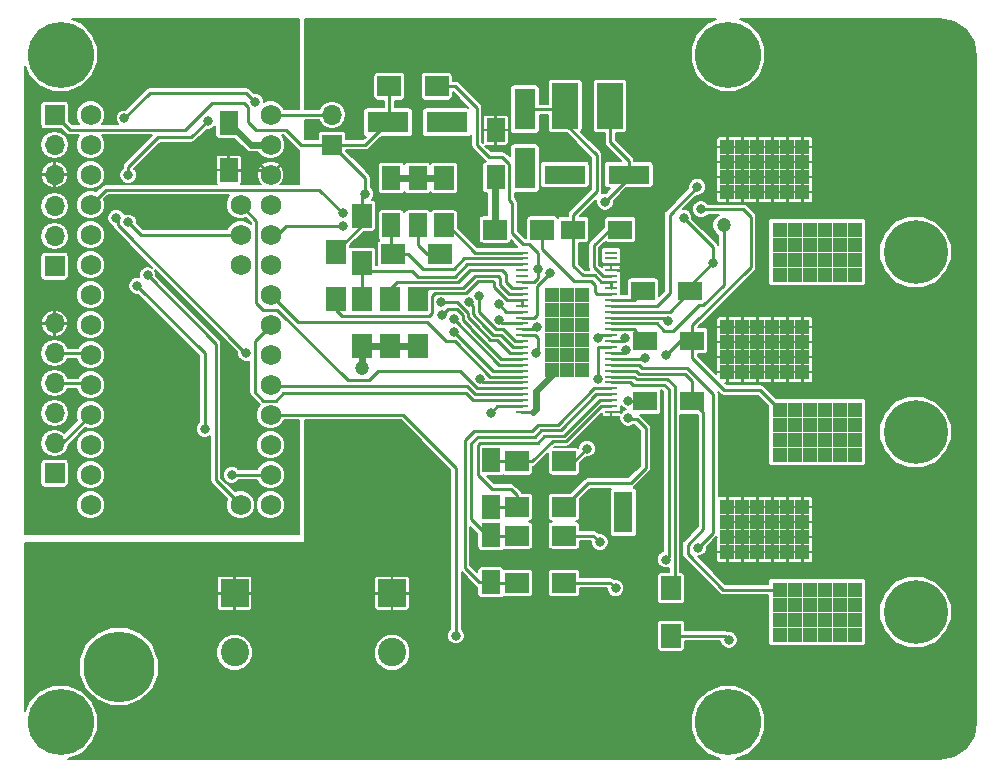
<source format=gbr>
G04 #@! TF.FileFunction,Copper,L1,Top,Signal*
%FSLAX46Y46*%
G04 Gerber Fmt 4.6, Leading zero omitted, Abs format (unit mm)*
G04 Created by KiCad (PCBNEW 4.0.4-stable) date 08/21/17 00:53:09*
%MOMM*%
%LPD*%
G01*
G04 APERTURE LIST*
%ADD10C,0.100000*%
%ADD11R,1.270000X1.270000*%
%ADD12R,2.000000X1.600000*%
%ADD13R,1.800000X3.500000*%
%ADD14R,1.600000X2.000000*%
%ADD15R,3.500000X1.600000*%
%ADD16R,3.500000X1.800000*%
%ADD17R,1.700000X1.700000*%
%ADD18O,1.700000X1.700000*%
%ADD19C,5.999480*%
%ADD20R,2.200000X3.900000*%
%ADD21R,1.700000X2.000000*%
%ADD22R,2.000000X1.700000*%
%ADD23C,1.750000*%
%ADD24R,1.000000X0.285000*%
%ADD25R,2.400000X2.400000*%
%ADD26C,2.400000*%
%ADD27R,1.600000X3.500000*%
%ADD28C,5.600000*%
%ADD29C,5.400000*%
%ADD30C,0.600000*%
%ADD31C,1.200000*%
%ADD32C,0.800000*%
%ADD33C,0.600000*%
%ADD34C,0.250000*%
%ADD35C,0.200000*%
G04 APERTURE END LIST*
D10*
D11*
X59880500Y33210500D03*
X59880500Y34480500D03*
X59880500Y35750500D03*
X59880500Y37020500D03*
X61150500Y33210500D03*
X61150500Y34480500D03*
X62420500Y34480500D03*
X62420500Y33210500D03*
X63690500Y33210500D03*
X63690500Y34480500D03*
X64960500Y34480500D03*
X64960500Y33210500D03*
X66230500Y33210500D03*
X66230500Y34480500D03*
X63690500Y35750500D03*
X62420500Y35750500D03*
X61150500Y35750500D03*
X61150500Y37020500D03*
X62420500Y37020500D03*
X63690500Y37020500D03*
X64960500Y37020500D03*
X64960500Y35750500D03*
X66230500Y35750500D03*
X66230500Y37020500D03*
X70675500Y45275500D03*
X70675500Y44005500D03*
X70675500Y42735500D03*
X70675500Y41465500D03*
X69405500Y45275500D03*
X69405500Y44005500D03*
X68135500Y44005500D03*
X68135500Y45275500D03*
X66865500Y45275500D03*
X66865500Y44005500D03*
X65595500Y44005500D03*
X65595500Y45275500D03*
X64325500Y45275500D03*
X64325500Y44005500D03*
X66865500Y42735500D03*
X68135500Y42735500D03*
X69405500Y42735500D03*
X69405500Y41465500D03*
X68135500Y41465500D03*
X66865500Y41465500D03*
X65595500Y41465500D03*
X65595500Y42735500D03*
X64325500Y42735500D03*
X64325500Y41465500D03*
D12*
X56737000Y40068500D03*
X52737000Y40068500D03*
D13*
X42735500Y55459000D03*
X42735500Y50459000D03*
D11*
X70675500Y30035500D03*
X70675500Y28765500D03*
X70675500Y27495500D03*
X70675500Y26225500D03*
X69405500Y30035500D03*
X69405500Y28765500D03*
X68135500Y28765500D03*
X68135500Y30035500D03*
X66865500Y30035500D03*
X66865500Y28765500D03*
X65595500Y28765500D03*
X65595500Y30035500D03*
X64325500Y30035500D03*
X64325500Y28765500D03*
X66865500Y27495500D03*
X68135500Y27495500D03*
X69405500Y27495500D03*
X69405500Y26225500D03*
X68135500Y26225500D03*
X66865500Y26225500D03*
X65595500Y26225500D03*
X65595500Y27495500D03*
X64325500Y27495500D03*
X64325500Y26225500D03*
D14*
X17653000Y54324000D03*
X17653000Y50324000D03*
X31432500Y45625000D03*
X31432500Y49625000D03*
X33655000Y45625000D03*
X33655000Y49625000D03*
X40259000Y49689000D03*
X40259000Y53689000D03*
D12*
X46831500Y45275500D03*
X50831500Y45275500D03*
X56927500Y35877500D03*
X52927500Y35877500D03*
X56927500Y30734000D03*
X52927500Y30734000D03*
D14*
X39878000Y19399000D03*
X39878000Y15399000D03*
X39878000Y25749000D03*
X39878000Y21749000D03*
D15*
X51531500Y49911000D03*
X46131500Y49911000D03*
D16*
X31155000Y54356000D03*
X36155000Y54356000D03*
D17*
X2921000Y24638000D03*
D18*
X2921000Y27178000D03*
X2921000Y29718000D03*
X2921000Y32258000D03*
X2921000Y34798000D03*
X2921000Y37338000D03*
D19*
X8382000Y8255000D03*
X8509000Y14986000D03*
D17*
X26416000Y52451000D03*
D18*
X26416000Y54991000D03*
D17*
X2921000Y54991000D03*
D18*
X2921000Y52451000D03*
X2921000Y49911000D03*
D20*
X49969500Y55753000D03*
X46169500Y55753000D03*
D17*
X2921000Y42164000D03*
D18*
X2921000Y44704000D03*
X2921000Y47244000D03*
D11*
X59880500Y48450500D03*
X59880500Y49720500D03*
X59880500Y50990500D03*
X59880500Y52260500D03*
X61150500Y48450500D03*
X61150500Y49720500D03*
X62420500Y49720500D03*
X62420500Y48450500D03*
X63690500Y48450500D03*
X63690500Y49720500D03*
X64960500Y49720500D03*
X64960500Y48450500D03*
X66230500Y48450500D03*
X66230500Y49720500D03*
X63690500Y50990500D03*
X62420500Y50990500D03*
X61150500Y50990500D03*
X61150500Y52260500D03*
X62420500Y52260500D03*
X63690500Y52260500D03*
X64960500Y52260500D03*
X64960500Y50990500D03*
X66230500Y50990500D03*
X66230500Y52260500D03*
X59880500Y17970500D03*
X59880500Y19240500D03*
X59880500Y20510500D03*
X59880500Y21780500D03*
X61150500Y17970500D03*
X61150500Y19240500D03*
X62420500Y19240500D03*
X62420500Y17970500D03*
X63690500Y17970500D03*
X63690500Y19240500D03*
X64960500Y19240500D03*
X64960500Y17970500D03*
X66230500Y17970500D03*
X66230500Y19240500D03*
X63690500Y20510500D03*
X62420500Y20510500D03*
X61150500Y20510500D03*
X61150500Y21780500D03*
X62420500Y21780500D03*
X63690500Y21780500D03*
X64960500Y21780500D03*
X64960500Y20510500D03*
X66230500Y20510500D03*
X66230500Y21780500D03*
X70675500Y14795500D03*
X70675500Y13525500D03*
X70675500Y12255500D03*
X70675500Y10985500D03*
X69405500Y14795500D03*
X69405500Y13525500D03*
X68135500Y13525500D03*
X68135500Y14795500D03*
X66865500Y14795500D03*
X66865500Y13525500D03*
X65595500Y13525500D03*
X65595500Y14795500D03*
X64325500Y14795500D03*
X64325500Y13525500D03*
X66865500Y12255500D03*
X68135500Y12255500D03*
X69405500Y12255500D03*
X69405500Y10985500D03*
X68135500Y10985500D03*
X66865500Y10985500D03*
X65595500Y10985500D03*
X65595500Y12255500D03*
X64325500Y12255500D03*
X64325500Y10985500D03*
D21*
X28956000Y42450000D03*
X28956000Y46450000D03*
X28956000Y35401500D03*
X28956000Y39401500D03*
X26733500Y39402000D03*
X26733500Y43402000D03*
X31305500Y35401500D03*
X31305500Y39401500D03*
X33655000Y35401500D03*
X33655000Y39401500D03*
D22*
X31591500Y43180000D03*
X35591500Y43180000D03*
D21*
X35877500Y45625000D03*
X35877500Y49625000D03*
D22*
X40227500Y45275500D03*
X44227500Y45275500D03*
X46069000Y15367000D03*
X42069000Y15367000D03*
X46069000Y19367500D03*
X42069000Y19367500D03*
X46069000Y21780500D03*
X42069000Y21780500D03*
X46069000Y25654000D03*
X42069000Y25654000D03*
X31274000Y57404000D03*
X35274000Y57404000D03*
D21*
X55118000Y10890500D03*
X55118000Y14890500D03*
D23*
X18669000Y42291000D03*
X18669000Y44831000D03*
X18669000Y47371000D03*
X18669000Y21971000D03*
X5969000Y52451000D03*
X5969000Y49911000D03*
X5969000Y47371000D03*
X5969000Y44831000D03*
X5969000Y42291000D03*
X5969000Y39751000D03*
X5969000Y37211000D03*
X5969000Y34671000D03*
X5969000Y32131000D03*
X5969000Y29591000D03*
X5969000Y27051000D03*
X5969000Y24511000D03*
X5969000Y21971000D03*
X21209000Y21971000D03*
X21209000Y24511000D03*
X21209000Y27051000D03*
X21209000Y29591000D03*
X21209000Y32131000D03*
X21209000Y34671000D03*
X21209000Y37211000D03*
X21209000Y39751000D03*
X21209000Y42291000D03*
X21209000Y44831000D03*
X21209000Y47371000D03*
X21209000Y49911000D03*
X21209000Y52451000D03*
X21209000Y54991000D03*
X5969000Y54991000D03*
D11*
X47561500Y33401000D03*
X47561500Y34671000D03*
X46291500Y34671000D03*
X46291500Y33401000D03*
X45021500Y33401000D03*
X45021500Y34671000D03*
X45021500Y39751000D03*
X45021500Y38481000D03*
X46291500Y38481000D03*
X46291500Y39751000D03*
X47561500Y39751000D03*
X47561500Y38481000D03*
X47561500Y35941000D03*
X47561500Y37211000D03*
X45021500Y37211000D03*
X45021500Y35941000D03*
X46291500Y35941000D03*
D24*
X42541500Y43326000D03*
X42541500Y42826000D03*
X42541500Y42326000D03*
X42541500Y41826000D03*
X42541500Y41326000D03*
X42541500Y40826000D03*
X42541500Y40326000D03*
X42541500Y39826000D03*
X42541500Y39326000D03*
X42541500Y38826000D03*
X42541500Y38326000D03*
X42541500Y37826000D03*
X42541500Y37326000D03*
X42541500Y36826000D03*
X42541500Y36326000D03*
X42541500Y35826000D03*
X42541500Y35326000D03*
X42541500Y34826000D03*
X42541500Y34326000D03*
X42541500Y33826000D03*
X42541500Y33326000D03*
X42541500Y32826000D03*
X42541500Y32326000D03*
X42541500Y31826000D03*
X42541500Y31326000D03*
X42541500Y30826000D03*
X42541500Y30326000D03*
X42541500Y29826000D03*
X50041500Y29826000D03*
X50041500Y30326000D03*
X50041500Y30826000D03*
X50041500Y31326000D03*
X50041500Y31826000D03*
X50041500Y32326000D03*
X50041500Y32826000D03*
X50041500Y33326000D03*
X50041500Y33826000D03*
X50041500Y34326000D03*
X50041500Y34826000D03*
X50041500Y35326000D03*
X50041500Y35826000D03*
X50041500Y36326000D03*
X50041500Y36826000D03*
X50041500Y37326000D03*
X50041500Y37826000D03*
X50041500Y38326000D03*
X50041500Y38826000D03*
X50041500Y39326000D03*
X50041500Y39826000D03*
X50041500Y40326000D03*
X50041500Y40826000D03*
X50041500Y41326000D03*
X50041500Y41826000D03*
X50041500Y42326000D03*
X50041500Y42826000D03*
X50041500Y43326000D03*
D11*
X46291500Y37211000D03*
D25*
X18161000Y14478000D03*
D26*
X18161000Y9478000D03*
D25*
X31496000Y14478000D03*
D26*
X31496000Y9478000D03*
D27*
X51079400Y26728400D03*
X51079400Y21328400D03*
D28*
X59944000Y60071000D03*
X3429000Y60071000D03*
X59944000Y3556000D03*
X3429000Y3556000D03*
D29*
X75819000Y43370500D03*
D30*
X77844000Y43370500D03*
X77250891Y41938609D03*
X75819000Y41345500D03*
X74387109Y41938609D03*
X73794000Y43370500D03*
X74387109Y44802391D03*
X75819000Y45395500D03*
X77250891Y44802391D03*
D29*
X75819000Y28130500D03*
D30*
X77844000Y28130500D03*
X77250891Y26698609D03*
X75819000Y26105500D03*
X74387109Y26698609D03*
X73794000Y28130500D03*
X74387109Y29562391D03*
X75819000Y30155500D03*
X77250891Y29562391D03*
D29*
X75819000Y12890500D03*
D30*
X77844000Y12890500D03*
X77250891Y11458609D03*
X75819000Y10865500D03*
X74387109Y11458609D03*
X73794000Y12890500D03*
X74387109Y14322391D03*
X75819000Y14915500D03*
X77250891Y14322391D03*
D31*
X49466500Y28575000D03*
X51371500Y43624500D03*
X51079400Y21328400D03*
X33655000Y49625000D03*
X59563000Y45656500D03*
X36155000Y54356000D03*
X28956000Y33528000D03*
X40259000Y49689000D03*
X42735500Y50459000D03*
X46131500Y49911000D03*
D32*
X39878000Y29781500D03*
X17907000Y24511000D03*
X60007500Y10541000D03*
X56184800Y46253400D03*
X58674000Y42481500D03*
X57632600Y46990000D03*
X54673500Y34671000D03*
X51244500Y36068000D03*
X15875000Y54483000D03*
X9169400Y49885600D03*
X9169400Y45872400D03*
X19126200Y34848800D03*
X8153400Y46278800D03*
X8839200Y54686200D03*
X19913600Y56083200D03*
X36906200Y10896600D03*
X29210000Y48260000D03*
X49530000Y47625000D03*
X51498500Y30797500D03*
X52895500Y34417000D03*
X40563800Y38938200D03*
X38925500Y32639000D03*
X40513000Y37655500D03*
X43789600Y37007800D03*
X43688000Y34798000D03*
X15621000Y28397200D03*
X9906000Y40513000D03*
X44907200Y41630600D03*
X57340500Y48895000D03*
X54864000Y37528500D03*
X48895000Y36068000D03*
X48895000Y32639000D03*
X57404000Y18351500D03*
X27305000Y46672500D03*
X38862000Y39649400D03*
X36703000Y37719000D03*
X36766500Y36576000D03*
X35687000Y38036500D03*
X27305000Y45593000D03*
X38036500Y39116000D03*
X35623500Y39116000D03*
X10795000Y41402000D03*
X43878500Y41973500D03*
X48006000Y26733500D03*
X51498500Y29337000D03*
X51308000Y35052000D03*
X54673500Y17335500D03*
X49085500Y18796000D03*
X50419000Y14922500D03*
D33*
X31432500Y49625000D02*
X33655000Y49625000D01*
X35877500Y49625000D02*
X33655000Y49625000D01*
D34*
X50041500Y37326000D02*
X53923500Y37326000D01*
X59563000Y40576500D02*
X59563000Y45656500D01*
X57848500Y38862000D02*
X59563000Y40576500D01*
X57467500Y38862000D02*
X57848500Y38862000D01*
X55308500Y36703000D02*
X57467500Y38862000D01*
X54546500Y36703000D02*
X55308500Y36703000D01*
X53923500Y37326000D02*
X54546500Y36703000D01*
X42541500Y29826000D02*
X42399000Y29826000D01*
X42541500Y29826000D02*
X43415000Y29826000D01*
D33*
X43415000Y29826000D02*
X43688000Y30099000D01*
X43688000Y30099000D02*
X43688000Y31623000D01*
X43688000Y31623000D02*
X45021500Y32956500D01*
X45021500Y32956500D02*
X45021500Y33401000D01*
X17653000Y54324000D02*
X17685000Y54324000D01*
X17685000Y54324000D02*
X19558000Y52451000D01*
X19558000Y52451000D02*
X21209000Y52451000D01*
X28956000Y35401500D02*
X28956000Y33528000D01*
X40227500Y45275500D02*
X40227500Y49657500D01*
X40227500Y49657500D02*
X40259000Y49689000D01*
X43283500Y49911000D02*
X42735500Y50459000D01*
X28956000Y35401500D02*
X33655000Y35401500D01*
D34*
X42541500Y30326000D02*
X40422500Y30326000D01*
X40422500Y30326000D02*
X39878000Y29781500D01*
X2921000Y27178000D02*
X3556000Y27178000D01*
X3556000Y27178000D02*
X5969000Y29591000D01*
X17907000Y24511000D02*
X21209000Y24511000D01*
X2921000Y34798000D02*
X5842000Y34798000D01*
X5842000Y34798000D02*
X5969000Y34671000D01*
X17653000Y50324000D02*
X20796000Y50324000D01*
X20796000Y50324000D02*
X21209000Y49911000D01*
X2921000Y32258000D02*
X5842000Y32258000D01*
X5842000Y32258000D02*
X5969000Y32131000D01*
X55118000Y10890500D02*
X59658000Y10890500D01*
X59658000Y10890500D02*
X60007500Y10541000D01*
X28956000Y42450000D02*
X28956000Y39401500D01*
X42541500Y42326000D02*
X37881000Y42326000D01*
X33147000Y41783000D02*
X29623000Y41783000D01*
X33655000Y41275000D02*
X33147000Y41783000D01*
X36830000Y41275000D02*
X33655000Y41275000D01*
X37881000Y42326000D02*
X36830000Y41275000D01*
X29623000Y41783000D02*
X28956000Y42450000D01*
X28956000Y42450000D02*
X29241500Y42450000D01*
X42541500Y39326000D02*
X41255500Y39326000D01*
X27241500Y37973000D02*
X26733500Y38481000D01*
X34607500Y37973000D02*
X27241500Y37973000D01*
X34861500Y38227000D02*
X34607500Y37973000D01*
X34861500Y39624000D02*
X34861500Y38227000D01*
X35115500Y39878000D02*
X34861500Y39624000D01*
X37782500Y39878000D02*
X35115500Y39878000D01*
X38798500Y40894000D02*
X37782500Y39878000D01*
X40024498Y40894000D02*
X38798500Y40894000D01*
X40132000Y40786498D02*
X40024498Y40894000D01*
X40132000Y40449500D02*
X40132000Y40786498D01*
X41255500Y39326000D02*
X40132000Y40449500D01*
X26733500Y38481000D02*
X26733500Y39402000D01*
X26733500Y39402000D02*
X26733500Y38798500D01*
X42541500Y39326000D02*
X42541500Y38826000D01*
X58674000Y43764200D02*
X58674000Y42481500D01*
X56184800Y46253400D02*
X58674000Y43764200D01*
X56737000Y40068500D02*
X56737000Y40544500D01*
X56737000Y40544500D02*
X58674000Y42481500D01*
X50041500Y38326000D02*
X54994500Y38326000D01*
X54994500Y38326000D02*
X56737000Y40068500D01*
X56737000Y40354000D02*
X56737000Y40068500D01*
X56927500Y35877500D02*
X56927500Y37191700D01*
X61214000Y46990000D02*
X57632600Y46990000D01*
X61874400Y46329600D02*
X61214000Y46990000D01*
X61874400Y42138600D02*
X61874400Y46329600D01*
X56927500Y37191700D02*
X61874400Y42138600D01*
X56927500Y35877500D02*
X56927500Y34385500D01*
X62674500Y31686500D02*
X64325500Y30035500D01*
X59626500Y31686500D02*
X62674500Y31686500D01*
X56927500Y34385500D02*
X59626500Y31686500D01*
X50041500Y35826000D02*
X51002500Y35826000D01*
X55880000Y35877500D02*
X56927500Y35877500D01*
X54673500Y34671000D02*
X55880000Y35877500D01*
X51002500Y35826000D02*
X51244500Y36068000D01*
X64325500Y30035500D02*
X63881000Y30035500D01*
X56927500Y30734000D02*
X56927500Y32480500D01*
X52145000Y33326000D02*
X50041500Y33326000D01*
X52387500Y33083500D02*
X52145000Y33326000D01*
X56324500Y33083500D02*
X52387500Y33083500D01*
X56927500Y32480500D02*
X56324500Y33083500D01*
X64325500Y14795500D02*
X59499500Y14795500D01*
X57848500Y29813000D02*
X56927500Y30734000D01*
X57848500Y19939000D02*
X57848500Y29813000D01*
X56515000Y18605500D02*
X57848500Y19939000D01*
X56515000Y17780000D02*
X56515000Y18605500D01*
X59499500Y14795500D02*
X56515000Y17780000D01*
X42541500Y39826000D02*
X41390500Y39826000D01*
X34576000Y40322500D02*
X33655000Y39401500D01*
X37465000Y40322500D02*
X34576000Y40322500D01*
X38481000Y41338500D02*
X37465000Y40322500D01*
X40449500Y41338500D02*
X38481000Y41338500D01*
X40640000Y41148000D02*
X40449500Y41338500D01*
X40640000Y40576500D02*
X40640000Y41148000D01*
X41390500Y39826000D02*
X40640000Y40576500D01*
X34079500Y39826000D02*
X33655000Y39401500D01*
X9169400Y49885600D02*
X9169400Y50571400D01*
X14478000Y53086000D02*
X15875000Y54483000D01*
X11684000Y53086000D02*
X14478000Y53086000D01*
X9169400Y50571400D02*
X11684000Y53086000D01*
X18669000Y44831000D02*
X10210800Y44831000D01*
X9169400Y45872400D02*
X10210800Y44831000D01*
X9169400Y49885600D02*
X9144000Y49911000D01*
X19075400Y34848800D02*
X19126200Y34848800D01*
X8305800Y45618400D02*
X19075400Y34848800D01*
X8305800Y46126400D02*
X8305800Y45618400D01*
X8153400Y46278800D02*
X8305800Y46126400D01*
X10998200Y56845200D02*
X8839200Y54686200D01*
X19151600Y56845200D02*
X10998200Y56845200D01*
X19913600Y56083200D02*
X19151600Y56845200D01*
X36906200Y10896600D02*
X36906200Y13970000D01*
X32435800Y29591000D02*
X36906200Y25120600D01*
X36906200Y25120600D02*
X36906200Y13970000D01*
X21209000Y29591000D02*
X32435800Y29591000D01*
X42541500Y31326000D02*
X38524000Y31326000D01*
X37846000Y32004000D02*
X21336000Y32004000D01*
X38524000Y31326000D02*
X37846000Y32004000D01*
X21336000Y32004000D02*
X21209000Y32131000D01*
X42541500Y30826000D02*
X38344998Y30826000D01*
X19875500Y35877500D02*
X21209000Y37211000D01*
X19875500Y31496000D02*
X19875500Y35877500D01*
X20574000Y30797500D02*
X19875500Y31496000D01*
X21653500Y30797500D02*
X20574000Y30797500D01*
X22288500Y31432500D02*
X21653500Y30797500D01*
X37738498Y31432500D02*
X22288500Y31432500D01*
X38344998Y30826000D02*
X37738498Y31432500D01*
X31274000Y57404000D02*
X31274000Y54475000D01*
X31274000Y54475000D02*
X31155000Y54356000D01*
X26416000Y52451000D02*
X23749000Y52451000D01*
X23749000Y52451000D02*
X22479000Y53721000D01*
X22479000Y53721000D02*
X19939000Y53721000D01*
X19939000Y53721000D02*
X19304000Y54356000D01*
X19304000Y54356000D02*
X19304000Y55626000D01*
X19304000Y55626000D02*
X18923000Y56007000D01*
X18923000Y56007000D02*
X16256000Y56007000D01*
X16256000Y56007000D02*
X13970000Y53721000D01*
X13970000Y53721000D02*
X4191000Y53721000D01*
X4191000Y53721000D02*
X2921000Y54991000D01*
X26416000Y52451000D02*
X29250000Y52451000D01*
X29250000Y52451000D02*
X31155000Y54356000D01*
X29210000Y48260000D02*
X29210000Y49657000D01*
X29210000Y49657000D02*
X26416000Y52451000D01*
X51531500Y49911000D02*
X51531500Y49626500D01*
X51531500Y49626500D02*
X49530000Y47625000D01*
X28956000Y48006000D02*
X28956000Y46450000D01*
X29210000Y48260000D02*
X28956000Y48006000D01*
X28956000Y46450000D02*
X28956000Y45624500D01*
X28956000Y45624500D02*
X26733500Y43402000D01*
X51531500Y49911000D02*
X51531500Y51084500D01*
X49969500Y52646500D02*
X49969500Y55753000D01*
X51531500Y51084500D02*
X49969500Y52646500D01*
X50041500Y34326000D02*
X52804500Y34326000D01*
X51562000Y30734000D02*
X52927500Y30734000D01*
X51498500Y30797500D02*
X51562000Y30734000D01*
X52804500Y34326000D02*
X52895500Y34417000D01*
X42541500Y38326000D02*
X41176000Y38326000D01*
X41176000Y38326000D02*
X40563800Y38938200D01*
X42541500Y32326000D02*
X39238500Y32326000D01*
X39238500Y32326000D02*
X38925500Y32639000D01*
X31591500Y43180000D02*
X32829500Y43180000D01*
X37619000Y42826000D02*
X42541500Y42826000D01*
X36703000Y41910000D02*
X37619000Y42826000D01*
X34099500Y41910000D02*
X36703000Y41910000D01*
X32829500Y43180000D02*
X34099500Y41910000D01*
X31432500Y45625000D02*
X31432500Y43339000D01*
X31432500Y43339000D02*
X31591500Y43180000D01*
X42541500Y37326000D02*
X40842500Y37326000D01*
X40842500Y37326000D02*
X40513000Y37655500D01*
X33655000Y45625000D02*
X33655000Y43942000D01*
X34417000Y43180000D02*
X35591500Y43180000D01*
X33655000Y43942000D02*
X34417000Y43180000D01*
X42541500Y36826000D02*
X43607800Y36826000D01*
X43607800Y36826000D02*
X43789600Y37007800D01*
X42541500Y36326000D02*
X43620500Y36326000D01*
X43815000Y34925000D02*
X43688000Y34798000D01*
X43815000Y36131500D02*
X43815000Y34925000D01*
X43620500Y36326000D02*
X43815000Y36131500D01*
X42735500Y55459000D02*
X45875500Y55459000D01*
X42473500Y55721000D02*
X42735500Y55459000D01*
X50041500Y40826000D02*
X49217000Y40826000D01*
X46831500Y42195500D02*
X46831500Y45275500D01*
X47625000Y41402000D02*
X46831500Y42195500D01*
X48641000Y41402000D02*
X47625000Y41402000D01*
X49217000Y40826000D02*
X48641000Y41402000D01*
X46169500Y55753000D02*
X46169500Y54224000D01*
X46169500Y54224000D02*
X48831500Y51562000D01*
X48831500Y51562000D02*
X48831500Y48514000D01*
X48831500Y48514000D02*
X46831500Y46514000D01*
X46831500Y46514000D02*
X46831500Y45275500D01*
X46169500Y55753000D02*
X46169500Y54033500D01*
X45875500Y55459000D02*
X46169500Y55753000D01*
X50041500Y40326000D02*
X50041500Y40826000D01*
X50041500Y41326000D02*
X49353398Y41326000D01*
X48577500Y43942000D02*
X49911000Y45275500D01*
X48577500Y42101898D02*
X48577500Y43942000D01*
X49353398Y41326000D02*
X48577500Y42101898D01*
X49911000Y45275500D02*
X50831500Y45275500D01*
X50831500Y45275500D02*
X50038000Y45275500D01*
X50041500Y39326000D02*
X51994500Y39326000D01*
X51994500Y39326000D02*
X52737000Y40068500D01*
X50041500Y36826000D02*
X51979000Y36826000D01*
X51979000Y36826000D02*
X52927500Y35877500D01*
X50045500Y36830000D02*
X50041500Y36826000D01*
X39878000Y19399000D02*
X39529000Y19399000D01*
X39529000Y19399000D02*
X38163500Y20764500D01*
X48788500Y31326000D02*
X50041500Y31326000D01*
X45783500Y28321000D02*
X48788500Y31326000D01*
X44132500Y28321000D02*
X45783500Y28321000D01*
X43561000Y27749500D02*
X44132500Y28321000D01*
X38735000Y27749500D02*
X43561000Y27749500D01*
X38163500Y27178000D02*
X38735000Y27749500D01*
X38163500Y20764500D02*
X38163500Y27178000D01*
X42069000Y19367500D02*
X39909500Y19367500D01*
X39909500Y19367500D02*
X39878000Y19399000D01*
X50041500Y31826000D02*
X48609498Y31826000D01*
X38893500Y15399000D02*
X39878000Y15399000D01*
X37655500Y16637000D02*
X38893500Y15399000D01*
X37655500Y27495500D02*
X37655500Y16637000D01*
X38417500Y28257500D02*
X37655500Y27495500D01*
X43307000Y28257500D02*
X38417500Y28257500D01*
X43815000Y28765500D02*
X43307000Y28257500D01*
X45548998Y28765500D02*
X43815000Y28765500D01*
X48609498Y31826000D02*
X45548998Y28765500D01*
X42069000Y15367000D02*
X39910000Y15367000D01*
X39910000Y15367000D02*
X39878000Y15399000D01*
X42069000Y25654000D02*
X43370500Y25654000D01*
X49185500Y30326000D02*
X50041500Y30326000D01*
X46228000Y27368500D02*
X49185500Y30326000D01*
X45085000Y27368500D02*
X46228000Y27368500D01*
X43370500Y25654000D02*
X45085000Y27368500D01*
X42069000Y25654000D02*
X39973000Y25654000D01*
X39973000Y25654000D02*
X39878000Y25749000D01*
X50041500Y30826000D02*
X49084456Y30826000D01*
X42069000Y22764500D02*
X42069000Y21780500D01*
X41529000Y23304500D02*
X42069000Y22764500D01*
X39941500Y23304500D02*
X41529000Y23304500D01*
X38735000Y24511000D02*
X39941500Y23304500D01*
X38735000Y27051000D02*
X38735000Y24511000D01*
X38925500Y27241500D02*
X38735000Y27051000D01*
X43815000Y27241500D02*
X38925500Y27241500D01*
X44386500Y27813000D02*
X43815000Y27241500D01*
X46071456Y27813000D02*
X44386500Y27813000D01*
X49084456Y30826000D02*
X46071456Y27813000D01*
X42069000Y21780500D02*
X39909500Y21780500D01*
X39909500Y21780500D02*
X39878000Y21749000D01*
X26416000Y54991000D02*
X21209000Y54991000D01*
X42541500Y37826000D02*
X43541000Y37826000D01*
X15621000Y34798000D02*
X15621000Y28397200D01*
X9906000Y40513000D02*
X15621000Y34798000D01*
X43764200Y40487600D02*
X44907200Y41630600D01*
X43764200Y38049200D02*
X43764200Y40487600D01*
X43541000Y37826000D02*
X43764200Y38049200D01*
X42541500Y40326000D02*
X41652500Y40326000D01*
X31877000Y40830500D02*
X31305500Y40259000D01*
X37084000Y40830500D02*
X31877000Y40830500D01*
X38100000Y41846500D02*
X37084000Y40830500D01*
X40821498Y41846500D02*
X38100000Y41846500D01*
X41148000Y41519998D02*
X40821498Y41846500D01*
X41148000Y40830500D02*
X41148000Y41519998D01*
X41652500Y40326000D02*
X41148000Y40830500D01*
X31305500Y40259000D02*
X31305500Y39401500D01*
X35877500Y45625000D02*
X36195502Y45625000D01*
X36195502Y45625000D02*
X38494502Y43326000D01*
X38494502Y43326000D02*
X42541500Y43326000D01*
X44227500Y45275500D02*
X44227500Y43593000D01*
X48820000Y39826000D02*
X50041500Y39826000D01*
X48641000Y40005000D02*
X48820000Y39826000D01*
X48641000Y40576500D02*
X48641000Y40005000D01*
X48323500Y40894000D02*
X48641000Y40576500D01*
X46926500Y40894000D02*
X48323500Y40894000D01*
X44227500Y43593000D02*
X46926500Y40894000D01*
X50041500Y38826000D02*
X53939000Y38826000D01*
X54991000Y46545500D02*
X57340500Y48895000D01*
X54991000Y39878000D02*
X54991000Y46545500D01*
X53939000Y38826000D02*
X54991000Y39878000D01*
X50041500Y37826000D02*
X54566500Y37826000D01*
X54566500Y37826000D02*
X54864000Y37528500D01*
X50041500Y36326000D02*
X49153000Y36326000D01*
X49153000Y36326000D02*
X48895000Y36068000D01*
X50041500Y35326000D02*
X48915000Y35326000D01*
X48895000Y35306000D02*
X48895000Y32639000D01*
X48915000Y35326000D02*
X48895000Y35306000D01*
X50041500Y33826000D02*
X52407000Y33826000D01*
X58674000Y19621500D02*
X57404000Y18351500D01*
X58674000Y31369000D02*
X58674000Y19621500D01*
X56451500Y33591500D02*
X58674000Y31369000D01*
X52641500Y33591500D02*
X56451500Y33591500D01*
X52407000Y33826000D02*
X52641500Y33591500D01*
X50041500Y32826000D02*
X52010000Y32826000D01*
X55435500Y32004000D02*
X55435500Y15208000D01*
X54800500Y32639000D02*
X55435500Y32004000D01*
X52197000Y32639000D02*
X54800500Y32639000D01*
X52010000Y32826000D02*
X52197000Y32639000D01*
X55435500Y15208000D02*
X55118000Y14890500D01*
X42541500Y31826000D02*
X38722500Y31826000D01*
X20002500Y46037500D02*
X18669000Y47371000D01*
X20002500Y39052500D02*
X20002500Y46037500D01*
X20574000Y38481000D02*
X20002500Y39052500D01*
X21780500Y38481000D02*
X20574000Y38481000D01*
X27749500Y32512000D02*
X21780500Y38481000D01*
X29527500Y32512000D02*
X27749500Y32512000D01*
X30289500Y33274000D02*
X29527500Y32512000D01*
X37274500Y33274000D02*
X30289500Y33274000D01*
X38722500Y31826000D02*
X37274500Y33274000D01*
X39751000Y37338000D02*
X39751000Y37401500D01*
X41898000Y35826000D02*
X40894000Y36830000D01*
X40894000Y36830000D02*
X40259000Y36830000D01*
X40259000Y36830000D02*
X39751000Y37338000D01*
X42541500Y35826000D02*
X41898000Y35826000D01*
X7239000Y48641000D02*
X5969000Y47371000D01*
X25336500Y48641000D02*
X7239000Y48641000D01*
X27305000Y46672500D02*
X25336500Y48641000D01*
X38862000Y38290500D02*
X38862000Y39649400D01*
X39751000Y37401500D02*
X38862000Y38290500D01*
X40596000Y33826000D02*
X36703000Y37719000D01*
X42541500Y33826000D02*
X40596000Y33826000D01*
X42541500Y33326000D02*
X40016500Y33326000D01*
X40016500Y33326000D02*
X36766500Y36576000D01*
X42541500Y32826000D02*
X39818000Y32826000D01*
X23495000Y37465000D02*
X21209000Y39751000D01*
X34417000Y37465000D02*
X23495000Y37465000D01*
X36068000Y35814000D02*
X34417000Y37465000D01*
X36830000Y35814000D02*
X36068000Y35814000D01*
X39818000Y32826000D02*
X36830000Y35814000D01*
X38163500Y36893500D02*
X38163500Y36957000D01*
X40731000Y34326000D02*
X38163500Y36893500D01*
X36195000Y38544500D02*
X35687000Y38036500D01*
X40731000Y34326000D02*
X42541500Y34326000D01*
X36957000Y38544500D02*
X36195000Y38544500D01*
X37465000Y38036500D02*
X36957000Y38544500D01*
X37465000Y37655500D02*
X37465000Y38036500D01*
X38163500Y36957000D02*
X37465000Y37655500D01*
X27305000Y45593000D02*
X22479000Y45593000D01*
X22479000Y45593000D02*
X21717000Y44831000D01*
X39306500Y37084000D02*
X39306500Y37147500D01*
X42541500Y35326000D02*
X41763000Y35326000D01*
X40005000Y36385500D02*
X39306500Y37084000D01*
X40703500Y36385500D02*
X40005000Y36385500D01*
X41763000Y35326000D02*
X40703500Y36385500D01*
X38354000Y38798500D02*
X38036500Y39116000D01*
X38354000Y38100000D02*
X38354000Y38798500D01*
X39306500Y37147500D02*
X38354000Y38100000D01*
X21717000Y44831000D02*
X21209000Y44831000D01*
X38671500Y37084000D02*
X38671500Y37147500D01*
X41501000Y34826000D02*
X40386000Y35941000D01*
X40386000Y35941000D02*
X39814500Y35941000D01*
X39814500Y35941000D02*
X38671500Y37084000D01*
X41501000Y34826000D02*
X42541500Y34826000D01*
X37020500Y39116000D02*
X35623500Y39116000D01*
X37909500Y38227000D02*
X37020500Y39116000D01*
X37909500Y37909500D02*
X37909500Y38227000D01*
X38671500Y37147500D02*
X37909500Y37909500D01*
X42513500Y34798000D02*
X42541500Y34826000D01*
X43878500Y41973500D02*
X43878500Y43307000D01*
X36830000Y57404000D02*
X35274000Y57404000D01*
X38671500Y55562500D02*
X36830000Y57404000D01*
X38671500Y52451000D02*
X38671500Y55562500D01*
X39687500Y51435000D02*
X38671500Y52451000D01*
X40830500Y51435000D02*
X39687500Y51435000D01*
X41402000Y50863500D02*
X40830500Y51435000D01*
X41402000Y47815500D02*
X41402000Y50863500D01*
X41656000Y47561500D02*
X41402000Y47815500D01*
X41656000Y44958000D02*
X41656000Y47561500D01*
X42545000Y44069000D02*
X41656000Y44958000D01*
X43116500Y44069000D02*
X42545000Y44069000D01*
X43878500Y43307000D02*
X43116500Y44069000D01*
X43493000Y40826000D02*
X43878500Y41211500D01*
X43878500Y41211500D02*
X43878500Y41973500D01*
X42541500Y40826000D02*
X43493000Y40826000D01*
X10795000Y41402000D02*
X16573500Y35623500D01*
X16573500Y24066500D02*
X18669000Y21971000D01*
X16573500Y35623500D02*
X16573500Y24066500D01*
X48006000Y26733500D02*
X46926500Y25654000D01*
X46926500Y25654000D02*
X46069000Y25654000D01*
X51498500Y29337000D02*
X51625500Y29210000D01*
X51625500Y29210000D02*
X52197000Y29210000D01*
X52197000Y29210000D02*
X52959000Y28448000D01*
X52959000Y28448000D02*
X52959000Y25082500D01*
X52959000Y25082500D02*
X51689000Y23812500D01*
X51689000Y23812500D02*
X48101000Y23812500D01*
X48101000Y23812500D02*
X46069000Y21780500D01*
X50041500Y34826000D02*
X51082000Y34826000D01*
X51082000Y34826000D02*
X51308000Y35052000D01*
X50041500Y32326000D02*
X51684500Y32326000D01*
X54927500Y17589500D02*
X54673500Y17335500D01*
X54927500Y31750000D02*
X54927500Y17589500D01*
X54546500Y32131000D02*
X54927500Y31750000D01*
X51879500Y32131000D02*
X54546500Y32131000D01*
X51684500Y32326000D02*
X51879500Y32131000D01*
X48514000Y19367500D02*
X46069000Y19367500D01*
X49085500Y18796000D02*
X48514000Y19367500D01*
X49974500Y15367000D02*
X46069000Y15367000D01*
X50419000Y14922500D02*
X49974500Y15367000D01*
D35*
G36*
X58161999Y62742997D02*
X57275117Y61857661D01*
X56794548Y60700323D01*
X56793455Y59447175D01*
X57272003Y58288999D01*
X58157339Y57402117D01*
X59314677Y56921548D01*
X60567825Y56920455D01*
X61726001Y57399003D01*
X62612883Y58284339D01*
X63093452Y59441677D01*
X63094545Y60694825D01*
X62615997Y61853001D01*
X61730661Y62739883D01*
X60923610Y63075000D01*
X77809140Y63075000D01*
X79045995Y62828975D01*
X80059064Y62152064D01*
X80735975Y61138995D01*
X80982000Y59902140D01*
X80982000Y3597860D01*
X80735975Y2361005D01*
X80059064Y1347936D01*
X79045995Y671025D01*
X77809140Y425000D01*
X60615128Y425000D01*
X61726001Y884003D01*
X62612883Y1769339D01*
X63093452Y2926677D01*
X63094545Y4179825D01*
X62615997Y5338001D01*
X61730661Y6224883D01*
X60573323Y6705452D01*
X59320175Y6706545D01*
X58161999Y6227997D01*
X57275117Y5342661D01*
X56794548Y4185323D01*
X56793455Y2932175D01*
X57272003Y1773999D01*
X58157339Y887117D01*
X59270240Y425000D01*
X4100128Y425000D01*
X5211001Y884003D01*
X6097883Y1769339D01*
X6578452Y2926677D01*
X6579545Y4179825D01*
X6100997Y5338001D01*
X5215661Y6224883D01*
X4058323Y6705452D01*
X2805175Y6706545D01*
X1646999Y6227997D01*
X760117Y5342661D01*
X425000Y4535610D01*
X425000Y7591619D01*
X5031680Y7591619D01*
X5540573Y6360004D01*
X6482047Y5416885D01*
X7712772Y4905843D01*
X9045381Y4904680D01*
X10276996Y5413573D01*
X11220115Y6355047D01*
X11731157Y7585772D01*
X11732320Y8918381D01*
X11627924Y9171039D01*
X16610732Y9171039D01*
X16846208Y8601143D01*
X17281849Y8164740D01*
X17851333Y7928270D01*
X18467961Y7927732D01*
X19037857Y8163208D01*
X19474260Y8598849D01*
X19710730Y9168333D01*
X19710732Y9171039D01*
X29945732Y9171039D01*
X30181208Y8601143D01*
X30616849Y8164740D01*
X31186333Y7928270D01*
X31802961Y7927732D01*
X32372857Y8163208D01*
X32809260Y8598849D01*
X33045730Y9168333D01*
X33046268Y9784961D01*
X32810792Y10354857D01*
X32375151Y10791260D01*
X31805667Y11027730D01*
X31189039Y11028268D01*
X30619143Y10792792D01*
X30182740Y10357151D01*
X29946270Y9787667D01*
X29945732Y9171039D01*
X19710732Y9171039D01*
X19711268Y9784961D01*
X19475792Y10354857D01*
X19040151Y10791260D01*
X18470667Y11027730D01*
X17854039Y11028268D01*
X17284143Y10792792D01*
X16847740Y10357151D01*
X16611270Y9787667D01*
X16610732Y9171039D01*
X11627924Y9171039D01*
X11223427Y10149996D01*
X10281953Y11093115D01*
X9051228Y11604157D01*
X7718619Y11605320D01*
X6487004Y11096427D01*
X5543885Y10154953D01*
X5032843Y8924228D01*
X5031680Y7591619D01*
X425000Y7591619D01*
X425000Y14378000D01*
X16661000Y14378000D01*
X16661000Y13218326D01*
X16706672Y13108063D01*
X16791064Y13023672D01*
X16901327Y12978000D01*
X18061000Y12978000D01*
X18136000Y13053000D01*
X18136000Y14453000D01*
X18186000Y14453000D01*
X18186000Y13053000D01*
X18261000Y12978000D01*
X19420673Y12978000D01*
X19530936Y13023672D01*
X19615328Y13108063D01*
X19661000Y13218326D01*
X19661000Y14378000D01*
X29996000Y14378000D01*
X29996000Y13218326D01*
X30041672Y13108063D01*
X30126064Y13023672D01*
X30236327Y12978000D01*
X31396000Y12978000D01*
X31471000Y13053000D01*
X31471000Y14453000D01*
X31521000Y14453000D01*
X31521000Y13053000D01*
X31596000Y12978000D01*
X32755673Y12978000D01*
X32865936Y13023672D01*
X32950328Y13108063D01*
X32996000Y13218326D01*
X32996000Y14378000D01*
X32921000Y14453000D01*
X31521000Y14453000D01*
X31471000Y14453000D01*
X30071000Y14453000D01*
X29996000Y14378000D01*
X19661000Y14378000D01*
X19586000Y14453000D01*
X18186000Y14453000D01*
X18136000Y14453000D01*
X16736000Y14453000D01*
X16661000Y14378000D01*
X425000Y14378000D01*
X425000Y15737674D01*
X16661000Y15737674D01*
X16661000Y14578000D01*
X16736000Y14503000D01*
X18136000Y14503000D01*
X18136000Y15903000D01*
X18186000Y15903000D01*
X18186000Y14503000D01*
X19586000Y14503000D01*
X19661000Y14578000D01*
X19661000Y15737674D01*
X29996000Y15737674D01*
X29996000Y14578000D01*
X30071000Y14503000D01*
X31471000Y14503000D01*
X31471000Y15903000D01*
X31521000Y15903000D01*
X31521000Y14503000D01*
X32921000Y14503000D01*
X32996000Y14578000D01*
X32996000Y15737674D01*
X32950328Y15847937D01*
X32865936Y15932328D01*
X32755673Y15978000D01*
X31596000Y15978000D01*
X31521000Y15903000D01*
X31471000Y15903000D01*
X31396000Y15978000D01*
X30236327Y15978000D01*
X30126064Y15932328D01*
X30041672Y15847937D01*
X29996000Y15737674D01*
X19661000Y15737674D01*
X19615328Y15847937D01*
X19530936Y15932328D01*
X19420673Y15978000D01*
X18261000Y15978000D01*
X18186000Y15903000D01*
X18136000Y15903000D01*
X18061000Y15978000D01*
X16901327Y15978000D01*
X16791064Y15932328D01*
X16706672Y15847937D01*
X16661000Y15737674D01*
X425000Y15737674D01*
X425000Y18696000D01*
X24003000Y18696000D01*
X24041906Y18703879D01*
X24074681Y18726273D01*
X24096161Y18759654D01*
X24103000Y18796000D01*
X24103000Y29116000D01*
X32239048Y29116000D01*
X36431200Y24923848D01*
X36431200Y11482163D01*
X36270752Y11321995D01*
X36156331Y11046439D01*
X36156070Y10748070D01*
X36270011Y10472314D01*
X36480805Y10261152D01*
X36756361Y10146731D01*
X37054730Y10146470D01*
X37330486Y10260411D01*
X37541648Y10471205D01*
X37656069Y10746761D01*
X37656330Y11045130D01*
X37542389Y11320886D01*
X37381200Y11482356D01*
X37381200Y11890500D01*
X53911144Y11890500D01*
X53911144Y9890500D01*
X53935549Y9760798D01*
X54012203Y9641675D01*
X54129163Y9561759D01*
X54268000Y9533644D01*
X55968000Y9533644D01*
X56097702Y9558049D01*
X56216825Y9634703D01*
X56296741Y9751663D01*
X56324856Y9890500D01*
X56324856Y10415500D01*
X59257390Y10415500D01*
X59257370Y10392470D01*
X59371311Y10116714D01*
X59582105Y9905552D01*
X59857661Y9791131D01*
X60156030Y9790870D01*
X60431786Y9904811D01*
X60642948Y10115605D01*
X60757369Y10391161D01*
X60757630Y10689530D01*
X60643689Y10965286D01*
X60432895Y11176448D01*
X60157339Y11290869D01*
X59897015Y11291097D01*
X59839775Y11329343D01*
X59658000Y11365500D01*
X56324856Y11365500D01*
X56324856Y11890500D01*
X56300451Y12020202D01*
X56223797Y12139325D01*
X56106837Y12219241D01*
X55968000Y12247356D01*
X54268000Y12247356D01*
X54138298Y12222951D01*
X54019175Y12146297D01*
X53939259Y12029337D01*
X53911144Y11890500D01*
X37381200Y11890500D01*
X37381200Y16239548D01*
X38557622Y15063127D01*
X38557624Y15063124D01*
X38711725Y14960157D01*
X38721144Y14958283D01*
X38721144Y14399000D01*
X38745549Y14269298D01*
X38822203Y14150175D01*
X38939163Y14070259D01*
X39078000Y14042144D01*
X40678000Y14042144D01*
X40807702Y14066549D01*
X40926825Y14143203D01*
X40954274Y14183376D01*
X41069000Y14160144D01*
X43069000Y14160144D01*
X43198702Y14184549D01*
X43317825Y14261203D01*
X43397741Y14378163D01*
X43425856Y14517000D01*
X43425856Y16217000D01*
X44712144Y16217000D01*
X44712144Y14517000D01*
X44736549Y14387298D01*
X44813203Y14268175D01*
X44930163Y14188259D01*
X45069000Y14160144D01*
X47069000Y14160144D01*
X47198702Y14184549D01*
X47317825Y14261203D01*
X47397741Y14378163D01*
X47425856Y14517000D01*
X47425856Y14892000D01*
X49668973Y14892000D01*
X49668870Y14773970D01*
X49782811Y14498214D01*
X49993605Y14287052D01*
X50269161Y14172631D01*
X50567530Y14172370D01*
X50843286Y14286311D01*
X51054448Y14497105D01*
X51168869Y14772661D01*
X51169130Y15071030D01*
X51055189Y15346786D01*
X50844395Y15557948D01*
X50568839Y15672369D01*
X50340683Y15672569D01*
X50310376Y15702876D01*
X50156275Y15805843D01*
X49974500Y15842000D01*
X47425856Y15842000D01*
X47425856Y16217000D01*
X47401451Y16346702D01*
X47324797Y16465825D01*
X47207837Y16545741D01*
X47069000Y16573856D01*
X45069000Y16573856D01*
X44939298Y16549451D01*
X44820175Y16472797D01*
X44740259Y16355837D01*
X44712144Y16217000D01*
X43425856Y16217000D01*
X43401451Y16346702D01*
X43324797Y16465825D01*
X43207837Y16545741D01*
X43069000Y16573856D01*
X41069000Y16573856D01*
X40990857Y16559152D01*
X40933797Y16647825D01*
X40816837Y16727741D01*
X40678000Y16755856D01*
X39078000Y16755856D01*
X38948298Y16731451D01*
X38829175Y16654797D01*
X38749259Y16537837D01*
X38721144Y16399000D01*
X38721144Y16243107D01*
X38130500Y16833752D01*
X38130500Y20125748D01*
X38721144Y19535105D01*
X38721144Y18399000D01*
X38745549Y18269298D01*
X38822203Y18150175D01*
X38939163Y18070259D01*
X39078000Y18042144D01*
X40678000Y18042144D01*
X40807702Y18066549D01*
X40926825Y18143203D01*
X40954575Y18183816D01*
X41069000Y18160644D01*
X43069000Y18160644D01*
X43198702Y18185049D01*
X43317825Y18261703D01*
X43397741Y18378663D01*
X43425856Y18517500D01*
X43425856Y20217500D01*
X43401451Y20347202D01*
X43324797Y20466325D01*
X43207837Y20546241D01*
X43070823Y20573987D01*
X43198702Y20598049D01*
X43317825Y20674703D01*
X43397741Y20791663D01*
X43425856Y20930500D01*
X43425856Y22630500D01*
X43401451Y22760202D01*
X43324797Y22879325D01*
X43207837Y22959241D01*
X43069000Y22987356D01*
X42480394Y22987356D01*
X42404876Y23100376D01*
X42404873Y23100378D01*
X41864876Y23640376D01*
X41710775Y23743343D01*
X41529000Y23779500D01*
X40138251Y23779500D01*
X39525608Y24392144D01*
X40678000Y24392144D01*
X40807702Y24416549D01*
X40915019Y24485606D01*
X40930163Y24475259D01*
X41069000Y24447144D01*
X43069000Y24447144D01*
X43198702Y24471549D01*
X43317825Y24548203D01*
X43397741Y24665163D01*
X43425856Y24804000D01*
X43425856Y25190011D01*
X43552275Y25215157D01*
X43706376Y25318124D01*
X44712144Y26323892D01*
X44712144Y24804000D01*
X44736549Y24674298D01*
X44813203Y24555175D01*
X44930163Y24475259D01*
X45069000Y24447144D01*
X47069000Y24447144D01*
X47198702Y24471549D01*
X47317825Y24548203D01*
X47397741Y24665163D01*
X47425856Y24804000D01*
X47425856Y25481604D01*
X47927820Y25983568D01*
X48154530Y25983370D01*
X48430286Y26097311D01*
X48641448Y26308105D01*
X48755869Y26583661D01*
X48756130Y26882030D01*
X48642189Y27157786D01*
X48431395Y27368948D01*
X48155839Y27483369D01*
X47857470Y27483630D01*
X47581714Y27369689D01*
X47370552Y27158895D01*
X47256131Y26883339D01*
X47256058Y26799793D01*
X47207837Y26832741D01*
X47069000Y26860856D01*
X45249108Y26860856D01*
X45281752Y26893500D01*
X46228000Y26893500D01*
X46409775Y26929657D01*
X46563876Y27032624D01*
X49241500Y29710249D01*
X49241500Y29623827D01*
X49287172Y29513564D01*
X49371563Y29429172D01*
X49481826Y29383500D01*
X49941500Y29383500D01*
X50016500Y29458500D01*
X50016500Y29801000D01*
X49996500Y29801000D01*
X49996500Y29826644D01*
X50541500Y29826644D01*
X50670942Y29851000D01*
X50766500Y29851000D01*
X50841500Y29926000D01*
X50841500Y30002599D01*
X50870241Y30044663D01*
X50898356Y30183500D01*
X50898356Y30337106D01*
X51073105Y30162052D01*
X51301635Y30067158D01*
X51074214Y29973189D01*
X50863052Y29762395D01*
X50841500Y29710492D01*
X50841500Y29726000D01*
X50766500Y29801000D01*
X50066500Y29801000D01*
X50066500Y29458500D01*
X50141500Y29383500D01*
X50601174Y29383500D01*
X50711437Y29429172D01*
X50748613Y29466349D01*
X50748370Y29188470D01*
X50862311Y28912714D01*
X51073105Y28701552D01*
X51348661Y28587131D01*
X51647030Y28586870D01*
X51922786Y28700811D01*
X51957035Y28735000D01*
X52000248Y28735000D01*
X52484000Y28251248D01*
X52484000Y25279252D01*
X51492248Y24287500D01*
X48101000Y24287500D01*
X47919225Y24251343D01*
X47805155Y24175124D01*
X47765124Y24148376D01*
X46604104Y22987356D01*
X45069000Y22987356D01*
X44939298Y22962951D01*
X44820175Y22886297D01*
X44740259Y22769337D01*
X44712144Y22630500D01*
X44712144Y20930500D01*
X44736549Y20800798D01*
X44813203Y20681675D01*
X44930163Y20601759D01*
X45067177Y20574013D01*
X44939298Y20549951D01*
X44820175Y20473297D01*
X44740259Y20356337D01*
X44712144Y20217500D01*
X44712144Y18517500D01*
X44736549Y18387798D01*
X44813203Y18268675D01*
X44930163Y18188759D01*
X45069000Y18160644D01*
X47069000Y18160644D01*
X47198702Y18185049D01*
X47317825Y18261703D01*
X47397741Y18378663D01*
X47425856Y18517500D01*
X47425856Y18892500D01*
X48317248Y18892500D01*
X48335568Y18874180D01*
X48335370Y18647470D01*
X48449311Y18371714D01*
X48660105Y18160552D01*
X48935661Y18046131D01*
X49234030Y18045870D01*
X49509786Y18159811D01*
X49720948Y18370605D01*
X49835369Y18646161D01*
X49835630Y18944530D01*
X49721689Y19220286D01*
X49510895Y19431448D01*
X49235339Y19545869D01*
X49007183Y19546069D01*
X48849876Y19703376D01*
X48695775Y19806343D01*
X48514000Y19842500D01*
X47425856Y19842500D01*
X47425856Y20217500D01*
X47401451Y20347202D01*
X47324797Y20466325D01*
X47207837Y20546241D01*
X47070823Y20573987D01*
X47198702Y20598049D01*
X47317825Y20674703D01*
X47397741Y20791663D01*
X47425856Y20930500D01*
X47425856Y22465604D01*
X48297752Y23337500D01*
X50035708Y23337500D01*
X50030575Y23334197D01*
X49950659Y23217237D01*
X49922544Y23078400D01*
X49922544Y19578400D01*
X49946949Y19448698D01*
X50023603Y19329575D01*
X50140563Y19249659D01*
X50279400Y19221544D01*
X51879400Y19221544D01*
X52009102Y19245949D01*
X52128225Y19322603D01*
X52208141Y19439563D01*
X52236256Y19578400D01*
X52236256Y23078400D01*
X52211851Y23208102D01*
X52135197Y23327225D01*
X52018237Y23407141D01*
X51943529Y23422270D01*
X52024876Y23476624D01*
X53294876Y24746624D01*
X53397843Y24900725D01*
X53434000Y25082500D01*
X53434000Y28447995D01*
X53434001Y28448000D01*
X53397843Y28629774D01*
X53397843Y28629775D01*
X53294876Y28783876D01*
X52532876Y29545876D01*
X52486080Y29577144D01*
X53927500Y29577144D01*
X54057202Y29601549D01*
X54176325Y29678203D01*
X54256241Y29795163D01*
X54284356Y29934000D01*
X54284356Y31534000D01*
X54261400Y31656000D01*
X54349748Y31656000D01*
X54452500Y31553249D01*
X54452500Y18055686D01*
X54249214Y17971689D01*
X54038052Y17760895D01*
X53923631Y17485339D01*
X53923370Y17186970D01*
X54037311Y16911214D01*
X54248105Y16700052D01*
X54523661Y16585631D01*
X54822030Y16585370D01*
X54960500Y16642585D01*
X54960500Y16247356D01*
X54268000Y16247356D01*
X54138298Y16222951D01*
X54019175Y16146297D01*
X53939259Y16029337D01*
X53911144Y15890500D01*
X53911144Y13890500D01*
X53935549Y13760798D01*
X54012203Y13641675D01*
X54129163Y13561759D01*
X54268000Y13533644D01*
X55968000Y13533644D01*
X56097702Y13558049D01*
X56216825Y13634703D01*
X56296741Y13751663D01*
X56324856Y13890500D01*
X56324856Y15890500D01*
X56300451Y16020202D01*
X56223797Y16139325D01*
X56106837Y16219241D01*
X55968000Y16247356D01*
X55910500Y16247356D01*
X55910500Y29580587D01*
X55927500Y29577144D01*
X57373500Y29577144D01*
X57373500Y20135752D01*
X56179124Y18941376D01*
X56076157Y18787275D01*
X56040000Y18605500D01*
X56040000Y17780000D01*
X56076157Y17598225D01*
X56179124Y17444124D01*
X59163622Y14459627D01*
X59163624Y14459624D01*
X59317725Y14356657D01*
X59499500Y14320500D01*
X63333644Y14320500D01*
X63333644Y10350500D01*
X63358049Y10220798D01*
X63434703Y10101675D01*
X63551663Y10021759D01*
X63690500Y9993644D01*
X71310500Y9993644D01*
X71440202Y10018049D01*
X71559325Y10094703D01*
X71639241Y10211663D01*
X71667356Y10350500D01*
X71667356Y12286479D01*
X72768472Y12286479D01*
X73231828Y11165071D01*
X74089058Y10306344D01*
X75209656Y9841031D01*
X76423021Y9839972D01*
X77544429Y10303328D01*
X78403156Y11160558D01*
X78868469Y12281156D01*
X78869528Y13494521D01*
X78406172Y14615929D01*
X77548942Y15474656D01*
X76428344Y15939969D01*
X75214979Y15941028D01*
X74093571Y15477672D01*
X73234844Y14620442D01*
X72769531Y13499844D01*
X72768472Y12286479D01*
X71667356Y12286479D01*
X71667356Y15430500D01*
X71642951Y15560202D01*
X71566297Y15679325D01*
X71449337Y15759241D01*
X71310500Y15787356D01*
X63690500Y15787356D01*
X63560798Y15762951D01*
X63441675Y15686297D01*
X63361759Y15569337D01*
X63333644Y15430500D01*
X63333644Y15270500D01*
X59696251Y15270500D01*
X57365218Y17601534D01*
X57552530Y17601370D01*
X57828286Y17715311D01*
X57983745Y17870500D01*
X58945500Y17870500D01*
X58945500Y17275827D01*
X58991172Y17165564D01*
X59075563Y17081172D01*
X59185826Y17035500D01*
X59780500Y17035500D01*
X59855500Y17110500D01*
X59855500Y17945500D01*
X59905500Y17945500D01*
X59905500Y17110500D01*
X59980500Y17035500D01*
X61050500Y17035500D01*
X61125500Y17110500D01*
X61125500Y17945500D01*
X61175500Y17945500D01*
X61175500Y17110500D01*
X61250500Y17035500D01*
X62320500Y17035500D01*
X62395500Y17110500D01*
X62395500Y17945500D01*
X62445500Y17945500D01*
X62445500Y17110500D01*
X62520500Y17035500D01*
X63590500Y17035500D01*
X63665500Y17110500D01*
X63665500Y17945500D01*
X63715500Y17945500D01*
X63715500Y17110500D01*
X63790500Y17035500D01*
X64860500Y17035500D01*
X64935500Y17110500D01*
X64935500Y17945500D01*
X64985500Y17945500D01*
X64985500Y17110500D01*
X65060500Y17035500D01*
X66130500Y17035500D01*
X66205500Y17110500D01*
X66205500Y17945500D01*
X66255500Y17945500D01*
X66255500Y17110500D01*
X66330500Y17035500D01*
X66925174Y17035500D01*
X67035437Y17081172D01*
X67119828Y17165564D01*
X67165500Y17275827D01*
X67165500Y17870500D01*
X67090500Y17945500D01*
X66255500Y17945500D01*
X66205500Y17945500D01*
X64985500Y17945500D01*
X64935500Y17945500D01*
X63715500Y17945500D01*
X63665500Y17945500D01*
X62445500Y17945500D01*
X62395500Y17945500D01*
X61175500Y17945500D01*
X61125500Y17945500D01*
X59905500Y17945500D01*
X59855500Y17945500D01*
X59020500Y17945500D01*
X58945500Y17870500D01*
X57983745Y17870500D01*
X58039448Y17926105D01*
X58153869Y18201661D01*
X58154069Y18429817D01*
X58945500Y19221248D01*
X58945500Y19215498D01*
X59020498Y19215498D01*
X58945500Y19140500D01*
X58945500Y18070500D01*
X59020500Y17995500D01*
X59855500Y17995500D01*
X59855500Y19215500D01*
X59905500Y19215500D01*
X59905500Y17995500D01*
X61125500Y17995500D01*
X61125500Y19215500D01*
X61175500Y19215500D01*
X61175500Y17995500D01*
X62395500Y17995500D01*
X62395500Y19215500D01*
X62445500Y19215500D01*
X62445500Y17995500D01*
X63665500Y17995500D01*
X63665500Y19215500D01*
X63715500Y19215500D01*
X63715500Y17995500D01*
X64935500Y17995500D01*
X64935500Y19215500D01*
X64985500Y19215500D01*
X64985500Y17995500D01*
X66205500Y17995500D01*
X66205500Y19215500D01*
X66255500Y19215500D01*
X66255500Y17995500D01*
X67090500Y17995500D01*
X67165500Y18070500D01*
X67165500Y19140500D01*
X67090500Y19215500D01*
X66255500Y19215500D01*
X66205500Y19215500D01*
X64985500Y19215500D01*
X64935500Y19215500D01*
X63715500Y19215500D01*
X63665500Y19215500D01*
X62445500Y19215500D01*
X62395500Y19215500D01*
X61175500Y19215500D01*
X61125500Y19215500D01*
X59905500Y19215500D01*
X59855500Y19215500D01*
X59835500Y19215500D01*
X59835500Y19265500D01*
X59855500Y19265500D01*
X59855500Y20485500D01*
X59905500Y20485500D01*
X59905500Y19265500D01*
X61125500Y19265500D01*
X61125500Y20485500D01*
X61175500Y20485500D01*
X61175500Y19265500D01*
X62395500Y19265500D01*
X62395500Y20485500D01*
X62445500Y20485500D01*
X62445500Y19265500D01*
X63665500Y19265500D01*
X63665500Y20485500D01*
X63715500Y20485500D01*
X63715500Y19265500D01*
X64935500Y19265500D01*
X64935500Y20485500D01*
X64985500Y20485500D01*
X64985500Y19265500D01*
X66205500Y19265500D01*
X66205500Y20485500D01*
X66255500Y20485500D01*
X66255500Y19265500D01*
X67090500Y19265500D01*
X67165500Y19340500D01*
X67165500Y20410500D01*
X67090500Y20485500D01*
X66255500Y20485500D01*
X66205500Y20485500D01*
X64985500Y20485500D01*
X64935500Y20485500D01*
X63715500Y20485500D01*
X63665500Y20485500D01*
X62445500Y20485500D01*
X62395500Y20485500D01*
X61175500Y20485500D01*
X61125500Y20485500D01*
X59905500Y20485500D01*
X59855500Y20485500D01*
X59835500Y20485500D01*
X59835500Y20535500D01*
X59855500Y20535500D01*
X59855500Y21755500D01*
X59905500Y21755500D01*
X59905500Y20535500D01*
X61125500Y20535500D01*
X61125500Y21755500D01*
X61175500Y21755500D01*
X61175500Y20535500D01*
X62395500Y20535500D01*
X62395500Y21755500D01*
X62445500Y21755500D01*
X62445500Y20535500D01*
X63665500Y20535500D01*
X63665500Y21755500D01*
X63715500Y21755500D01*
X63715500Y20535500D01*
X64935500Y20535500D01*
X64935500Y21755500D01*
X64985500Y21755500D01*
X64985500Y20535500D01*
X66205500Y20535500D01*
X66205500Y21755500D01*
X66255500Y21755500D01*
X66255500Y20535500D01*
X67090500Y20535500D01*
X67165500Y20610500D01*
X67165500Y21680500D01*
X67090500Y21755500D01*
X66255500Y21755500D01*
X66205500Y21755500D01*
X64985500Y21755500D01*
X64935500Y21755500D01*
X63715500Y21755500D01*
X63665500Y21755500D01*
X62445500Y21755500D01*
X62395500Y21755500D01*
X61175500Y21755500D01*
X61125500Y21755500D01*
X59905500Y21755500D01*
X59855500Y21755500D01*
X59835500Y21755500D01*
X59835500Y21805500D01*
X59855500Y21805500D01*
X59855500Y22640500D01*
X59905500Y22640500D01*
X59905500Y21805500D01*
X61125500Y21805500D01*
X61125500Y22640500D01*
X61175500Y22640500D01*
X61175500Y21805500D01*
X62395500Y21805500D01*
X62395500Y22640500D01*
X62445500Y22640500D01*
X62445500Y21805500D01*
X63665500Y21805500D01*
X63665500Y22640500D01*
X63715500Y22640500D01*
X63715500Y21805500D01*
X64935500Y21805500D01*
X64935500Y22640500D01*
X64985500Y22640500D01*
X64985500Y21805500D01*
X66205500Y21805500D01*
X66205500Y22640500D01*
X66255500Y22640500D01*
X66255500Y21805500D01*
X67090500Y21805500D01*
X67165500Y21880500D01*
X67165500Y22475173D01*
X67119828Y22585436D01*
X67035437Y22669828D01*
X66925174Y22715500D01*
X66330500Y22715500D01*
X66255500Y22640500D01*
X66205500Y22640500D01*
X66130500Y22715500D01*
X65060500Y22715500D01*
X64985500Y22640500D01*
X64935500Y22640500D01*
X64860500Y22715500D01*
X63790500Y22715500D01*
X63715500Y22640500D01*
X63665500Y22640500D01*
X63590500Y22715500D01*
X62520500Y22715500D01*
X62445500Y22640500D01*
X62395500Y22640500D01*
X62320500Y22715500D01*
X61250500Y22715500D01*
X61175500Y22640500D01*
X61125500Y22640500D01*
X61050500Y22715500D01*
X59980500Y22715500D01*
X59905500Y22640500D01*
X59855500Y22640500D01*
X59780500Y22715500D01*
X59185826Y22715500D01*
X59149000Y22700246D01*
X59149000Y31368995D01*
X59149001Y31369000D01*
X59118397Y31522852D01*
X59290622Y31350627D01*
X59290624Y31350624D01*
X59444725Y31247657D01*
X59626500Y31211500D01*
X62477748Y31211500D01*
X63333644Y30355605D01*
X63333644Y25590500D01*
X63358049Y25460798D01*
X63434703Y25341675D01*
X63551663Y25261759D01*
X63690500Y25233644D01*
X71310500Y25233644D01*
X71440202Y25258049D01*
X71559325Y25334703D01*
X71639241Y25451663D01*
X71667356Y25590500D01*
X71667356Y27526479D01*
X72768472Y27526479D01*
X73231828Y26405071D01*
X74089058Y25546344D01*
X75209656Y25081031D01*
X76423021Y25079972D01*
X77544429Y25543328D01*
X78403156Y26400558D01*
X78868469Y27521156D01*
X78869528Y28734521D01*
X78406172Y29855929D01*
X77548942Y30714656D01*
X76428344Y31179969D01*
X75214979Y31181028D01*
X74093571Y30717672D01*
X73234844Y29860442D01*
X72769531Y28739844D01*
X72768472Y27526479D01*
X71667356Y27526479D01*
X71667356Y30670500D01*
X71642951Y30800202D01*
X71566297Y30919325D01*
X71449337Y30999241D01*
X71310500Y31027356D01*
X64005395Y31027356D01*
X63010376Y32022376D01*
X62856275Y32125343D01*
X62674500Y32161500D01*
X59823251Y32161500D01*
X59709251Y32275500D01*
X59780500Y32275500D01*
X59855500Y32350500D01*
X59855500Y33185500D01*
X59905500Y33185500D01*
X59905500Y32350500D01*
X59980500Y32275500D01*
X61050500Y32275500D01*
X61125500Y32350500D01*
X61125500Y33185500D01*
X61175500Y33185500D01*
X61175500Y32350500D01*
X61250500Y32275500D01*
X62320500Y32275500D01*
X62395500Y32350500D01*
X62395500Y33185500D01*
X62445500Y33185500D01*
X62445500Y32350500D01*
X62520500Y32275500D01*
X63590500Y32275500D01*
X63665500Y32350500D01*
X63665500Y33185500D01*
X63715500Y33185500D01*
X63715500Y32350500D01*
X63790500Y32275500D01*
X64860500Y32275500D01*
X64935500Y32350500D01*
X64935500Y33185500D01*
X64985500Y33185500D01*
X64985500Y32350500D01*
X65060500Y32275500D01*
X66130500Y32275500D01*
X66205500Y32350500D01*
X66205500Y33185500D01*
X66255500Y33185500D01*
X66255500Y32350500D01*
X66330500Y32275500D01*
X66925174Y32275500D01*
X67035437Y32321172D01*
X67119828Y32405564D01*
X67165500Y32515827D01*
X67165500Y33110500D01*
X67090500Y33185500D01*
X66255500Y33185500D01*
X66205500Y33185500D01*
X64985500Y33185500D01*
X64935500Y33185500D01*
X63715500Y33185500D01*
X63665500Y33185500D01*
X62445500Y33185500D01*
X62395500Y33185500D01*
X61175500Y33185500D01*
X61125500Y33185500D01*
X59905500Y33185500D01*
X59855500Y33185500D01*
X59020500Y33185500D01*
X58945500Y33110500D01*
X58945500Y33039251D01*
X57604252Y34380500D01*
X58945500Y34380500D01*
X58945500Y33310500D01*
X59020500Y33235500D01*
X59855500Y33235500D01*
X59855500Y34455500D01*
X59905500Y34455500D01*
X59905500Y33235500D01*
X61125500Y33235500D01*
X61125500Y34455500D01*
X61175500Y34455500D01*
X61175500Y33235500D01*
X62395500Y33235500D01*
X62395500Y34455500D01*
X62445500Y34455500D01*
X62445500Y33235500D01*
X63665500Y33235500D01*
X63665500Y34455500D01*
X63715500Y34455500D01*
X63715500Y33235500D01*
X64935500Y33235500D01*
X64935500Y34455500D01*
X64985500Y34455500D01*
X64985500Y33235500D01*
X66205500Y33235500D01*
X66205500Y34455500D01*
X66255500Y34455500D01*
X66255500Y33235500D01*
X67090500Y33235500D01*
X67165500Y33310500D01*
X67165500Y34380500D01*
X67090500Y34455500D01*
X66255500Y34455500D01*
X66205500Y34455500D01*
X64985500Y34455500D01*
X64935500Y34455500D01*
X63715500Y34455500D01*
X63665500Y34455500D01*
X62445500Y34455500D01*
X62395500Y34455500D01*
X61175500Y34455500D01*
X61125500Y34455500D01*
X59905500Y34455500D01*
X59855500Y34455500D01*
X59020500Y34455500D01*
X58945500Y34380500D01*
X57604252Y34380500D01*
X57402500Y34582252D01*
X57402500Y34720644D01*
X57927500Y34720644D01*
X58057202Y34745049D01*
X58176325Y34821703D01*
X58256241Y34938663D01*
X58284356Y35077500D01*
X58284356Y35650500D01*
X58945500Y35650500D01*
X58945500Y34580500D01*
X59020500Y34505500D01*
X59855500Y34505500D01*
X59855500Y35725500D01*
X59905500Y35725500D01*
X59905500Y34505500D01*
X61125500Y34505500D01*
X61125500Y35725500D01*
X61175500Y35725500D01*
X61175500Y34505500D01*
X62395500Y34505500D01*
X62395500Y35725500D01*
X62445500Y35725500D01*
X62445500Y34505500D01*
X63665500Y34505500D01*
X63665500Y35725500D01*
X63715500Y35725500D01*
X63715500Y34505500D01*
X64935500Y34505500D01*
X64935500Y35725500D01*
X64985500Y35725500D01*
X64985500Y34505500D01*
X66205500Y34505500D01*
X66205500Y35725500D01*
X66255500Y35725500D01*
X66255500Y34505500D01*
X67090500Y34505500D01*
X67165500Y34580500D01*
X67165500Y35650500D01*
X67090500Y35725500D01*
X66255500Y35725500D01*
X66205500Y35725500D01*
X64985500Y35725500D01*
X64935500Y35725500D01*
X63715500Y35725500D01*
X63665500Y35725500D01*
X62445500Y35725500D01*
X62395500Y35725500D01*
X61175500Y35725500D01*
X61125500Y35725500D01*
X59905500Y35725500D01*
X59855500Y35725500D01*
X59020500Y35725500D01*
X58945500Y35650500D01*
X58284356Y35650500D01*
X58284356Y36677500D01*
X58259951Y36807202D01*
X58187046Y36920500D01*
X58945500Y36920500D01*
X58945500Y35850500D01*
X59020500Y35775500D01*
X59855500Y35775500D01*
X59855500Y36995500D01*
X59905500Y36995500D01*
X59905500Y35775500D01*
X61125500Y35775500D01*
X61125500Y36995500D01*
X61175500Y36995500D01*
X61175500Y35775500D01*
X62395500Y35775500D01*
X62395500Y36995500D01*
X62445500Y36995500D01*
X62445500Y35775500D01*
X63665500Y35775500D01*
X63665500Y36995500D01*
X63715500Y36995500D01*
X63715500Y35775500D01*
X64935500Y35775500D01*
X64935500Y36995500D01*
X64985500Y36995500D01*
X64985500Y35775500D01*
X66205500Y35775500D01*
X66205500Y36995500D01*
X66255500Y36995500D01*
X66255500Y35775500D01*
X67090500Y35775500D01*
X67165500Y35850500D01*
X67165500Y36920500D01*
X67090500Y36995500D01*
X66255500Y36995500D01*
X66205500Y36995500D01*
X64985500Y36995500D01*
X64935500Y36995500D01*
X63715500Y36995500D01*
X63665500Y36995500D01*
X62445500Y36995500D01*
X62395500Y36995500D01*
X61175500Y36995500D01*
X61125500Y36995500D01*
X59905500Y36995500D01*
X59855500Y36995500D01*
X59020500Y36995500D01*
X58945500Y36920500D01*
X58187046Y36920500D01*
X58183297Y36926325D01*
X58066337Y37006241D01*
X57927500Y37034356D01*
X57441908Y37034356D01*
X58122725Y37715173D01*
X58945500Y37715173D01*
X58945500Y37120500D01*
X59020500Y37045500D01*
X59855500Y37045500D01*
X59855500Y37880500D01*
X59905500Y37880500D01*
X59905500Y37045500D01*
X61125500Y37045500D01*
X61125500Y37880500D01*
X61175500Y37880500D01*
X61175500Y37045500D01*
X62395500Y37045500D01*
X62395500Y37880500D01*
X62445500Y37880500D01*
X62445500Y37045500D01*
X63665500Y37045500D01*
X63665500Y37880500D01*
X63715500Y37880500D01*
X63715500Y37045500D01*
X64935500Y37045500D01*
X64935500Y37880500D01*
X64985500Y37880500D01*
X64985500Y37045500D01*
X66205500Y37045500D01*
X66205500Y37880500D01*
X66255500Y37880500D01*
X66255500Y37045500D01*
X67090500Y37045500D01*
X67165500Y37120500D01*
X67165500Y37715173D01*
X67119828Y37825436D01*
X67035437Y37909828D01*
X66925174Y37955500D01*
X66330500Y37955500D01*
X66255500Y37880500D01*
X66205500Y37880500D01*
X66130500Y37955500D01*
X65060500Y37955500D01*
X64985500Y37880500D01*
X64935500Y37880500D01*
X64860500Y37955500D01*
X63790500Y37955500D01*
X63715500Y37880500D01*
X63665500Y37880500D01*
X63590500Y37955500D01*
X62520500Y37955500D01*
X62445500Y37880500D01*
X62395500Y37880500D01*
X62320500Y37955500D01*
X61250500Y37955500D01*
X61175500Y37880500D01*
X61125500Y37880500D01*
X61050500Y37955500D01*
X59980500Y37955500D01*
X59905500Y37880500D01*
X59855500Y37880500D01*
X59780500Y37955500D01*
X59185826Y37955500D01*
X59075563Y37909828D01*
X58991172Y37825436D01*
X58945500Y37715173D01*
X58122725Y37715173D01*
X62210276Y41802724D01*
X62313243Y41956825D01*
X62349400Y42138600D01*
X62349400Y45910500D01*
X63333644Y45910500D01*
X63333644Y40830500D01*
X63358049Y40700798D01*
X63434703Y40581675D01*
X63551663Y40501759D01*
X63690500Y40473644D01*
X71310500Y40473644D01*
X71440202Y40498049D01*
X71559325Y40574703D01*
X71639241Y40691663D01*
X71667356Y40830500D01*
X71667356Y42766479D01*
X72768472Y42766479D01*
X73231828Y41645071D01*
X74089058Y40786344D01*
X75209656Y40321031D01*
X76423021Y40319972D01*
X77544429Y40783328D01*
X78403156Y41640558D01*
X78868469Y42761156D01*
X78869528Y43974521D01*
X78406172Y45095929D01*
X77548942Y45954656D01*
X76428344Y46419969D01*
X75214979Y46421028D01*
X74093571Y45957672D01*
X73234844Y45100442D01*
X72769531Y43979844D01*
X72768472Y42766479D01*
X71667356Y42766479D01*
X71667356Y45910500D01*
X71642951Y46040202D01*
X71566297Y46159325D01*
X71449337Y46239241D01*
X71310500Y46267356D01*
X63690500Y46267356D01*
X63560798Y46242951D01*
X63441675Y46166297D01*
X63361759Y46049337D01*
X63333644Y45910500D01*
X62349400Y45910500D01*
X62349400Y46329595D01*
X62349401Y46329600D01*
X62317350Y46490726D01*
X62313243Y46511375D01*
X62210276Y46665476D01*
X62210273Y46665478D01*
X61549876Y47325876D01*
X61395775Y47428843D01*
X61214000Y47465000D01*
X58218163Y47465000D01*
X58057995Y47625448D01*
X57782439Y47739869D01*
X57484070Y47740130D01*
X57208314Y47626189D01*
X56997152Y47415395D01*
X56882731Y47139839D01*
X56882470Y46841470D01*
X56996411Y46565714D01*
X57207205Y46354552D01*
X57482761Y46240131D01*
X57781130Y46239870D01*
X58056886Y46353811D01*
X58218356Y46515000D01*
X59153016Y46515000D01*
X59025571Y46462341D01*
X58758098Y46195335D01*
X58613165Y45846296D01*
X58612835Y45468362D01*
X58757159Y45119071D01*
X59024165Y44851598D01*
X59088000Y44825092D01*
X59088000Y43983155D01*
X59009876Y44100076D01*
X59009873Y44100078D01*
X56934732Y46175220D01*
X56934930Y46401930D01*
X56820989Y46677686D01*
X56610195Y46888848D01*
X56334639Y47003269D01*
X56120708Y47003456D01*
X57262320Y48145068D01*
X57489030Y48144870D01*
X57764786Y48258811D01*
X57856635Y48350500D01*
X58945500Y48350500D01*
X58945500Y47755827D01*
X58991172Y47645564D01*
X59075563Y47561172D01*
X59185826Y47515500D01*
X59780500Y47515500D01*
X59855500Y47590500D01*
X59855500Y48425500D01*
X59905500Y48425500D01*
X59905500Y47590500D01*
X59980500Y47515500D01*
X61050500Y47515500D01*
X61125500Y47590500D01*
X61125500Y48425500D01*
X61175500Y48425500D01*
X61175500Y47590500D01*
X61250500Y47515500D01*
X62320500Y47515500D01*
X62395500Y47590500D01*
X62395500Y48425500D01*
X62445500Y48425500D01*
X62445500Y47590500D01*
X62520500Y47515500D01*
X63590500Y47515500D01*
X63665500Y47590500D01*
X63665500Y48425500D01*
X63715500Y48425500D01*
X63715500Y47590500D01*
X63790500Y47515500D01*
X64860500Y47515500D01*
X64935500Y47590500D01*
X64935500Y48425500D01*
X64985500Y48425500D01*
X64985500Y47590500D01*
X65060500Y47515500D01*
X66130500Y47515500D01*
X66205500Y47590500D01*
X66205500Y48425500D01*
X66255500Y48425500D01*
X66255500Y47590500D01*
X66330500Y47515500D01*
X66925174Y47515500D01*
X67035437Y47561172D01*
X67119828Y47645564D01*
X67165500Y47755827D01*
X67165500Y48350500D01*
X67090500Y48425500D01*
X66255500Y48425500D01*
X66205500Y48425500D01*
X64985500Y48425500D01*
X64935500Y48425500D01*
X63715500Y48425500D01*
X63665500Y48425500D01*
X62445500Y48425500D01*
X62395500Y48425500D01*
X61175500Y48425500D01*
X61125500Y48425500D01*
X59905500Y48425500D01*
X59855500Y48425500D01*
X59020500Y48425500D01*
X58945500Y48350500D01*
X57856635Y48350500D01*
X57975948Y48469605D01*
X58090369Y48745161D01*
X58090630Y49043530D01*
X57976689Y49319286D01*
X57765895Y49530448D01*
X57549026Y49620500D01*
X58945500Y49620500D01*
X58945500Y48550500D01*
X59020500Y48475500D01*
X59855500Y48475500D01*
X59855500Y49695500D01*
X59905500Y49695500D01*
X59905500Y48475500D01*
X61125500Y48475500D01*
X61125500Y49695500D01*
X61175500Y49695500D01*
X61175500Y48475500D01*
X62395500Y48475500D01*
X62395500Y49695500D01*
X62445500Y49695500D01*
X62445500Y48475500D01*
X63665500Y48475500D01*
X63665500Y49695500D01*
X63715500Y49695500D01*
X63715500Y48475500D01*
X64935500Y48475500D01*
X64935500Y49695500D01*
X64985500Y49695500D01*
X64985500Y48475500D01*
X66205500Y48475500D01*
X66205500Y49695500D01*
X66255500Y49695500D01*
X66255500Y48475500D01*
X67090500Y48475500D01*
X67165500Y48550500D01*
X67165500Y49620500D01*
X67090500Y49695500D01*
X66255500Y49695500D01*
X66205500Y49695500D01*
X64985500Y49695500D01*
X64935500Y49695500D01*
X63715500Y49695500D01*
X63665500Y49695500D01*
X62445500Y49695500D01*
X62395500Y49695500D01*
X61175500Y49695500D01*
X61125500Y49695500D01*
X59905500Y49695500D01*
X59855500Y49695500D01*
X59020500Y49695500D01*
X58945500Y49620500D01*
X57549026Y49620500D01*
X57490339Y49644869D01*
X57191970Y49645130D01*
X56916214Y49531189D01*
X56705052Y49320395D01*
X56590631Y49044839D01*
X56590431Y48816683D01*
X54655124Y46881376D01*
X54552157Y46727275D01*
X54516000Y46545500D01*
X54516000Y40074751D01*
X54093856Y39652608D01*
X54093856Y40868500D01*
X54069451Y40998202D01*
X53992797Y41117325D01*
X53875837Y41197241D01*
X53737000Y41225356D01*
X51737000Y41225356D01*
X51607298Y41200951D01*
X51488175Y41124297D01*
X51408259Y41007337D01*
X51380144Y40868500D01*
X51380144Y39801000D01*
X50898356Y39801000D01*
X50898356Y39968500D01*
X50877386Y40079946D01*
X50898356Y40183500D01*
X50898356Y40468500D01*
X50877386Y40579946D01*
X50898356Y40683500D01*
X50898356Y40968500D01*
X50877386Y41079946D01*
X50898356Y41183500D01*
X50898356Y41468500D01*
X50873951Y41598202D01*
X50841500Y41648632D01*
X50841500Y41726000D01*
X50766500Y41801000D01*
X50661774Y41801000D01*
X50541500Y41825356D01*
X49996500Y41825356D01*
X49996500Y41851000D01*
X50016500Y41851000D01*
X50016500Y42301000D01*
X50066500Y42301000D01*
X50066500Y41851000D01*
X50766500Y41851000D01*
X50841500Y41926000D01*
X50841500Y42028173D01*
X50821690Y42076000D01*
X50841500Y42123827D01*
X50841500Y42226000D01*
X50766500Y42301000D01*
X50066500Y42301000D01*
X50016500Y42301000D01*
X49316500Y42301000D01*
X49241500Y42226000D01*
X49241500Y42123827D01*
X49251525Y42099625D01*
X49052500Y42298650D01*
X49052500Y43468500D01*
X49184644Y43468500D01*
X49184644Y43183500D01*
X49205614Y43072054D01*
X49184644Y42968500D01*
X49184644Y42683500D01*
X49209049Y42553798D01*
X49241500Y42503368D01*
X49241500Y42426000D01*
X49316500Y42351000D01*
X49421226Y42351000D01*
X49541500Y42326644D01*
X50541500Y42326644D01*
X50670942Y42351000D01*
X50766500Y42351000D01*
X50841500Y42426000D01*
X50841500Y42502599D01*
X50870241Y42544663D01*
X50898356Y42683500D01*
X50898356Y42968500D01*
X50877386Y43079946D01*
X50898356Y43183500D01*
X50898356Y43468500D01*
X50873951Y43598202D01*
X50797297Y43717325D01*
X50680337Y43797241D01*
X50541500Y43825356D01*
X49541500Y43825356D01*
X49411798Y43800951D01*
X49292675Y43724297D01*
X49212759Y43607337D01*
X49184644Y43468500D01*
X49052500Y43468500D01*
X49052500Y43745248D01*
X49559346Y44252094D01*
X49575703Y44226675D01*
X49692663Y44146759D01*
X49831500Y44118644D01*
X51831500Y44118644D01*
X51961202Y44143049D01*
X52080325Y44219703D01*
X52160241Y44336663D01*
X52188356Y44475500D01*
X52188356Y46075500D01*
X52163951Y46205202D01*
X52087297Y46324325D01*
X51970337Y46404241D01*
X51831500Y46432356D01*
X49831500Y46432356D01*
X49701798Y46407951D01*
X49582675Y46331297D01*
X49502759Y46214337D01*
X49474644Y46075500D01*
X49474644Y45510896D01*
X48241624Y44277876D01*
X48138657Y44123775D01*
X48102500Y43942000D01*
X48102500Y42101898D01*
X48138657Y41920123D01*
X48167471Y41877000D01*
X47821751Y41877000D01*
X47306500Y42392252D01*
X47306500Y44118644D01*
X47831500Y44118644D01*
X47961202Y44143049D01*
X48080325Y44219703D01*
X48160241Y44336663D01*
X48188356Y44475500D01*
X48188356Y46075500D01*
X48163951Y46205202D01*
X48087297Y46324325D01*
X47970337Y46404241D01*
X47831500Y46432356D01*
X47421608Y46432356D01*
X48791521Y47802269D01*
X48780131Y47774839D01*
X48779870Y47476470D01*
X48893811Y47200714D01*
X49104605Y46989552D01*
X49380161Y46875131D01*
X49678530Y46874870D01*
X49954286Y46988811D01*
X50165448Y47199605D01*
X50279869Y47475161D01*
X50280069Y47703317D01*
X51330895Y48754144D01*
X53281500Y48754144D01*
X53411202Y48778549D01*
X53530325Y48855203D01*
X53610241Y48972163D01*
X53638356Y49111000D01*
X53638356Y50711000D01*
X53613951Y50840702D01*
X53581907Y50890500D01*
X58945500Y50890500D01*
X58945500Y49820500D01*
X59020500Y49745500D01*
X59855500Y49745500D01*
X59855500Y50965500D01*
X59905500Y50965500D01*
X59905500Y49745500D01*
X61125500Y49745500D01*
X61125500Y50965500D01*
X61175500Y50965500D01*
X61175500Y49745500D01*
X62395500Y49745500D01*
X62395500Y50965500D01*
X62445500Y50965500D01*
X62445500Y49745500D01*
X63665500Y49745500D01*
X63665500Y50965500D01*
X63715500Y50965500D01*
X63715500Y49745500D01*
X64935500Y49745500D01*
X64935500Y50965500D01*
X64985500Y50965500D01*
X64985500Y49745500D01*
X66205500Y49745500D01*
X66205500Y50965500D01*
X66255500Y50965500D01*
X66255500Y49745500D01*
X67090500Y49745500D01*
X67165500Y49820500D01*
X67165500Y50890500D01*
X67090500Y50965500D01*
X66255500Y50965500D01*
X66205500Y50965500D01*
X64985500Y50965500D01*
X64935500Y50965500D01*
X63715500Y50965500D01*
X63665500Y50965500D01*
X62445500Y50965500D01*
X62395500Y50965500D01*
X61175500Y50965500D01*
X61125500Y50965500D01*
X59905500Y50965500D01*
X59855500Y50965500D01*
X59020500Y50965500D01*
X58945500Y50890500D01*
X53581907Y50890500D01*
X53537297Y50959825D01*
X53420337Y51039741D01*
X53281500Y51067856D01*
X52006500Y51067856D01*
X52006500Y51084495D01*
X52006501Y51084500D01*
X51970343Y51266274D01*
X51970343Y51266275D01*
X51867376Y51420376D01*
X51867373Y51420378D01*
X51127252Y52160500D01*
X58945500Y52160500D01*
X58945500Y51090500D01*
X59020500Y51015500D01*
X59855500Y51015500D01*
X59855500Y52235500D01*
X59905500Y52235500D01*
X59905500Y51015500D01*
X61125500Y51015500D01*
X61125500Y52235500D01*
X61175500Y52235500D01*
X61175500Y51015500D01*
X62395500Y51015500D01*
X62395500Y52235500D01*
X62445500Y52235500D01*
X62445500Y51015500D01*
X63665500Y51015500D01*
X63665500Y52235500D01*
X63715500Y52235500D01*
X63715500Y51015500D01*
X64935500Y51015500D01*
X64935500Y52235500D01*
X64985500Y52235500D01*
X64985500Y51015500D01*
X66205500Y51015500D01*
X66205500Y52235500D01*
X66255500Y52235500D01*
X66255500Y51015500D01*
X67090500Y51015500D01*
X67165500Y51090500D01*
X67165500Y52160500D01*
X67090500Y52235500D01*
X66255500Y52235500D01*
X66205500Y52235500D01*
X64985500Y52235500D01*
X64935500Y52235500D01*
X63715500Y52235500D01*
X63665500Y52235500D01*
X62445500Y52235500D01*
X62395500Y52235500D01*
X61175500Y52235500D01*
X61125500Y52235500D01*
X59905500Y52235500D01*
X59855500Y52235500D01*
X59020500Y52235500D01*
X58945500Y52160500D01*
X51127252Y52160500D01*
X50444500Y52843252D01*
X50444500Y52955173D01*
X58945500Y52955173D01*
X58945500Y52360500D01*
X59020500Y52285500D01*
X59855500Y52285500D01*
X59855500Y53120500D01*
X59905500Y53120500D01*
X59905500Y52285500D01*
X61125500Y52285500D01*
X61125500Y53120500D01*
X61175500Y53120500D01*
X61175500Y52285500D01*
X62395500Y52285500D01*
X62395500Y53120500D01*
X62445500Y53120500D01*
X62445500Y52285500D01*
X63665500Y52285500D01*
X63665500Y53120500D01*
X63715500Y53120500D01*
X63715500Y52285500D01*
X64935500Y52285500D01*
X64935500Y53120500D01*
X64985500Y53120500D01*
X64985500Y52285500D01*
X66205500Y52285500D01*
X66205500Y53120500D01*
X66255500Y53120500D01*
X66255500Y52285500D01*
X67090500Y52285500D01*
X67165500Y52360500D01*
X67165500Y52955173D01*
X67119828Y53065436D01*
X67035437Y53149828D01*
X66925174Y53195500D01*
X66330500Y53195500D01*
X66255500Y53120500D01*
X66205500Y53120500D01*
X66130500Y53195500D01*
X65060500Y53195500D01*
X64985500Y53120500D01*
X64935500Y53120500D01*
X64860500Y53195500D01*
X63790500Y53195500D01*
X63715500Y53120500D01*
X63665500Y53120500D01*
X63590500Y53195500D01*
X62520500Y53195500D01*
X62445500Y53120500D01*
X62395500Y53120500D01*
X62320500Y53195500D01*
X61250500Y53195500D01*
X61175500Y53120500D01*
X61125500Y53120500D01*
X61050500Y53195500D01*
X59980500Y53195500D01*
X59905500Y53120500D01*
X59855500Y53120500D01*
X59780500Y53195500D01*
X59185826Y53195500D01*
X59075563Y53149828D01*
X58991172Y53065436D01*
X58945500Y52955173D01*
X50444500Y52955173D01*
X50444500Y53446144D01*
X51069500Y53446144D01*
X51199202Y53470549D01*
X51318325Y53547203D01*
X51398241Y53664163D01*
X51426356Y53803000D01*
X51426356Y57703000D01*
X51401951Y57832702D01*
X51325297Y57951825D01*
X51208337Y58031741D01*
X51069500Y58059856D01*
X48869500Y58059856D01*
X48739798Y58035451D01*
X48620675Y57958797D01*
X48540759Y57841837D01*
X48512644Y57703000D01*
X48512644Y53803000D01*
X48537049Y53673298D01*
X48613703Y53554175D01*
X48730663Y53474259D01*
X48869500Y53446144D01*
X49494500Y53446144D01*
X49494500Y52646500D01*
X49530657Y52464725D01*
X49633624Y52310624D01*
X50876393Y51067856D01*
X49781500Y51067856D01*
X49651798Y51043451D01*
X49532675Y50966797D01*
X49452759Y50849837D01*
X49424644Y50711000D01*
X49424644Y49111000D01*
X49449049Y48981298D01*
X49525703Y48862175D01*
X49642663Y48782259D01*
X49781500Y48754144D01*
X49987392Y48754144D01*
X49608180Y48374932D01*
X49381470Y48375130D01*
X49267563Y48328064D01*
X49270343Y48332225D01*
X49306500Y48514000D01*
X49306500Y51561995D01*
X49306501Y51562000D01*
X49270344Y51743774D01*
X49199046Y51850478D01*
X49167376Y51897876D01*
X49167373Y51897878D01*
X47518157Y53547095D01*
X47518325Y53547203D01*
X47598241Y53664163D01*
X47626356Y53803000D01*
X47626356Y57703000D01*
X47601951Y57832702D01*
X47525297Y57951825D01*
X47408337Y58031741D01*
X47269500Y58059856D01*
X45069500Y58059856D01*
X44939798Y58035451D01*
X44820675Y57958797D01*
X44740759Y57841837D01*
X44712644Y57703000D01*
X44712644Y55934000D01*
X43992356Y55934000D01*
X43992356Y57209000D01*
X43967951Y57338702D01*
X43891297Y57457825D01*
X43774337Y57537741D01*
X43635500Y57565856D01*
X41835500Y57565856D01*
X41705798Y57541451D01*
X41586675Y57464797D01*
X41506759Y57347837D01*
X41478644Y57209000D01*
X41478644Y53709000D01*
X41503049Y53579298D01*
X41579703Y53460175D01*
X41696663Y53380259D01*
X41835500Y53352144D01*
X43635500Y53352144D01*
X43765202Y53376549D01*
X43884325Y53453203D01*
X43964241Y53570163D01*
X43992356Y53709000D01*
X43992356Y54984000D01*
X44712644Y54984000D01*
X44712644Y53803000D01*
X44737049Y53673298D01*
X44813703Y53554175D01*
X44930663Y53474259D01*
X45069500Y53446144D01*
X46275604Y53446144D01*
X48356500Y51365249D01*
X48356500Y48710752D01*
X46495624Y46849876D01*
X46392657Y46695775D01*
X46356500Y46514000D01*
X46356500Y46432356D01*
X45831500Y46432356D01*
X45701798Y46407951D01*
X45582675Y46331297D01*
X45545755Y46277263D01*
X45483297Y46374325D01*
X45366337Y46454241D01*
X45227500Y46482356D01*
X43227500Y46482356D01*
X43097798Y46457951D01*
X42978675Y46381297D01*
X42898759Y46264337D01*
X42870644Y46125500D01*
X42870644Y44544000D01*
X42741752Y44544000D01*
X42131000Y45154752D01*
X42131000Y47561500D01*
X42094843Y47743275D01*
X41991876Y47897376D01*
X41877000Y48012252D01*
X41877000Y48352144D01*
X43635500Y48352144D01*
X43765202Y48376549D01*
X43884325Y48453203D01*
X43964241Y48570163D01*
X43992356Y48709000D01*
X43992356Y50711000D01*
X44024644Y50711000D01*
X44024644Y49111000D01*
X44049049Y48981298D01*
X44125703Y48862175D01*
X44242663Y48782259D01*
X44381500Y48754144D01*
X47881500Y48754144D01*
X48011202Y48778549D01*
X48130325Y48855203D01*
X48210241Y48972163D01*
X48238356Y49111000D01*
X48238356Y50711000D01*
X48213951Y50840702D01*
X48137297Y50959825D01*
X48020337Y51039741D01*
X47881500Y51067856D01*
X44381500Y51067856D01*
X44251798Y51043451D01*
X44132675Y50966797D01*
X44052759Y50849837D01*
X44024644Y50711000D01*
X43992356Y50711000D01*
X43992356Y52209000D01*
X43967951Y52338702D01*
X43891297Y52457825D01*
X43774337Y52537741D01*
X43635500Y52565856D01*
X41835500Y52565856D01*
X41705798Y52541451D01*
X41586675Y52464797D01*
X41506759Y52347837D01*
X41478644Y52209000D01*
X41478644Y51458608D01*
X41166376Y51770876D01*
X41012275Y51873843D01*
X40830500Y51910000D01*
X39884252Y51910000D01*
X39405252Y52389000D01*
X40159000Y52389000D01*
X40234000Y52464000D01*
X40234000Y53664000D01*
X40284000Y53664000D01*
X40284000Y52464000D01*
X40359000Y52389000D01*
X41118673Y52389000D01*
X41228936Y52434672D01*
X41313328Y52519063D01*
X41359000Y52629326D01*
X41359000Y53589000D01*
X41284000Y53664000D01*
X40284000Y53664000D01*
X40234000Y53664000D01*
X39234000Y53664000D01*
X39159000Y53589000D01*
X39159000Y52635252D01*
X39146500Y52647752D01*
X39146500Y54748674D01*
X39159000Y54748674D01*
X39159000Y53789000D01*
X39234000Y53714000D01*
X40234000Y53714000D01*
X40234000Y54914000D01*
X40284000Y54914000D01*
X40284000Y53714000D01*
X41284000Y53714000D01*
X41359000Y53789000D01*
X41359000Y54748674D01*
X41313328Y54858937D01*
X41228936Y54943328D01*
X41118673Y54989000D01*
X40359000Y54989000D01*
X40284000Y54914000D01*
X40234000Y54914000D01*
X40159000Y54989000D01*
X39399327Y54989000D01*
X39289064Y54943328D01*
X39204672Y54858937D01*
X39159000Y54748674D01*
X39146500Y54748674D01*
X39146500Y55562500D01*
X39110343Y55744275D01*
X39007376Y55898376D01*
X37165876Y57739876D01*
X37011775Y57842843D01*
X36830000Y57879000D01*
X36630856Y57879000D01*
X36630856Y58254000D01*
X36606451Y58383702D01*
X36529797Y58502825D01*
X36412837Y58582741D01*
X36274000Y58610856D01*
X34274000Y58610856D01*
X34144298Y58586451D01*
X34025175Y58509797D01*
X33945259Y58392837D01*
X33917144Y58254000D01*
X33917144Y56554000D01*
X33941549Y56424298D01*
X34018203Y56305175D01*
X34135163Y56225259D01*
X34274000Y56197144D01*
X36274000Y56197144D01*
X36403702Y56221549D01*
X36522825Y56298203D01*
X36602741Y56415163D01*
X36630856Y56554000D01*
X36630856Y56929000D01*
X36633248Y56929000D01*
X37960664Y55601584D01*
X37905000Y55612856D01*
X34405000Y55612856D01*
X34275298Y55588451D01*
X34156175Y55511797D01*
X34076259Y55394837D01*
X34048144Y55256000D01*
X34048144Y53456000D01*
X34072549Y53326298D01*
X34149203Y53207175D01*
X34266163Y53127259D01*
X34405000Y53099144D01*
X37905000Y53099144D01*
X38034702Y53123549D01*
X38153825Y53200203D01*
X38196500Y53262659D01*
X38196500Y52451000D01*
X38232657Y52269225D01*
X38335624Y52115124D01*
X39351624Y51099124D01*
X39437422Y51041796D01*
X39329298Y51021451D01*
X39210175Y50944797D01*
X39130259Y50827837D01*
X39102144Y50689000D01*
X39102144Y48689000D01*
X39126549Y48559298D01*
X39203203Y48440175D01*
X39320163Y48360259D01*
X39459000Y48332144D01*
X39577500Y48332144D01*
X39577500Y46482356D01*
X39227500Y46482356D01*
X39097798Y46457951D01*
X38978675Y46381297D01*
X38898759Y46264337D01*
X38870644Y46125500D01*
X38870644Y44425500D01*
X38895049Y44295798D01*
X38971703Y44176675D01*
X39088663Y44096759D01*
X39227500Y44068644D01*
X41227500Y44068644D01*
X41357202Y44093049D01*
X41476325Y44169703D01*
X41556241Y44286663D01*
X41572971Y44369277D01*
X42116892Y43825356D01*
X42041500Y43825356D01*
X41912058Y43801000D01*
X38691254Y43801000D01*
X37084356Y45407898D01*
X37084356Y46625000D01*
X37059951Y46754702D01*
X36983297Y46873825D01*
X36866337Y46953741D01*
X36727500Y46981856D01*
X35027500Y46981856D01*
X34897798Y46957451D01*
X34778675Y46880797D01*
X34741408Y46826255D01*
X34710797Y46873825D01*
X34593837Y46953741D01*
X34455000Y46981856D01*
X32855000Y46981856D01*
X32725298Y46957451D01*
X32606175Y46880797D01*
X32543158Y46788569D01*
X32488297Y46873825D01*
X32371337Y46953741D01*
X32232500Y46981856D01*
X30632500Y46981856D01*
X30502798Y46957451D01*
X30383675Y46880797D01*
X30303759Y46763837D01*
X30275644Y46625000D01*
X30275644Y44625000D01*
X30300049Y44495298D01*
X30376703Y44376175D01*
X30428318Y44340907D01*
X30342675Y44285797D01*
X30262759Y44168837D01*
X30234644Y44030000D01*
X30234644Y42330000D01*
X30248192Y42258000D01*
X30162856Y42258000D01*
X30162856Y43450000D01*
X30138451Y43579702D01*
X30061797Y43698825D01*
X29944837Y43778741D01*
X29806000Y43806856D01*
X28106000Y43806856D01*
X27976298Y43782451D01*
X27940356Y43759323D01*
X27940356Y43937104D01*
X29096395Y45093144D01*
X29806000Y45093144D01*
X29935702Y45117549D01*
X30054825Y45194203D01*
X30134741Y45311163D01*
X30162856Y45450000D01*
X30162856Y47450000D01*
X30138451Y47579702D01*
X30061797Y47698825D01*
X29944837Y47778741D01*
X29815686Y47804895D01*
X29845448Y47834605D01*
X29959869Y48110161D01*
X29960130Y48408530D01*
X29846189Y48684286D01*
X29685000Y48845756D01*
X29685000Y49656995D01*
X29685001Y49657000D01*
X29648843Y49838774D01*
X29648843Y49838775D01*
X29545876Y49992876D01*
X28913752Y50625000D01*
X30275644Y50625000D01*
X30275644Y48625000D01*
X30300049Y48495298D01*
X30376703Y48376175D01*
X30493663Y48296259D01*
X30632500Y48268144D01*
X32232500Y48268144D01*
X32362202Y48292549D01*
X32481325Y48369203D01*
X32544342Y48461431D01*
X32599203Y48376175D01*
X32716163Y48296259D01*
X32855000Y48268144D01*
X34455000Y48268144D01*
X34584702Y48292549D01*
X34703825Y48369203D01*
X34741092Y48423745D01*
X34771703Y48376175D01*
X34888663Y48296259D01*
X35027500Y48268144D01*
X36727500Y48268144D01*
X36857202Y48292549D01*
X36976325Y48369203D01*
X37056241Y48486163D01*
X37084356Y48625000D01*
X37084356Y50625000D01*
X37059951Y50754702D01*
X36983297Y50873825D01*
X36866337Y50953741D01*
X36727500Y50981856D01*
X35027500Y50981856D01*
X34897798Y50957451D01*
X34778675Y50880797D01*
X34741408Y50826255D01*
X34710797Y50873825D01*
X34593837Y50953741D01*
X34455000Y50981856D01*
X32855000Y50981856D01*
X32725298Y50957451D01*
X32606175Y50880797D01*
X32543158Y50788569D01*
X32488297Y50873825D01*
X32371337Y50953741D01*
X32232500Y50981856D01*
X30632500Y50981856D01*
X30502798Y50957451D01*
X30383675Y50880797D01*
X30303759Y50763837D01*
X30275644Y50625000D01*
X28913752Y50625000D01*
X27622856Y51915896D01*
X27622856Y51976000D01*
X29250000Y51976000D01*
X29431775Y52012157D01*
X29585876Y52115124D01*
X30569896Y53099144D01*
X32905000Y53099144D01*
X33034702Y53123549D01*
X33153825Y53200203D01*
X33233741Y53317163D01*
X33261856Y53456000D01*
X33261856Y55256000D01*
X33237451Y55385702D01*
X33160797Y55504825D01*
X33043837Y55584741D01*
X32905000Y55612856D01*
X31749000Y55612856D01*
X31749000Y56197144D01*
X32274000Y56197144D01*
X32403702Y56221549D01*
X32522825Y56298203D01*
X32602741Y56415163D01*
X32630856Y56554000D01*
X32630856Y58254000D01*
X32606451Y58383702D01*
X32529797Y58502825D01*
X32412837Y58582741D01*
X32274000Y58610856D01*
X30274000Y58610856D01*
X30144298Y58586451D01*
X30025175Y58509797D01*
X29945259Y58392837D01*
X29917144Y58254000D01*
X29917144Y56554000D01*
X29941549Y56424298D01*
X30018203Y56305175D01*
X30135163Y56225259D01*
X30274000Y56197144D01*
X30799000Y56197144D01*
X30799000Y55612856D01*
X29405000Y55612856D01*
X29275298Y55588451D01*
X29156175Y55511797D01*
X29076259Y55394837D01*
X29048144Y55256000D01*
X29048144Y53456000D01*
X29072549Y53326298D01*
X29149203Y53207175D01*
X29259238Y53131990D01*
X29053248Y52926000D01*
X27622856Y52926000D01*
X27622856Y53301000D01*
X27598451Y53430702D01*
X27521797Y53549825D01*
X27404837Y53629741D01*
X27266000Y53657856D01*
X25566000Y53657856D01*
X25436298Y53633451D01*
X25317175Y53556797D01*
X25237259Y53439837D01*
X25209144Y53301000D01*
X25209144Y52926000D01*
X24103000Y52926000D01*
X24103000Y54516000D01*
X25294380Y54516000D01*
X25543963Y54142472D01*
X25933271Y53882345D01*
X26392491Y53791000D01*
X26439509Y53791000D01*
X26898729Y53882345D01*
X27288037Y54142472D01*
X27548164Y54531780D01*
X27639509Y54991000D01*
X27548164Y55450220D01*
X27288037Y55839528D01*
X26898729Y56099655D01*
X26439509Y56191000D01*
X26392491Y56191000D01*
X25933271Y56099655D01*
X25543963Y55839528D01*
X25294380Y55466000D01*
X24103000Y55466000D01*
X24103000Y63075000D01*
X58965509Y63075000D01*
X58161999Y62742997D01*
X58161999Y62742997D01*
G37*
X58161999Y62742997D02*
X57275117Y61857661D01*
X56794548Y60700323D01*
X56793455Y59447175D01*
X57272003Y58288999D01*
X58157339Y57402117D01*
X59314677Y56921548D01*
X60567825Y56920455D01*
X61726001Y57399003D01*
X62612883Y58284339D01*
X63093452Y59441677D01*
X63094545Y60694825D01*
X62615997Y61853001D01*
X61730661Y62739883D01*
X60923610Y63075000D01*
X77809140Y63075000D01*
X79045995Y62828975D01*
X80059064Y62152064D01*
X80735975Y61138995D01*
X80982000Y59902140D01*
X80982000Y3597860D01*
X80735975Y2361005D01*
X80059064Y1347936D01*
X79045995Y671025D01*
X77809140Y425000D01*
X60615128Y425000D01*
X61726001Y884003D01*
X62612883Y1769339D01*
X63093452Y2926677D01*
X63094545Y4179825D01*
X62615997Y5338001D01*
X61730661Y6224883D01*
X60573323Y6705452D01*
X59320175Y6706545D01*
X58161999Y6227997D01*
X57275117Y5342661D01*
X56794548Y4185323D01*
X56793455Y2932175D01*
X57272003Y1773999D01*
X58157339Y887117D01*
X59270240Y425000D01*
X4100128Y425000D01*
X5211001Y884003D01*
X6097883Y1769339D01*
X6578452Y2926677D01*
X6579545Y4179825D01*
X6100997Y5338001D01*
X5215661Y6224883D01*
X4058323Y6705452D01*
X2805175Y6706545D01*
X1646999Y6227997D01*
X760117Y5342661D01*
X425000Y4535610D01*
X425000Y7591619D01*
X5031680Y7591619D01*
X5540573Y6360004D01*
X6482047Y5416885D01*
X7712772Y4905843D01*
X9045381Y4904680D01*
X10276996Y5413573D01*
X11220115Y6355047D01*
X11731157Y7585772D01*
X11732320Y8918381D01*
X11627924Y9171039D01*
X16610732Y9171039D01*
X16846208Y8601143D01*
X17281849Y8164740D01*
X17851333Y7928270D01*
X18467961Y7927732D01*
X19037857Y8163208D01*
X19474260Y8598849D01*
X19710730Y9168333D01*
X19710732Y9171039D01*
X29945732Y9171039D01*
X30181208Y8601143D01*
X30616849Y8164740D01*
X31186333Y7928270D01*
X31802961Y7927732D01*
X32372857Y8163208D01*
X32809260Y8598849D01*
X33045730Y9168333D01*
X33046268Y9784961D01*
X32810792Y10354857D01*
X32375151Y10791260D01*
X31805667Y11027730D01*
X31189039Y11028268D01*
X30619143Y10792792D01*
X30182740Y10357151D01*
X29946270Y9787667D01*
X29945732Y9171039D01*
X19710732Y9171039D01*
X19711268Y9784961D01*
X19475792Y10354857D01*
X19040151Y10791260D01*
X18470667Y11027730D01*
X17854039Y11028268D01*
X17284143Y10792792D01*
X16847740Y10357151D01*
X16611270Y9787667D01*
X16610732Y9171039D01*
X11627924Y9171039D01*
X11223427Y10149996D01*
X10281953Y11093115D01*
X9051228Y11604157D01*
X7718619Y11605320D01*
X6487004Y11096427D01*
X5543885Y10154953D01*
X5032843Y8924228D01*
X5031680Y7591619D01*
X425000Y7591619D01*
X425000Y14378000D01*
X16661000Y14378000D01*
X16661000Y13218326D01*
X16706672Y13108063D01*
X16791064Y13023672D01*
X16901327Y12978000D01*
X18061000Y12978000D01*
X18136000Y13053000D01*
X18136000Y14453000D01*
X18186000Y14453000D01*
X18186000Y13053000D01*
X18261000Y12978000D01*
X19420673Y12978000D01*
X19530936Y13023672D01*
X19615328Y13108063D01*
X19661000Y13218326D01*
X19661000Y14378000D01*
X29996000Y14378000D01*
X29996000Y13218326D01*
X30041672Y13108063D01*
X30126064Y13023672D01*
X30236327Y12978000D01*
X31396000Y12978000D01*
X31471000Y13053000D01*
X31471000Y14453000D01*
X31521000Y14453000D01*
X31521000Y13053000D01*
X31596000Y12978000D01*
X32755673Y12978000D01*
X32865936Y13023672D01*
X32950328Y13108063D01*
X32996000Y13218326D01*
X32996000Y14378000D01*
X32921000Y14453000D01*
X31521000Y14453000D01*
X31471000Y14453000D01*
X30071000Y14453000D01*
X29996000Y14378000D01*
X19661000Y14378000D01*
X19586000Y14453000D01*
X18186000Y14453000D01*
X18136000Y14453000D01*
X16736000Y14453000D01*
X16661000Y14378000D01*
X425000Y14378000D01*
X425000Y15737674D01*
X16661000Y15737674D01*
X16661000Y14578000D01*
X16736000Y14503000D01*
X18136000Y14503000D01*
X18136000Y15903000D01*
X18186000Y15903000D01*
X18186000Y14503000D01*
X19586000Y14503000D01*
X19661000Y14578000D01*
X19661000Y15737674D01*
X29996000Y15737674D01*
X29996000Y14578000D01*
X30071000Y14503000D01*
X31471000Y14503000D01*
X31471000Y15903000D01*
X31521000Y15903000D01*
X31521000Y14503000D01*
X32921000Y14503000D01*
X32996000Y14578000D01*
X32996000Y15737674D01*
X32950328Y15847937D01*
X32865936Y15932328D01*
X32755673Y15978000D01*
X31596000Y15978000D01*
X31521000Y15903000D01*
X31471000Y15903000D01*
X31396000Y15978000D01*
X30236327Y15978000D01*
X30126064Y15932328D01*
X30041672Y15847937D01*
X29996000Y15737674D01*
X19661000Y15737674D01*
X19615328Y15847937D01*
X19530936Y15932328D01*
X19420673Y15978000D01*
X18261000Y15978000D01*
X18186000Y15903000D01*
X18136000Y15903000D01*
X18061000Y15978000D01*
X16901327Y15978000D01*
X16791064Y15932328D01*
X16706672Y15847937D01*
X16661000Y15737674D01*
X425000Y15737674D01*
X425000Y18696000D01*
X24003000Y18696000D01*
X24041906Y18703879D01*
X24074681Y18726273D01*
X24096161Y18759654D01*
X24103000Y18796000D01*
X24103000Y29116000D01*
X32239048Y29116000D01*
X36431200Y24923848D01*
X36431200Y11482163D01*
X36270752Y11321995D01*
X36156331Y11046439D01*
X36156070Y10748070D01*
X36270011Y10472314D01*
X36480805Y10261152D01*
X36756361Y10146731D01*
X37054730Y10146470D01*
X37330486Y10260411D01*
X37541648Y10471205D01*
X37656069Y10746761D01*
X37656330Y11045130D01*
X37542389Y11320886D01*
X37381200Y11482356D01*
X37381200Y11890500D01*
X53911144Y11890500D01*
X53911144Y9890500D01*
X53935549Y9760798D01*
X54012203Y9641675D01*
X54129163Y9561759D01*
X54268000Y9533644D01*
X55968000Y9533644D01*
X56097702Y9558049D01*
X56216825Y9634703D01*
X56296741Y9751663D01*
X56324856Y9890500D01*
X56324856Y10415500D01*
X59257390Y10415500D01*
X59257370Y10392470D01*
X59371311Y10116714D01*
X59582105Y9905552D01*
X59857661Y9791131D01*
X60156030Y9790870D01*
X60431786Y9904811D01*
X60642948Y10115605D01*
X60757369Y10391161D01*
X60757630Y10689530D01*
X60643689Y10965286D01*
X60432895Y11176448D01*
X60157339Y11290869D01*
X59897015Y11291097D01*
X59839775Y11329343D01*
X59658000Y11365500D01*
X56324856Y11365500D01*
X56324856Y11890500D01*
X56300451Y12020202D01*
X56223797Y12139325D01*
X56106837Y12219241D01*
X55968000Y12247356D01*
X54268000Y12247356D01*
X54138298Y12222951D01*
X54019175Y12146297D01*
X53939259Y12029337D01*
X53911144Y11890500D01*
X37381200Y11890500D01*
X37381200Y16239548D01*
X38557622Y15063127D01*
X38557624Y15063124D01*
X38711725Y14960157D01*
X38721144Y14958283D01*
X38721144Y14399000D01*
X38745549Y14269298D01*
X38822203Y14150175D01*
X38939163Y14070259D01*
X39078000Y14042144D01*
X40678000Y14042144D01*
X40807702Y14066549D01*
X40926825Y14143203D01*
X40954274Y14183376D01*
X41069000Y14160144D01*
X43069000Y14160144D01*
X43198702Y14184549D01*
X43317825Y14261203D01*
X43397741Y14378163D01*
X43425856Y14517000D01*
X43425856Y16217000D01*
X44712144Y16217000D01*
X44712144Y14517000D01*
X44736549Y14387298D01*
X44813203Y14268175D01*
X44930163Y14188259D01*
X45069000Y14160144D01*
X47069000Y14160144D01*
X47198702Y14184549D01*
X47317825Y14261203D01*
X47397741Y14378163D01*
X47425856Y14517000D01*
X47425856Y14892000D01*
X49668973Y14892000D01*
X49668870Y14773970D01*
X49782811Y14498214D01*
X49993605Y14287052D01*
X50269161Y14172631D01*
X50567530Y14172370D01*
X50843286Y14286311D01*
X51054448Y14497105D01*
X51168869Y14772661D01*
X51169130Y15071030D01*
X51055189Y15346786D01*
X50844395Y15557948D01*
X50568839Y15672369D01*
X50340683Y15672569D01*
X50310376Y15702876D01*
X50156275Y15805843D01*
X49974500Y15842000D01*
X47425856Y15842000D01*
X47425856Y16217000D01*
X47401451Y16346702D01*
X47324797Y16465825D01*
X47207837Y16545741D01*
X47069000Y16573856D01*
X45069000Y16573856D01*
X44939298Y16549451D01*
X44820175Y16472797D01*
X44740259Y16355837D01*
X44712144Y16217000D01*
X43425856Y16217000D01*
X43401451Y16346702D01*
X43324797Y16465825D01*
X43207837Y16545741D01*
X43069000Y16573856D01*
X41069000Y16573856D01*
X40990857Y16559152D01*
X40933797Y16647825D01*
X40816837Y16727741D01*
X40678000Y16755856D01*
X39078000Y16755856D01*
X38948298Y16731451D01*
X38829175Y16654797D01*
X38749259Y16537837D01*
X38721144Y16399000D01*
X38721144Y16243107D01*
X38130500Y16833752D01*
X38130500Y20125748D01*
X38721144Y19535105D01*
X38721144Y18399000D01*
X38745549Y18269298D01*
X38822203Y18150175D01*
X38939163Y18070259D01*
X39078000Y18042144D01*
X40678000Y18042144D01*
X40807702Y18066549D01*
X40926825Y18143203D01*
X40954575Y18183816D01*
X41069000Y18160644D01*
X43069000Y18160644D01*
X43198702Y18185049D01*
X43317825Y18261703D01*
X43397741Y18378663D01*
X43425856Y18517500D01*
X43425856Y20217500D01*
X43401451Y20347202D01*
X43324797Y20466325D01*
X43207837Y20546241D01*
X43070823Y20573987D01*
X43198702Y20598049D01*
X43317825Y20674703D01*
X43397741Y20791663D01*
X43425856Y20930500D01*
X43425856Y22630500D01*
X43401451Y22760202D01*
X43324797Y22879325D01*
X43207837Y22959241D01*
X43069000Y22987356D01*
X42480394Y22987356D01*
X42404876Y23100376D01*
X42404873Y23100378D01*
X41864876Y23640376D01*
X41710775Y23743343D01*
X41529000Y23779500D01*
X40138251Y23779500D01*
X39525608Y24392144D01*
X40678000Y24392144D01*
X40807702Y24416549D01*
X40915019Y24485606D01*
X40930163Y24475259D01*
X41069000Y24447144D01*
X43069000Y24447144D01*
X43198702Y24471549D01*
X43317825Y24548203D01*
X43397741Y24665163D01*
X43425856Y24804000D01*
X43425856Y25190011D01*
X43552275Y25215157D01*
X43706376Y25318124D01*
X44712144Y26323892D01*
X44712144Y24804000D01*
X44736549Y24674298D01*
X44813203Y24555175D01*
X44930163Y24475259D01*
X45069000Y24447144D01*
X47069000Y24447144D01*
X47198702Y24471549D01*
X47317825Y24548203D01*
X47397741Y24665163D01*
X47425856Y24804000D01*
X47425856Y25481604D01*
X47927820Y25983568D01*
X48154530Y25983370D01*
X48430286Y26097311D01*
X48641448Y26308105D01*
X48755869Y26583661D01*
X48756130Y26882030D01*
X48642189Y27157786D01*
X48431395Y27368948D01*
X48155839Y27483369D01*
X47857470Y27483630D01*
X47581714Y27369689D01*
X47370552Y27158895D01*
X47256131Y26883339D01*
X47256058Y26799793D01*
X47207837Y26832741D01*
X47069000Y26860856D01*
X45249108Y26860856D01*
X45281752Y26893500D01*
X46228000Y26893500D01*
X46409775Y26929657D01*
X46563876Y27032624D01*
X49241500Y29710249D01*
X49241500Y29623827D01*
X49287172Y29513564D01*
X49371563Y29429172D01*
X49481826Y29383500D01*
X49941500Y29383500D01*
X50016500Y29458500D01*
X50016500Y29801000D01*
X49996500Y29801000D01*
X49996500Y29826644D01*
X50541500Y29826644D01*
X50670942Y29851000D01*
X50766500Y29851000D01*
X50841500Y29926000D01*
X50841500Y30002599D01*
X50870241Y30044663D01*
X50898356Y30183500D01*
X50898356Y30337106D01*
X51073105Y30162052D01*
X51301635Y30067158D01*
X51074214Y29973189D01*
X50863052Y29762395D01*
X50841500Y29710492D01*
X50841500Y29726000D01*
X50766500Y29801000D01*
X50066500Y29801000D01*
X50066500Y29458500D01*
X50141500Y29383500D01*
X50601174Y29383500D01*
X50711437Y29429172D01*
X50748613Y29466349D01*
X50748370Y29188470D01*
X50862311Y28912714D01*
X51073105Y28701552D01*
X51348661Y28587131D01*
X51647030Y28586870D01*
X51922786Y28700811D01*
X51957035Y28735000D01*
X52000248Y28735000D01*
X52484000Y28251248D01*
X52484000Y25279252D01*
X51492248Y24287500D01*
X48101000Y24287500D01*
X47919225Y24251343D01*
X47805155Y24175124D01*
X47765124Y24148376D01*
X46604104Y22987356D01*
X45069000Y22987356D01*
X44939298Y22962951D01*
X44820175Y22886297D01*
X44740259Y22769337D01*
X44712144Y22630500D01*
X44712144Y20930500D01*
X44736549Y20800798D01*
X44813203Y20681675D01*
X44930163Y20601759D01*
X45067177Y20574013D01*
X44939298Y20549951D01*
X44820175Y20473297D01*
X44740259Y20356337D01*
X44712144Y20217500D01*
X44712144Y18517500D01*
X44736549Y18387798D01*
X44813203Y18268675D01*
X44930163Y18188759D01*
X45069000Y18160644D01*
X47069000Y18160644D01*
X47198702Y18185049D01*
X47317825Y18261703D01*
X47397741Y18378663D01*
X47425856Y18517500D01*
X47425856Y18892500D01*
X48317248Y18892500D01*
X48335568Y18874180D01*
X48335370Y18647470D01*
X48449311Y18371714D01*
X48660105Y18160552D01*
X48935661Y18046131D01*
X49234030Y18045870D01*
X49509786Y18159811D01*
X49720948Y18370605D01*
X49835369Y18646161D01*
X49835630Y18944530D01*
X49721689Y19220286D01*
X49510895Y19431448D01*
X49235339Y19545869D01*
X49007183Y19546069D01*
X48849876Y19703376D01*
X48695775Y19806343D01*
X48514000Y19842500D01*
X47425856Y19842500D01*
X47425856Y20217500D01*
X47401451Y20347202D01*
X47324797Y20466325D01*
X47207837Y20546241D01*
X47070823Y20573987D01*
X47198702Y20598049D01*
X47317825Y20674703D01*
X47397741Y20791663D01*
X47425856Y20930500D01*
X47425856Y22465604D01*
X48297752Y23337500D01*
X50035708Y23337500D01*
X50030575Y23334197D01*
X49950659Y23217237D01*
X49922544Y23078400D01*
X49922544Y19578400D01*
X49946949Y19448698D01*
X50023603Y19329575D01*
X50140563Y19249659D01*
X50279400Y19221544D01*
X51879400Y19221544D01*
X52009102Y19245949D01*
X52128225Y19322603D01*
X52208141Y19439563D01*
X52236256Y19578400D01*
X52236256Y23078400D01*
X52211851Y23208102D01*
X52135197Y23327225D01*
X52018237Y23407141D01*
X51943529Y23422270D01*
X52024876Y23476624D01*
X53294876Y24746624D01*
X53397843Y24900725D01*
X53434000Y25082500D01*
X53434000Y28447995D01*
X53434001Y28448000D01*
X53397843Y28629774D01*
X53397843Y28629775D01*
X53294876Y28783876D01*
X52532876Y29545876D01*
X52486080Y29577144D01*
X53927500Y29577144D01*
X54057202Y29601549D01*
X54176325Y29678203D01*
X54256241Y29795163D01*
X54284356Y29934000D01*
X54284356Y31534000D01*
X54261400Y31656000D01*
X54349748Y31656000D01*
X54452500Y31553249D01*
X54452500Y18055686D01*
X54249214Y17971689D01*
X54038052Y17760895D01*
X53923631Y17485339D01*
X53923370Y17186970D01*
X54037311Y16911214D01*
X54248105Y16700052D01*
X54523661Y16585631D01*
X54822030Y16585370D01*
X54960500Y16642585D01*
X54960500Y16247356D01*
X54268000Y16247356D01*
X54138298Y16222951D01*
X54019175Y16146297D01*
X53939259Y16029337D01*
X53911144Y15890500D01*
X53911144Y13890500D01*
X53935549Y13760798D01*
X54012203Y13641675D01*
X54129163Y13561759D01*
X54268000Y13533644D01*
X55968000Y13533644D01*
X56097702Y13558049D01*
X56216825Y13634703D01*
X56296741Y13751663D01*
X56324856Y13890500D01*
X56324856Y15890500D01*
X56300451Y16020202D01*
X56223797Y16139325D01*
X56106837Y16219241D01*
X55968000Y16247356D01*
X55910500Y16247356D01*
X55910500Y29580587D01*
X55927500Y29577144D01*
X57373500Y29577144D01*
X57373500Y20135752D01*
X56179124Y18941376D01*
X56076157Y18787275D01*
X56040000Y18605500D01*
X56040000Y17780000D01*
X56076157Y17598225D01*
X56179124Y17444124D01*
X59163622Y14459627D01*
X59163624Y14459624D01*
X59317725Y14356657D01*
X59499500Y14320500D01*
X63333644Y14320500D01*
X63333644Y10350500D01*
X63358049Y10220798D01*
X63434703Y10101675D01*
X63551663Y10021759D01*
X63690500Y9993644D01*
X71310500Y9993644D01*
X71440202Y10018049D01*
X71559325Y10094703D01*
X71639241Y10211663D01*
X71667356Y10350500D01*
X71667356Y12286479D01*
X72768472Y12286479D01*
X73231828Y11165071D01*
X74089058Y10306344D01*
X75209656Y9841031D01*
X76423021Y9839972D01*
X77544429Y10303328D01*
X78403156Y11160558D01*
X78868469Y12281156D01*
X78869528Y13494521D01*
X78406172Y14615929D01*
X77548942Y15474656D01*
X76428344Y15939969D01*
X75214979Y15941028D01*
X74093571Y15477672D01*
X73234844Y14620442D01*
X72769531Y13499844D01*
X72768472Y12286479D01*
X71667356Y12286479D01*
X71667356Y15430500D01*
X71642951Y15560202D01*
X71566297Y15679325D01*
X71449337Y15759241D01*
X71310500Y15787356D01*
X63690500Y15787356D01*
X63560798Y15762951D01*
X63441675Y15686297D01*
X63361759Y15569337D01*
X63333644Y15430500D01*
X63333644Y15270500D01*
X59696251Y15270500D01*
X57365218Y17601534D01*
X57552530Y17601370D01*
X57828286Y17715311D01*
X57983745Y17870500D01*
X58945500Y17870500D01*
X58945500Y17275827D01*
X58991172Y17165564D01*
X59075563Y17081172D01*
X59185826Y17035500D01*
X59780500Y17035500D01*
X59855500Y17110500D01*
X59855500Y17945500D01*
X59905500Y17945500D01*
X59905500Y17110500D01*
X59980500Y17035500D01*
X61050500Y17035500D01*
X61125500Y17110500D01*
X61125500Y17945500D01*
X61175500Y17945500D01*
X61175500Y17110500D01*
X61250500Y17035500D01*
X62320500Y17035500D01*
X62395500Y17110500D01*
X62395500Y17945500D01*
X62445500Y17945500D01*
X62445500Y17110500D01*
X62520500Y17035500D01*
X63590500Y17035500D01*
X63665500Y17110500D01*
X63665500Y17945500D01*
X63715500Y17945500D01*
X63715500Y17110500D01*
X63790500Y17035500D01*
X64860500Y17035500D01*
X64935500Y17110500D01*
X64935500Y17945500D01*
X64985500Y17945500D01*
X64985500Y17110500D01*
X65060500Y17035500D01*
X66130500Y17035500D01*
X66205500Y17110500D01*
X66205500Y17945500D01*
X66255500Y17945500D01*
X66255500Y17110500D01*
X66330500Y17035500D01*
X66925174Y17035500D01*
X67035437Y17081172D01*
X67119828Y17165564D01*
X67165500Y17275827D01*
X67165500Y17870500D01*
X67090500Y17945500D01*
X66255500Y17945500D01*
X66205500Y17945500D01*
X64985500Y17945500D01*
X64935500Y17945500D01*
X63715500Y17945500D01*
X63665500Y17945500D01*
X62445500Y17945500D01*
X62395500Y17945500D01*
X61175500Y17945500D01*
X61125500Y17945500D01*
X59905500Y17945500D01*
X59855500Y17945500D01*
X59020500Y17945500D01*
X58945500Y17870500D01*
X57983745Y17870500D01*
X58039448Y17926105D01*
X58153869Y18201661D01*
X58154069Y18429817D01*
X58945500Y19221248D01*
X58945500Y19215498D01*
X59020498Y19215498D01*
X58945500Y19140500D01*
X58945500Y18070500D01*
X59020500Y17995500D01*
X59855500Y17995500D01*
X59855500Y19215500D01*
X59905500Y19215500D01*
X59905500Y17995500D01*
X61125500Y17995500D01*
X61125500Y19215500D01*
X61175500Y19215500D01*
X61175500Y17995500D01*
X62395500Y17995500D01*
X62395500Y19215500D01*
X62445500Y19215500D01*
X62445500Y17995500D01*
X63665500Y17995500D01*
X63665500Y19215500D01*
X63715500Y19215500D01*
X63715500Y17995500D01*
X64935500Y17995500D01*
X64935500Y19215500D01*
X64985500Y19215500D01*
X64985500Y17995500D01*
X66205500Y17995500D01*
X66205500Y19215500D01*
X66255500Y19215500D01*
X66255500Y17995500D01*
X67090500Y17995500D01*
X67165500Y18070500D01*
X67165500Y19140500D01*
X67090500Y19215500D01*
X66255500Y19215500D01*
X66205500Y19215500D01*
X64985500Y19215500D01*
X64935500Y19215500D01*
X63715500Y19215500D01*
X63665500Y19215500D01*
X62445500Y19215500D01*
X62395500Y19215500D01*
X61175500Y19215500D01*
X61125500Y19215500D01*
X59905500Y19215500D01*
X59855500Y19215500D01*
X59835500Y19215500D01*
X59835500Y19265500D01*
X59855500Y19265500D01*
X59855500Y20485500D01*
X59905500Y20485500D01*
X59905500Y19265500D01*
X61125500Y19265500D01*
X61125500Y20485500D01*
X61175500Y20485500D01*
X61175500Y19265500D01*
X62395500Y19265500D01*
X62395500Y20485500D01*
X62445500Y20485500D01*
X62445500Y19265500D01*
X63665500Y19265500D01*
X63665500Y20485500D01*
X63715500Y20485500D01*
X63715500Y19265500D01*
X64935500Y19265500D01*
X64935500Y20485500D01*
X64985500Y20485500D01*
X64985500Y19265500D01*
X66205500Y19265500D01*
X66205500Y20485500D01*
X66255500Y20485500D01*
X66255500Y19265500D01*
X67090500Y19265500D01*
X67165500Y19340500D01*
X67165500Y20410500D01*
X67090500Y20485500D01*
X66255500Y20485500D01*
X66205500Y20485500D01*
X64985500Y20485500D01*
X64935500Y20485500D01*
X63715500Y20485500D01*
X63665500Y20485500D01*
X62445500Y20485500D01*
X62395500Y20485500D01*
X61175500Y20485500D01*
X61125500Y20485500D01*
X59905500Y20485500D01*
X59855500Y20485500D01*
X59835500Y20485500D01*
X59835500Y20535500D01*
X59855500Y20535500D01*
X59855500Y21755500D01*
X59905500Y21755500D01*
X59905500Y20535500D01*
X61125500Y20535500D01*
X61125500Y21755500D01*
X61175500Y21755500D01*
X61175500Y20535500D01*
X62395500Y20535500D01*
X62395500Y21755500D01*
X62445500Y21755500D01*
X62445500Y20535500D01*
X63665500Y20535500D01*
X63665500Y21755500D01*
X63715500Y21755500D01*
X63715500Y20535500D01*
X64935500Y20535500D01*
X64935500Y21755500D01*
X64985500Y21755500D01*
X64985500Y20535500D01*
X66205500Y20535500D01*
X66205500Y21755500D01*
X66255500Y21755500D01*
X66255500Y20535500D01*
X67090500Y20535500D01*
X67165500Y20610500D01*
X67165500Y21680500D01*
X67090500Y21755500D01*
X66255500Y21755500D01*
X66205500Y21755500D01*
X64985500Y21755500D01*
X64935500Y21755500D01*
X63715500Y21755500D01*
X63665500Y21755500D01*
X62445500Y21755500D01*
X62395500Y21755500D01*
X61175500Y21755500D01*
X61125500Y21755500D01*
X59905500Y21755500D01*
X59855500Y21755500D01*
X59835500Y21755500D01*
X59835500Y21805500D01*
X59855500Y21805500D01*
X59855500Y22640500D01*
X59905500Y22640500D01*
X59905500Y21805500D01*
X61125500Y21805500D01*
X61125500Y22640500D01*
X61175500Y22640500D01*
X61175500Y21805500D01*
X62395500Y21805500D01*
X62395500Y22640500D01*
X62445500Y22640500D01*
X62445500Y21805500D01*
X63665500Y21805500D01*
X63665500Y22640500D01*
X63715500Y22640500D01*
X63715500Y21805500D01*
X64935500Y21805500D01*
X64935500Y22640500D01*
X64985500Y22640500D01*
X64985500Y21805500D01*
X66205500Y21805500D01*
X66205500Y22640500D01*
X66255500Y22640500D01*
X66255500Y21805500D01*
X67090500Y21805500D01*
X67165500Y21880500D01*
X67165500Y22475173D01*
X67119828Y22585436D01*
X67035437Y22669828D01*
X66925174Y22715500D01*
X66330500Y22715500D01*
X66255500Y22640500D01*
X66205500Y22640500D01*
X66130500Y22715500D01*
X65060500Y22715500D01*
X64985500Y22640500D01*
X64935500Y22640500D01*
X64860500Y22715500D01*
X63790500Y22715500D01*
X63715500Y22640500D01*
X63665500Y22640500D01*
X63590500Y22715500D01*
X62520500Y22715500D01*
X62445500Y22640500D01*
X62395500Y22640500D01*
X62320500Y22715500D01*
X61250500Y22715500D01*
X61175500Y22640500D01*
X61125500Y22640500D01*
X61050500Y22715500D01*
X59980500Y22715500D01*
X59905500Y22640500D01*
X59855500Y22640500D01*
X59780500Y22715500D01*
X59185826Y22715500D01*
X59149000Y22700246D01*
X59149000Y31368995D01*
X59149001Y31369000D01*
X59118397Y31522852D01*
X59290622Y31350627D01*
X59290624Y31350624D01*
X59444725Y31247657D01*
X59626500Y31211500D01*
X62477748Y31211500D01*
X63333644Y30355605D01*
X63333644Y25590500D01*
X63358049Y25460798D01*
X63434703Y25341675D01*
X63551663Y25261759D01*
X63690500Y25233644D01*
X71310500Y25233644D01*
X71440202Y25258049D01*
X71559325Y25334703D01*
X71639241Y25451663D01*
X71667356Y25590500D01*
X71667356Y27526479D01*
X72768472Y27526479D01*
X73231828Y26405071D01*
X74089058Y25546344D01*
X75209656Y25081031D01*
X76423021Y25079972D01*
X77544429Y25543328D01*
X78403156Y26400558D01*
X78868469Y27521156D01*
X78869528Y28734521D01*
X78406172Y29855929D01*
X77548942Y30714656D01*
X76428344Y31179969D01*
X75214979Y31181028D01*
X74093571Y30717672D01*
X73234844Y29860442D01*
X72769531Y28739844D01*
X72768472Y27526479D01*
X71667356Y27526479D01*
X71667356Y30670500D01*
X71642951Y30800202D01*
X71566297Y30919325D01*
X71449337Y30999241D01*
X71310500Y31027356D01*
X64005395Y31027356D01*
X63010376Y32022376D01*
X62856275Y32125343D01*
X62674500Y32161500D01*
X59823251Y32161500D01*
X59709251Y32275500D01*
X59780500Y32275500D01*
X59855500Y32350500D01*
X59855500Y33185500D01*
X59905500Y33185500D01*
X59905500Y32350500D01*
X59980500Y32275500D01*
X61050500Y32275500D01*
X61125500Y32350500D01*
X61125500Y33185500D01*
X61175500Y33185500D01*
X61175500Y32350500D01*
X61250500Y32275500D01*
X62320500Y32275500D01*
X62395500Y32350500D01*
X62395500Y33185500D01*
X62445500Y33185500D01*
X62445500Y32350500D01*
X62520500Y32275500D01*
X63590500Y32275500D01*
X63665500Y32350500D01*
X63665500Y33185500D01*
X63715500Y33185500D01*
X63715500Y32350500D01*
X63790500Y32275500D01*
X64860500Y32275500D01*
X64935500Y32350500D01*
X64935500Y33185500D01*
X64985500Y33185500D01*
X64985500Y32350500D01*
X65060500Y32275500D01*
X66130500Y32275500D01*
X66205500Y32350500D01*
X66205500Y33185500D01*
X66255500Y33185500D01*
X66255500Y32350500D01*
X66330500Y32275500D01*
X66925174Y32275500D01*
X67035437Y32321172D01*
X67119828Y32405564D01*
X67165500Y32515827D01*
X67165500Y33110500D01*
X67090500Y33185500D01*
X66255500Y33185500D01*
X66205500Y33185500D01*
X64985500Y33185500D01*
X64935500Y33185500D01*
X63715500Y33185500D01*
X63665500Y33185500D01*
X62445500Y33185500D01*
X62395500Y33185500D01*
X61175500Y33185500D01*
X61125500Y33185500D01*
X59905500Y33185500D01*
X59855500Y33185500D01*
X59020500Y33185500D01*
X58945500Y33110500D01*
X58945500Y33039251D01*
X57604252Y34380500D01*
X58945500Y34380500D01*
X58945500Y33310500D01*
X59020500Y33235500D01*
X59855500Y33235500D01*
X59855500Y34455500D01*
X59905500Y34455500D01*
X59905500Y33235500D01*
X61125500Y33235500D01*
X61125500Y34455500D01*
X61175500Y34455500D01*
X61175500Y33235500D01*
X62395500Y33235500D01*
X62395500Y34455500D01*
X62445500Y34455500D01*
X62445500Y33235500D01*
X63665500Y33235500D01*
X63665500Y34455500D01*
X63715500Y34455500D01*
X63715500Y33235500D01*
X64935500Y33235500D01*
X64935500Y34455500D01*
X64985500Y34455500D01*
X64985500Y33235500D01*
X66205500Y33235500D01*
X66205500Y34455500D01*
X66255500Y34455500D01*
X66255500Y33235500D01*
X67090500Y33235500D01*
X67165500Y33310500D01*
X67165500Y34380500D01*
X67090500Y34455500D01*
X66255500Y34455500D01*
X66205500Y34455500D01*
X64985500Y34455500D01*
X64935500Y34455500D01*
X63715500Y34455500D01*
X63665500Y34455500D01*
X62445500Y34455500D01*
X62395500Y34455500D01*
X61175500Y34455500D01*
X61125500Y34455500D01*
X59905500Y34455500D01*
X59855500Y34455500D01*
X59020500Y34455500D01*
X58945500Y34380500D01*
X57604252Y34380500D01*
X57402500Y34582252D01*
X57402500Y34720644D01*
X57927500Y34720644D01*
X58057202Y34745049D01*
X58176325Y34821703D01*
X58256241Y34938663D01*
X58284356Y35077500D01*
X58284356Y35650500D01*
X58945500Y35650500D01*
X58945500Y34580500D01*
X59020500Y34505500D01*
X59855500Y34505500D01*
X59855500Y35725500D01*
X59905500Y35725500D01*
X59905500Y34505500D01*
X61125500Y34505500D01*
X61125500Y35725500D01*
X61175500Y35725500D01*
X61175500Y34505500D01*
X62395500Y34505500D01*
X62395500Y35725500D01*
X62445500Y35725500D01*
X62445500Y34505500D01*
X63665500Y34505500D01*
X63665500Y35725500D01*
X63715500Y35725500D01*
X63715500Y34505500D01*
X64935500Y34505500D01*
X64935500Y35725500D01*
X64985500Y35725500D01*
X64985500Y34505500D01*
X66205500Y34505500D01*
X66205500Y35725500D01*
X66255500Y35725500D01*
X66255500Y34505500D01*
X67090500Y34505500D01*
X67165500Y34580500D01*
X67165500Y35650500D01*
X67090500Y35725500D01*
X66255500Y35725500D01*
X66205500Y35725500D01*
X64985500Y35725500D01*
X64935500Y35725500D01*
X63715500Y35725500D01*
X63665500Y35725500D01*
X62445500Y35725500D01*
X62395500Y35725500D01*
X61175500Y35725500D01*
X61125500Y35725500D01*
X59905500Y35725500D01*
X59855500Y35725500D01*
X59020500Y35725500D01*
X58945500Y35650500D01*
X58284356Y35650500D01*
X58284356Y36677500D01*
X58259951Y36807202D01*
X58187046Y36920500D01*
X58945500Y36920500D01*
X58945500Y35850500D01*
X59020500Y35775500D01*
X59855500Y35775500D01*
X59855500Y36995500D01*
X59905500Y36995500D01*
X59905500Y35775500D01*
X61125500Y35775500D01*
X61125500Y36995500D01*
X61175500Y36995500D01*
X61175500Y35775500D01*
X62395500Y35775500D01*
X62395500Y36995500D01*
X62445500Y36995500D01*
X62445500Y35775500D01*
X63665500Y35775500D01*
X63665500Y36995500D01*
X63715500Y36995500D01*
X63715500Y35775500D01*
X64935500Y35775500D01*
X64935500Y36995500D01*
X64985500Y36995500D01*
X64985500Y35775500D01*
X66205500Y35775500D01*
X66205500Y36995500D01*
X66255500Y36995500D01*
X66255500Y35775500D01*
X67090500Y35775500D01*
X67165500Y35850500D01*
X67165500Y36920500D01*
X67090500Y36995500D01*
X66255500Y36995500D01*
X66205500Y36995500D01*
X64985500Y36995500D01*
X64935500Y36995500D01*
X63715500Y36995500D01*
X63665500Y36995500D01*
X62445500Y36995500D01*
X62395500Y36995500D01*
X61175500Y36995500D01*
X61125500Y36995500D01*
X59905500Y36995500D01*
X59855500Y36995500D01*
X59020500Y36995500D01*
X58945500Y36920500D01*
X58187046Y36920500D01*
X58183297Y36926325D01*
X58066337Y37006241D01*
X57927500Y37034356D01*
X57441908Y37034356D01*
X58122725Y37715173D01*
X58945500Y37715173D01*
X58945500Y37120500D01*
X59020500Y37045500D01*
X59855500Y37045500D01*
X59855500Y37880500D01*
X59905500Y37880500D01*
X59905500Y37045500D01*
X61125500Y37045500D01*
X61125500Y37880500D01*
X61175500Y37880500D01*
X61175500Y37045500D01*
X62395500Y37045500D01*
X62395500Y37880500D01*
X62445500Y37880500D01*
X62445500Y37045500D01*
X63665500Y37045500D01*
X63665500Y37880500D01*
X63715500Y37880500D01*
X63715500Y37045500D01*
X64935500Y37045500D01*
X64935500Y37880500D01*
X64985500Y37880500D01*
X64985500Y37045500D01*
X66205500Y37045500D01*
X66205500Y37880500D01*
X66255500Y37880500D01*
X66255500Y37045500D01*
X67090500Y37045500D01*
X67165500Y37120500D01*
X67165500Y37715173D01*
X67119828Y37825436D01*
X67035437Y37909828D01*
X66925174Y37955500D01*
X66330500Y37955500D01*
X66255500Y37880500D01*
X66205500Y37880500D01*
X66130500Y37955500D01*
X65060500Y37955500D01*
X64985500Y37880500D01*
X64935500Y37880500D01*
X64860500Y37955500D01*
X63790500Y37955500D01*
X63715500Y37880500D01*
X63665500Y37880500D01*
X63590500Y37955500D01*
X62520500Y37955500D01*
X62445500Y37880500D01*
X62395500Y37880500D01*
X62320500Y37955500D01*
X61250500Y37955500D01*
X61175500Y37880500D01*
X61125500Y37880500D01*
X61050500Y37955500D01*
X59980500Y37955500D01*
X59905500Y37880500D01*
X59855500Y37880500D01*
X59780500Y37955500D01*
X59185826Y37955500D01*
X59075563Y37909828D01*
X58991172Y37825436D01*
X58945500Y37715173D01*
X58122725Y37715173D01*
X62210276Y41802724D01*
X62313243Y41956825D01*
X62349400Y42138600D01*
X62349400Y45910500D01*
X63333644Y45910500D01*
X63333644Y40830500D01*
X63358049Y40700798D01*
X63434703Y40581675D01*
X63551663Y40501759D01*
X63690500Y40473644D01*
X71310500Y40473644D01*
X71440202Y40498049D01*
X71559325Y40574703D01*
X71639241Y40691663D01*
X71667356Y40830500D01*
X71667356Y42766479D01*
X72768472Y42766479D01*
X73231828Y41645071D01*
X74089058Y40786344D01*
X75209656Y40321031D01*
X76423021Y40319972D01*
X77544429Y40783328D01*
X78403156Y41640558D01*
X78868469Y42761156D01*
X78869528Y43974521D01*
X78406172Y45095929D01*
X77548942Y45954656D01*
X76428344Y46419969D01*
X75214979Y46421028D01*
X74093571Y45957672D01*
X73234844Y45100442D01*
X72769531Y43979844D01*
X72768472Y42766479D01*
X71667356Y42766479D01*
X71667356Y45910500D01*
X71642951Y46040202D01*
X71566297Y46159325D01*
X71449337Y46239241D01*
X71310500Y46267356D01*
X63690500Y46267356D01*
X63560798Y46242951D01*
X63441675Y46166297D01*
X63361759Y46049337D01*
X63333644Y45910500D01*
X62349400Y45910500D01*
X62349400Y46329595D01*
X62349401Y46329600D01*
X62317350Y46490726D01*
X62313243Y46511375D01*
X62210276Y46665476D01*
X62210273Y46665478D01*
X61549876Y47325876D01*
X61395775Y47428843D01*
X61214000Y47465000D01*
X58218163Y47465000D01*
X58057995Y47625448D01*
X57782439Y47739869D01*
X57484070Y47740130D01*
X57208314Y47626189D01*
X56997152Y47415395D01*
X56882731Y47139839D01*
X56882470Y46841470D01*
X56996411Y46565714D01*
X57207205Y46354552D01*
X57482761Y46240131D01*
X57781130Y46239870D01*
X58056886Y46353811D01*
X58218356Y46515000D01*
X59153016Y46515000D01*
X59025571Y46462341D01*
X58758098Y46195335D01*
X58613165Y45846296D01*
X58612835Y45468362D01*
X58757159Y45119071D01*
X59024165Y44851598D01*
X59088000Y44825092D01*
X59088000Y43983155D01*
X59009876Y44100076D01*
X59009873Y44100078D01*
X56934732Y46175220D01*
X56934930Y46401930D01*
X56820989Y46677686D01*
X56610195Y46888848D01*
X56334639Y47003269D01*
X56120708Y47003456D01*
X57262320Y48145068D01*
X57489030Y48144870D01*
X57764786Y48258811D01*
X57856635Y48350500D01*
X58945500Y48350500D01*
X58945500Y47755827D01*
X58991172Y47645564D01*
X59075563Y47561172D01*
X59185826Y47515500D01*
X59780500Y47515500D01*
X59855500Y47590500D01*
X59855500Y48425500D01*
X59905500Y48425500D01*
X59905500Y47590500D01*
X59980500Y47515500D01*
X61050500Y47515500D01*
X61125500Y47590500D01*
X61125500Y48425500D01*
X61175500Y48425500D01*
X61175500Y47590500D01*
X61250500Y47515500D01*
X62320500Y47515500D01*
X62395500Y47590500D01*
X62395500Y48425500D01*
X62445500Y48425500D01*
X62445500Y47590500D01*
X62520500Y47515500D01*
X63590500Y47515500D01*
X63665500Y47590500D01*
X63665500Y48425500D01*
X63715500Y48425500D01*
X63715500Y47590500D01*
X63790500Y47515500D01*
X64860500Y47515500D01*
X64935500Y47590500D01*
X64935500Y48425500D01*
X64985500Y48425500D01*
X64985500Y47590500D01*
X65060500Y47515500D01*
X66130500Y47515500D01*
X66205500Y47590500D01*
X66205500Y48425500D01*
X66255500Y48425500D01*
X66255500Y47590500D01*
X66330500Y47515500D01*
X66925174Y47515500D01*
X67035437Y47561172D01*
X67119828Y47645564D01*
X67165500Y47755827D01*
X67165500Y48350500D01*
X67090500Y48425500D01*
X66255500Y48425500D01*
X66205500Y48425500D01*
X64985500Y48425500D01*
X64935500Y48425500D01*
X63715500Y48425500D01*
X63665500Y48425500D01*
X62445500Y48425500D01*
X62395500Y48425500D01*
X61175500Y48425500D01*
X61125500Y48425500D01*
X59905500Y48425500D01*
X59855500Y48425500D01*
X59020500Y48425500D01*
X58945500Y48350500D01*
X57856635Y48350500D01*
X57975948Y48469605D01*
X58090369Y48745161D01*
X58090630Y49043530D01*
X57976689Y49319286D01*
X57765895Y49530448D01*
X57549026Y49620500D01*
X58945500Y49620500D01*
X58945500Y48550500D01*
X59020500Y48475500D01*
X59855500Y48475500D01*
X59855500Y49695500D01*
X59905500Y49695500D01*
X59905500Y48475500D01*
X61125500Y48475500D01*
X61125500Y49695500D01*
X61175500Y49695500D01*
X61175500Y48475500D01*
X62395500Y48475500D01*
X62395500Y49695500D01*
X62445500Y49695500D01*
X62445500Y48475500D01*
X63665500Y48475500D01*
X63665500Y49695500D01*
X63715500Y49695500D01*
X63715500Y48475500D01*
X64935500Y48475500D01*
X64935500Y49695500D01*
X64985500Y49695500D01*
X64985500Y48475500D01*
X66205500Y48475500D01*
X66205500Y49695500D01*
X66255500Y49695500D01*
X66255500Y48475500D01*
X67090500Y48475500D01*
X67165500Y48550500D01*
X67165500Y49620500D01*
X67090500Y49695500D01*
X66255500Y49695500D01*
X66205500Y49695500D01*
X64985500Y49695500D01*
X64935500Y49695500D01*
X63715500Y49695500D01*
X63665500Y49695500D01*
X62445500Y49695500D01*
X62395500Y49695500D01*
X61175500Y49695500D01*
X61125500Y49695500D01*
X59905500Y49695500D01*
X59855500Y49695500D01*
X59020500Y49695500D01*
X58945500Y49620500D01*
X57549026Y49620500D01*
X57490339Y49644869D01*
X57191970Y49645130D01*
X56916214Y49531189D01*
X56705052Y49320395D01*
X56590631Y49044839D01*
X56590431Y48816683D01*
X54655124Y46881376D01*
X54552157Y46727275D01*
X54516000Y46545500D01*
X54516000Y40074751D01*
X54093856Y39652608D01*
X54093856Y40868500D01*
X54069451Y40998202D01*
X53992797Y41117325D01*
X53875837Y41197241D01*
X53737000Y41225356D01*
X51737000Y41225356D01*
X51607298Y41200951D01*
X51488175Y41124297D01*
X51408259Y41007337D01*
X51380144Y40868500D01*
X51380144Y39801000D01*
X50898356Y39801000D01*
X50898356Y39968500D01*
X50877386Y40079946D01*
X50898356Y40183500D01*
X50898356Y40468500D01*
X50877386Y40579946D01*
X50898356Y40683500D01*
X50898356Y40968500D01*
X50877386Y41079946D01*
X50898356Y41183500D01*
X50898356Y41468500D01*
X50873951Y41598202D01*
X50841500Y41648632D01*
X50841500Y41726000D01*
X50766500Y41801000D01*
X50661774Y41801000D01*
X50541500Y41825356D01*
X49996500Y41825356D01*
X49996500Y41851000D01*
X50016500Y41851000D01*
X50016500Y42301000D01*
X50066500Y42301000D01*
X50066500Y41851000D01*
X50766500Y41851000D01*
X50841500Y41926000D01*
X50841500Y42028173D01*
X50821690Y42076000D01*
X50841500Y42123827D01*
X50841500Y42226000D01*
X50766500Y42301000D01*
X50066500Y42301000D01*
X50016500Y42301000D01*
X49316500Y42301000D01*
X49241500Y42226000D01*
X49241500Y42123827D01*
X49251525Y42099625D01*
X49052500Y42298650D01*
X49052500Y43468500D01*
X49184644Y43468500D01*
X49184644Y43183500D01*
X49205614Y43072054D01*
X49184644Y42968500D01*
X49184644Y42683500D01*
X49209049Y42553798D01*
X49241500Y42503368D01*
X49241500Y42426000D01*
X49316500Y42351000D01*
X49421226Y42351000D01*
X49541500Y42326644D01*
X50541500Y42326644D01*
X50670942Y42351000D01*
X50766500Y42351000D01*
X50841500Y42426000D01*
X50841500Y42502599D01*
X50870241Y42544663D01*
X50898356Y42683500D01*
X50898356Y42968500D01*
X50877386Y43079946D01*
X50898356Y43183500D01*
X50898356Y43468500D01*
X50873951Y43598202D01*
X50797297Y43717325D01*
X50680337Y43797241D01*
X50541500Y43825356D01*
X49541500Y43825356D01*
X49411798Y43800951D01*
X49292675Y43724297D01*
X49212759Y43607337D01*
X49184644Y43468500D01*
X49052500Y43468500D01*
X49052500Y43745248D01*
X49559346Y44252094D01*
X49575703Y44226675D01*
X49692663Y44146759D01*
X49831500Y44118644D01*
X51831500Y44118644D01*
X51961202Y44143049D01*
X52080325Y44219703D01*
X52160241Y44336663D01*
X52188356Y44475500D01*
X52188356Y46075500D01*
X52163951Y46205202D01*
X52087297Y46324325D01*
X51970337Y46404241D01*
X51831500Y46432356D01*
X49831500Y46432356D01*
X49701798Y46407951D01*
X49582675Y46331297D01*
X49502759Y46214337D01*
X49474644Y46075500D01*
X49474644Y45510896D01*
X48241624Y44277876D01*
X48138657Y44123775D01*
X48102500Y43942000D01*
X48102500Y42101898D01*
X48138657Y41920123D01*
X48167471Y41877000D01*
X47821751Y41877000D01*
X47306500Y42392252D01*
X47306500Y44118644D01*
X47831500Y44118644D01*
X47961202Y44143049D01*
X48080325Y44219703D01*
X48160241Y44336663D01*
X48188356Y44475500D01*
X48188356Y46075500D01*
X48163951Y46205202D01*
X48087297Y46324325D01*
X47970337Y46404241D01*
X47831500Y46432356D01*
X47421608Y46432356D01*
X48791521Y47802269D01*
X48780131Y47774839D01*
X48779870Y47476470D01*
X48893811Y47200714D01*
X49104605Y46989552D01*
X49380161Y46875131D01*
X49678530Y46874870D01*
X49954286Y46988811D01*
X50165448Y47199605D01*
X50279869Y47475161D01*
X50280069Y47703317D01*
X51330895Y48754144D01*
X53281500Y48754144D01*
X53411202Y48778549D01*
X53530325Y48855203D01*
X53610241Y48972163D01*
X53638356Y49111000D01*
X53638356Y50711000D01*
X53613951Y50840702D01*
X53581907Y50890500D01*
X58945500Y50890500D01*
X58945500Y49820500D01*
X59020500Y49745500D01*
X59855500Y49745500D01*
X59855500Y50965500D01*
X59905500Y50965500D01*
X59905500Y49745500D01*
X61125500Y49745500D01*
X61125500Y50965500D01*
X61175500Y50965500D01*
X61175500Y49745500D01*
X62395500Y49745500D01*
X62395500Y50965500D01*
X62445500Y50965500D01*
X62445500Y49745500D01*
X63665500Y49745500D01*
X63665500Y50965500D01*
X63715500Y50965500D01*
X63715500Y49745500D01*
X64935500Y49745500D01*
X64935500Y50965500D01*
X64985500Y50965500D01*
X64985500Y49745500D01*
X66205500Y49745500D01*
X66205500Y50965500D01*
X66255500Y50965500D01*
X66255500Y49745500D01*
X67090500Y49745500D01*
X67165500Y49820500D01*
X67165500Y50890500D01*
X67090500Y50965500D01*
X66255500Y50965500D01*
X66205500Y50965500D01*
X64985500Y50965500D01*
X64935500Y50965500D01*
X63715500Y50965500D01*
X63665500Y50965500D01*
X62445500Y50965500D01*
X62395500Y50965500D01*
X61175500Y50965500D01*
X61125500Y50965500D01*
X59905500Y50965500D01*
X59855500Y50965500D01*
X59020500Y50965500D01*
X58945500Y50890500D01*
X53581907Y50890500D01*
X53537297Y50959825D01*
X53420337Y51039741D01*
X53281500Y51067856D01*
X52006500Y51067856D01*
X52006500Y51084495D01*
X52006501Y51084500D01*
X51970343Y51266274D01*
X51970343Y51266275D01*
X51867376Y51420376D01*
X51867373Y51420378D01*
X51127252Y52160500D01*
X58945500Y52160500D01*
X58945500Y51090500D01*
X59020500Y51015500D01*
X59855500Y51015500D01*
X59855500Y52235500D01*
X59905500Y52235500D01*
X59905500Y51015500D01*
X61125500Y51015500D01*
X61125500Y52235500D01*
X61175500Y52235500D01*
X61175500Y51015500D01*
X62395500Y51015500D01*
X62395500Y52235500D01*
X62445500Y52235500D01*
X62445500Y51015500D01*
X63665500Y51015500D01*
X63665500Y52235500D01*
X63715500Y52235500D01*
X63715500Y51015500D01*
X64935500Y51015500D01*
X64935500Y52235500D01*
X64985500Y52235500D01*
X64985500Y51015500D01*
X66205500Y51015500D01*
X66205500Y52235500D01*
X66255500Y52235500D01*
X66255500Y51015500D01*
X67090500Y51015500D01*
X67165500Y51090500D01*
X67165500Y52160500D01*
X67090500Y52235500D01*
X66255500Y52235500D01*
X66205500Y52235500D01*
X64985500Y52235500D01*
X64935500Y52235500D01*
X63715500Y52235500D01*
X63665500Y52235500D01*
X62445500Y52235500D01*
X62395500Y52235500D01*
X61175500Y52235500D01*
X61125500Y52235500D01*
X59905500Y52235500D01*
X59855500Y52235500D01*
X59020500Y52235500D01*
X58945500Y52160500D01*
X51127252Y52160500D01*
X50444500Y52843252D01*
X50444500Y52955173D01*
X58945500Y52955173D01*
X58945500Y52360500D01*
X59020500Y52285500D01*
X59855500Y52285500D01*
X59855500Y53120500D01*
X59905500Y53120500D01*
X59905500Y52285500D01*
X61125500Y52285500D01*
X61125500Y53120500D01*
X61175500Y53120500D01*
X61175500Y52285500D01*
X62395500Y52285500D01*
X62395500Y53120500D01*
X62445500Y53120500D01*
X62445500Y52285500D01*
X63665500Y52285500D01*
X63665500Y53120500D01*
X63715500Y53120500D01*
X63715500Y52285500D01*
X64935500Y52285500D01*
X64935500Y53120500D01*
X64985500Y53120500D01*
X64985500Y52285500D01*
X66205500Y52285500D01*
X66205500Y53120500D01*
X66255500Y53120500D01*
X66255500Y52285500D01*
X67090500Y52285500D01*
X67165500Y52360500D01*
X67165500Y52955173D01*
X67119828Y53065436D01*
X67035437Y53149828D01*
X66925174Y53195500D01*
X66330500Y53195500D01*
X66255500Y53120500D01*
X66205500Y53120500D01*
X66130500Y53195500D01*
X65060500Y53195500D01*
X64985500Y53120500D01*
X64935500Y53120500D01*
X64860500Y53195500D01*
X63790500Y53195500D01*
X63715500Y53120500D01*
X63665500Y53120500D01*
X63590500Y53195500D01*
X62520500Y53195500D01*
X62445500Y53120500D01*
X62395500Y53120500D01*
X62320500Y53195500D01*
X61250500Y53195500D01*
X61175500Y53120500D01*
X61125500Y53120500D01*
X61050500Y53195500D01*
X59980500Y53195500D01*
X59905500Y53120500D01*
X59855500Y53120500D01*
X59780500Y53195500D01*
X59185826Y53195500D01*
X59075563Y53149828D01*
X58991172Y53065436D01*
X58945500Y52955173D01*
X50444500Y52955173D01*
X50444500Y53446144D01*
X51069500Y53446144D01*
X51199202Y53470549D01*
X51318325Y53547203D01*
X51398241Y53664163D01*
X51426356Y53803000D01*
X51426356Y57703000D01*
X51401951Y57832702D01*
X51325297Y57951825D01*
X51208337Y58031741D01*
X51069500Y58059856D01*
X48869500Y58059856D01*
X48739798Y58035451D01*
X48620675Y57958797D01*
X48540759Y57841837D01*
X48512644Y57703000D01*
X48512644Y53803000D01*
X48537049Y53673298D01*
X48613703Y53554175D01*
X48730663Y53474259D01*
X48869500Y53446144D01*
X49494500Y53446144D01*
X49494500Y52646500D01*
X49530657Y52464725D01*
X49633624Y52310624D01*
X50876393Y51067856D01*
X49781500Y51067856D01*
X49651798Y51043451D01*
X49532675Y50966797D01*
X49452759Y50849837D01*
X49424644Y50711000D01*
X49424644Y49111000D01*
X49449049Y48981298D01*
X49525703Y48862175D01*
X49642663Y48782259D01*
X49781500Y48754144D01*
X49987392Y48754144D01*
X49608180Y48374932D01*
X49381470Y48375130D01*
X49267563Y48328064D01*
X49270343Y48332225D01*
X49306500Y48514000D01*
X49306500Y51561995D01*
X49306501Y51562000D01*
X49270344Y51743774D01*
X49199046Y51850478D01*
X49167376Y51897876D01*
X49167373Y51897878D01*
X47518157Y53547095D01*
X47518325Y53547203D01*
X47598241Y53664163D01*
X47626356Y53803000D01*
X47626356Y57703000D01*
X47601951Y57832702D01*
X47525297Y57951825D01*
X47408337Y58031741D01*
X47269500Y58059856D01*
X45069500Y58059856D01*
X44939798Y58035451D01*
X44820675Y57958797D01*
X44740759Y57841837D01*
X44712644Y57703000D01*
X44712644Y55934000D01*
X43992356Y55934000D01*
X43992356Y57209000D01*
X43967951Y57338702D01*
X43891297Y57457825D01*
X43774337Y57537741D01*
X43635500Y57565856D01*
X41835500Y57565856D01*
X41705798Y57541451D01*
X41586675Y57464797D01*
X41506759Y57347837D01*
X41478644Y57209000D01*
X41478644Y53709000D01*
X41503049Y53579298D01*
X41579703Y53460175D01*
X41696663Y53380259D01*
X41835500Y53352144D01*
X43635500Y53352144D01*
X43765202Y53376549D01*
X43884325Y53453203D01*
X43964241Y53570163D01*
X43992356Y53709000D01*
X43992356Y54984000D01*
X44712644Y54984000D01*
X44712644Y53803000D01*
X44737049Y53673298D01*
X44813703Y53554175D01*
X44930663Y53474259D01*
X45069500Y53446144D01*
X46275604Y53446144D01*
X48356500Y51365249D01*
X48356500Y48710752D01*
X46495624Y46849876D01*
X46392657Y46695775D01*
X46356500Y46514000D01*
X46356500Y46432356D01*
X45831500Y46432356D01*
X45701798Y46407951D01*
X45582675Y46331297D01*
X45545755Y46277263D01*
X45483297Y46374325D01*
X45366337Y46454241D01*
X45227500Y46482356D01*
X43227500Y46482356D01*
X43097798Y46457951D01*
X42978675Y46381297D01*
X42898759Y46264337D01*
X42870644Y46125500D01*
X42870644Y44544000D01*
X42741752Y44544000D01*
X42131000Y45154752D01*
X42131000Y47561500D01*
X42094843Y47743275D01*
X41991876Y47897376D01*
X41877000Y48012252D01*
X41877000Y48352144D01*
X43635500Y48352144D01*
X43765202Y48376549D01*
X43884325Y48453203D01*
X43964241Y48570163D01*
X43992356Y48709000D01*
X43992356Y50711000D01*
X44024644Y50711000D01*
X44024644Y49111000D01*
X44049049Y48981298D01*
X44125703Y48862175D01*
X44242663Y48782259D01*
X44381500Y48754144D01*
X47881500Y48754144D01*
X48011202Y48778549D01*
X48130325Y48855203D01*
X48210241Y48972163D01*
X48238356Y49111000D01*
X48238356Y50711000D01*
X48213951Y50840702D01*
X48137297Y50959825D01*
X48020337Y51039741D01*
X47881500Y51067856D01*
X44381500Y51067856D01*
X44251798Y51043451D01*
X44132675Y50966797D01*
X44052759Y50849837D01*
X44024644Y50711000D01*
X43992356Y50711000D01*
X43992356Y52209000D01*
X43967951Y52338702D01*
X43891297Y52457825D01*
X43774337Y52537741D01*
X43635500Y52565856D01*
X41835500Y52565856D01*
X41705798Y52541451D01*
X41586675Y52464797D01*
X41506759Y52347837D01*
X41478644Y52209000D01*
X41478644Y51458608D01*
X41166376Y51770876D01*
X41012275Y51873843D01*
X40830500Y51910000D01*
X39884252Y51910000D01*
X39405252Y52389000D01*
X40159000Y52389000D01*
X40234000Y52464000D01*
X40234000Y53664000D01*
X40284000Y53664000D01*
X40284000Y52464000D01*
X40359000Y52389000D01*
X41118673Y52389000D01*
X41228936Y52434672D01*
X41313328Y52519063D01*
X41359000Y52629326D01*
X41359000Y53589000D01*
X41284000Y53664000D01*
X40284000Y53664000D01*
X40234000Y53664000D01*
X39234000Y53664000D01*
X39159000Y53589000D01*
X39159000Y52635252D01*
X39146500Y52647752D01*
X39146500Y54748674D01*
X39159000Y54748674D01*
X39159000Y53789000D01*
X39234000Y53714000D01*
X40234000Y53714000D01*
X40234000Y54914000D01*
X40284000Y54914000D01*
X40284000Y53714000D01*
X41284000Y53714000D01*
X41359000Y53789000D01*
X41359000Y54748674D01*
X41313328Y54858937D01*
X41228936Y54943328D01*
X41118673Y54989000D01*
X40359000Y54989000D01*
X40284000Y54914000D01*
X40234000Y54914000D01*
X40159000Y54989000D01*
X39399327Y54989000D01*
X39289064Y54943328D01*
X39204672Y54858937D01*
X39159000Y54748674D01*
X39146500Y54748674D01*
X39146500Y55562500D01*
X39110343Y55744275D01*
X39007376Y55898376D01*
X37165876Y57739876D01*
X37011775Y57842843D01*
X36830000Y57879000D01*
X36630856Y57879000D01*
X36630856Y58254000D01*
X36606451Y58383702D01*
X36529797Y58502825D01*
X36412837Y58582741D01*
X36274000Y58610856D01*
X34274000Y58610856D01*
X34144298Y58586451D01*
X34025175Y58509797D01*
X33945259Y58392837D01*
X33917144Y58254000D01*
X33917144Y56554000D01*
X33941549Y56424298D01*
X34018203Y56305175D01*
X34135163Y56225259D01*
X34274000Y56197144D01*
X36274000Y56197144D01*
X36403702Y56221549D01*
X36522825Y56298203D01*
X36602741Y56415163D01*
X36630856Y56554000D01*
X36630856Y56929000D01*
X36633248Y56929000D01*
X37960664Y55601584D01*
X37905000Y55612856D01*
X34405000Y55612856D01*
X34275298Y55588451D01*
X34156175Y55511797D01*
X34076259Y55394837D01*
X34048144Y55256000D01*
X34048144Y53456000D01*
X34072549Y53326298D01*
X34149203Y53207175D01*
X34266163Y53127259D01*
X34405000Y53099144D01*
X37905000Y53099144D01*
X38034702Y53123549D01*
X38153825Y53200203D01*
X38196500Y53262659D01*
X38196500Y52451000D01*
X38232657Y52269225D01*
X38335624Y52115124D01*
X39351624Y51099124D01*
X39437422Y51041796D01*
X39329298Y51021451D01*
X39210175Y50944797D01*
X39130259Y50827837D01*
X39102144Y50689000D01*
X39102144Y48689000D01*
X39126549Y48559298D01*
X39203203Y48440175D01*
X39320163Y48360259D01*
X39459000Y48332144D01*
X39577500Y48332144D01*
X39577500Y46482356D01*
X39227500Y46482356D01*
X39097798Y46457951D01*
X38978675Y46381297D01*
X38898759Y46264337D01*
X38870644Y46125500D01*
X38870644Y44425500D01*
X38895049Y44295798D01*
X38971703Y44176675D01*
X39088663Y44096759D01*
X39227500Y44068644D01*
X41227500Y44068644D01*
X41357202Y44093049D01*
X41476325Y44169703D01*
X41556241Y44286663D01*
X41572971Y44369277D01*
X42116892Y43825356D01*
X42041500Y43825356D01*
X41912058Y43801000D01*
X38691254Y43801000D01*
X37084356Y45407898D01*
X37084356Y46625000D01*
X37059951Y46754702D01*
X36983297Y46873825D01*
X36866337Y46953741D01*
X36727500Y46981856D01*
X35027500Y46981856D01*
X34897798Y46957451D01*
X34778675Y46880797D01*
X34741408Y46826255D01*
X34710797Y46873825D01*
X34593837Y46953741D01*
X34455000Y46981856D01*
X32855000Y46981856D01*
X32725298Y46957451D01*
X32606175Y46880797D01*
X32543158Y46788569D01*
X32488297Y46873825D01*
X32371337Y46953741D01*
X32232500Y46981856D01*
X30632500Y46981856D01*
X30502798Y46957451D01*
X30383675Y46880797D01*
X30303759Y46763837D01*
X30275644Y46625000D01*
X30275644Y44625000D01*
X30300049Y44495298D01*
X30376703Y44376175D01*
X30428318Y44340907D01*
X30342675Y44285797D01*
X30262759Y44168837D01*
X30234644Y44030000D01*
X30234644Y42330000D01*
X30248192Y42258000D01*
X30162856Y42258000D01*
X30162856Y43450000D01*
X30138451Y43579702D01*
X30061797Y43698825D01*
X29944837Y43778741D01*
X29806000Y43806856D01*
X28106000Y43806856D01*
X27976298Y43782451D01*
X27940356Y43759323D01*
X27940356Y43937104D01*
X29096395Y45093144D01*
X29806000Y45093144D01*
X29935702Y45117549D01*
X30054825Y45194203D01*
X30134741Y45311163D01*
X30162856Y45450000D01*
X30162856Y47450000D01*
X30138451Y47579702D01*
X30061797Y47698825D01*
X29944837Y47778741D01*
X29815686Y47804895D01*
X29845448Y47834605D01*
X29959869Y48110161D01*
X29960130Y48408530D01*
X29846189Y48684286D01*
X29685000Y48845756D01*
X29685000Y49656995D01*
X29685001Y49657000D01*
X29648843Y49838774D01*
X29648843Y49838775D01*
X29545876Y49992876D01*
X28913752Y50625000D01*
X30275644Y50625000D01*
X30275644Y48625000D01*
X30300049Y48495298D01*
X30376703Y48376175D01*
X30493663Y48296259D01*
X30632500Y48268144D01*
X32232500Y48268144D01*
X32362202Y48292549D01*
X32481325Y48369203D01*
X32544342Y48461431D01*
X32599203Y48376175D01*
X32716163Y48296259D01*
X32855000Y48268144D01*
X34455000Y48268144D01*
X34584702Y48292549D01*
X34703825Y48369203D01*
X34741092Y48423745D01*
X34771703Y48376175D01*
X34888663Y48296259D01*
X35027500Y48268144D01*
X36727500Y48268144D01*
X36857202Y48292549D01*
X36976325Y48369203D01*
X37056241Y48486163D01*
X37084356Y48625000D01*
X37084356Y50625000D01*
X37059951Y50754702D01*
X36983297Y50873825D01*
X36866337Y50953741D01*
X36727500Y50981856D01*
X35027500Y50981856D01*
X34897798Y50957451D01*
X34778675Y50880797D01*
X34741408Y50826255D01*
X34710797Y50873825D01*
X34593837Y50953741D01*
X34455000Y50981856D01*
X32855000Y50981856D01*
X32725298Y50957451D01*
X32606175Y50880797D01*
X32543158Y50788569D01*
X32488297Y50873825D01*
X32371337Y50953741D01*
X32232500Y50981856D01*
X30632500Y50981856D01*
X30502798Y50957451D01*
X30383675Y50880797D01*
X30303759Y50763837D01*
X30275644Y50625000D01*
X28913752Y50625000D01*
X27622856Y51915896D01*
X27622856Y51976000D01*
X29250000Y51976000D01*
X29431775Y52012157D01*
X29585876Y52115124D01*
X30569896Y53099144D01*
X32905000Y53099144D01*
X33034702Y53123549D01*
X33153825Y53200203D01*
X33233741Y53317163D01*
X33261856Y53456000D01*
X33261856Y55256000D01*
X33237451Y55385702D01*
X33160797Y55504825D01*
X33043837Y55584741D01*
X32905000Y55612856D01*
X31749000Y55612856D01*
X31749000Y56197144D01*
X32274000Y56197144D01*
X32403702Y56221549D01*
X32522825Y56298203D01*
X32602741Y56415163D01*
X32630856Y56554000D01*
X32630856Y58254000D01*
X32606451Y58383702D01*
X32529797Y58502825D01*
X32412837Y58582741D01*
X32274000Y58610856D01*
X30274000Y58610856D01*
X30144298Y58586451D01*
X30025175Y58509797D01*
X29945259Y58392837D01*
X29917144Y58254000D01*
X29917144Y56554000D01*
X29941549Y56424298D01*
X30018203Y56305175D01*
X30135163Y56225259D01*
X30274000Y56197144D01*
X30799000Y56197144D01*
X30799000Y55612856D01*
X29405000Y55612856D01*
X29275298Y55588451D01*
X29156175Y55511797D01*
X29076259Y55394837D01*
X29048144Y55256000D01*
X29048144Y53456000D01*
X29072549Y53326298D01*
X29149203Y53207175D01*
X29259238Y53131990D01*
X29053248Y52926000D01*
X27622856Y52926000D01*
X27622856Y53301000D01*
X27598451Y53430702D01*
X27521797Y53549825D01*
X27404837Y53629741D01*
X27266000Y53657856D01*
X25566000Y53657856D01*
X25436298Y53633451D01*
X25317175Y53556797D01*
X25237259Y53439837D01*
X25209144Y53301000D01*
X25209144Y52926000D01*
X24103000Y52926000D01*
X24103000Y54516000D01*
X25294380Y54516000D01*
X25543963Y54142472D01*
X25933271Y53882345D01*
X26392491Y53791000D01*
X26439509Y53791000D01*
X26898729Y53882345D01*
X27288037Y54142472D01*
X27548164Y54531780D01*
X27639509Y54991000D01*
X27548164Y55450220D01*
X27288037Y55839528D01*
X26898729Y56099655D01*
X26439509Y56191000D01*
X26392491Y56191000D01*
X25933271Y56099655D01*
X25543963Y55839528D01*
X25294380Y55466000D01*
X24103000Y55466000D01*
X24103000Y63075000D01*
X58965509Y63075000D01*
X58161999Y62742997D01*
G36*
X23649000Y55466000D02*
X22338186Y55466000D01*
X22248110Y55684000D01*
X21903813Y56028899D01*
X21453737Y56215787D01*
X20966401Y56216212D01*
X20663607Y56091100D01*
X20663730Y56231730D01*
X20549789Y56507486D01*
X20338995Y56718648D01*
X20063439Y56833069D01*
X19835283Y56833269D01*
X19487476Y57181076D01*
X19333375Y57284043D01*
X19151600Y57320200D01*
X10998200Y57320200D01*
X10816425Y57284043D01*
X10662324Y57181076D01*
X8917380Y55436132D01*
X8690670Y55436330D01*
X8414914Y55322389D01*
X8203752Y55111595D01*
X8089331Y54836039D01*
X8089070Y54537670D01*
X8203011Y54261914D01*
X8268810Y54196000D01*
X6906537Y54196000D01*
X7006899Y54296187D01*
X7193787Y54746263D01*
X7194212Y55233599D01*
X7008110Y55684000D01*
X6663813Y56028899D01*
X6213737Y56215787D01*
X5726401Y56216212D01*
X5276000Y56030110D01*
X4931101Y55685813D01*
X4744213Y55235737D01*
X4743788Y54748401D01*
X4929890Y54298000D01*
X5031712Y54196000D01*
X4387752Y54196000D01*
X4127856Y54455896D01*
X4127856Y55841000D01*
X4103451Y55970702D01*
X4026797Y56089825D01*
X3909837Y56169741D01*
X3771000Y56197856D01*
X2071000Y56197856D01*
X1941298Y56173451D01*
X1822175Y56096797D01*
X1742259Y55979837D01*
X1714144Y55841000D01*
X1714144Y54141000D01*
X1738549Y54011298D01*
X1815203Y53892175D01*
X1932163Y53812259D01*
X2071000Y53784144D01*
X3456104Y53784144D01*
X3855124Y53385124D01*
X4009225Y53282157D01*
X4191000Y53246000D01*
X5031463Y53246000D01*
X4931101Y53145813D01*
X4744213Y52695737D01*
X4743788Y52208401D01*
X4929890Y51758000D01*
X5274187Y51413101D01*
X5724263Y51226213D01*
X6211599Y51225788D01*
X6662000Y51411890D01*
X7006899Y51756187D01*
X7193787Y52206263D01*
X7194212Y52693599D01*
X7008110Y53144000D01*
X6906288Y53246000D01*
X11172249Y53246000D01*
X8833524Y50907276D01*
X8730557Y50753175D01*
X8694400Y50571400D01*
X8694400Y50471163D01*
X8533952Y50310995D01*
X8419531Y50035439D01*
X8419270Y49737070D01*
X8533211Y49461314D01*
X8744005Y49250152D01*
X9019561Y49135731D01*
X9317930Y49135470D01*
X9593686Y49249411D01*
X9804848Y49460205D01*
X9919269Y49735761D01*
X9919530Y50034130D01*
X9805589Y50309886D01*
X9692712Y50422960D01*
X10653425Y51383674D01*
X16553000Y51383674D01*
X16553000Y50424000D01*
X16628000Y50349000D01*
X17628000Y50349000D01*
X17628000Y51549000D01*
X17678000Y51549000D01*
X17678000Y50349000D01*
X18678000Y50349000D01*
X18753000Y50424000D01*
X18753000Y50722576D01*
X20432779Y50722576D01*
X21209000Y49946355D01*
X21985221Y50722576D01*
X21892800Y50894702D01*
X21464302Y51081501D01*
X20996937Y51090102D01*
X20561857Y50919195D01*
X20525200Y50894702D01*
X20432779Y50722576D01*
X18753000Y50722576D01*
X18753000Y51383674D01*
X18707328Y51493937D01*
X18622936Y51578328D01*
X18512673Y51624000D01*
X17753000Y51624000D01*
X17678000Y51549000D01*
X17628000Y51549000D01*
X17553000Y51624000D01*
X16793327Y51624000D01*
X16683064Y51578328D01*
X16598672Y51493937D01*
X16553000Y51383674D01*
X10653425Y51383674D01*
X11880751Y52611000D01*
X14478000Y52611000D01*
X14659775Y52647157D01*
X14813876Y52750124D01*
X15796820Y53733068D01*
X16023530Y53732870D01*
X16299286Y53846811D01*
X16496144Y54043326D01*
X16496144Y53324000D01*
X16520549Y53194298D01*
X16597203Y53075175D01*
X16714163Y52995259D01*
X16853000Y52967144D01*
X18122618Y52967144D01*
X19098381Y51991381D01*
X19309255Y51850478D01*
X19350524Y51842269D01*
X19558000Y51801000D01*
X20152123Y51801000D01*
X20169890Y51758000D01*
X20514187Y51413101D01*
X20964263Y51226213D01*
X21451599Y51225788D01*
X21902000Y51411890D01*
X22246899Y51756187D01*
X22433787Y52206263D01*
X22434212Y52693599D01*
X22248110Y53144000D01*
X22146288Y53246000D01*
X22282248Y53246000D01*
X23413124Y52115124D01*
X23567225Y52012157D01*
X23649000Y51995891D01*
X23649000Y49116000D01*
X22039358Y49116000D01*
X22020578Y49134780D01*
X22192702Y49227200D01*
X22379501Y49655698D01*
X22388102Y50123063D01*
X22217195Y50558143D01*
X22192702Y50594800D01*
X22020576Y50687221D01*
X21244355Y49911000D01*
X21258498Y49896857D01*
X21223143Y49861502D01*
X21209000Y49875645D01*
X21194858Y49861502D01*
X21159503Y49896857D01*
X21173645Y49911000D01*
X20397424Y50687221D01*
X20225298Y50594800D01*
X20038499Y50166302D01*
X20029898Y49698937D01*
X20200805Y49263857D01*
X20225298Y49227200D01*
X20397422Y49134780D01*
X20378642Y49116000D01*
X18669265Y49116000D01*
X18707328Y49154063D01*
X18753000Y49264326D01*
X18753000Y50224000D01*
X18678000Y50299000D01*
X17678000Y50299000D01*
X17678000Y50279000D01*
X17628000Y50279000D01*
X17628000Y50299000D01*
X16628000Y50299000D01*
X16553000Y50224000D01*
X16553000Y49264326D01*
X16598672Y49154063D01*
X16636735Y49116000D01*
X7239000Y49116000D01*
X7057225Y49079843D01*
X6903124Y48976876D01*
X6431579Y48505331D01*
X6213737Y48595787D01*
X5726401Y48596212D01*
X5276000Y48410110D01*
X4931101Y48065813D01*
X4744213Y47615737D01*
X4743788Y47128401D01*
X4929890Y46678000D01*
X5274187Y46333101D01*
X5724263Y46146213D01*
X6211599Y46145788D01*
X6662000Y46331890D01*
X7006899Y46676187D01*
X7193787Y47126263D01*
X7194212Y47613599D01*
X7103322Y47833570D01*
X7435752Y48166000D01*
X17731463Y48166000D01*
X17631101Y48065813D01*
X17444213Y47615737D01*
X17443788Y47128401D01*
X17629890Y46678000D01*
X17974187Y46333101D01*
X18424263Y46146213D01*
X18911599Y46145788D01*
X19131570Y46236678D01*
X19527500Y45840748D01*
X19527500Y45704926D01*
X19363813Y45868899D01*
X18913737Y46055787D01*
X18426401Y46056212D01*
X17976000Y45870110D01*
X17631101Y45525813D01*
X17539827Y45306000D01*
X10407552Y45306000D01*
X9919332Y45794220D01*
X9919530Y46020930D01*
X9805589Y46296686D01*
X9594795Y46507848D01*
X9319239Y46622269D01*
X9020870Y46622530D01*
X8851748Y46552650D01*
X8789589Y46703086D01*
X8578795Y46914248D01*
X8303239Y47028669D01*
X8004870Y47028930D01*
X7729114Y46914989D01*
X7517952Y46704195D01*
X7403531Y46428639D01*
X7403270Y46130270D01*
X7517211Y45854514D01*
X7728005Y45643352D01*
X7834645Y45599071D01*
X7866957Y45436625D01*
X7969924Y45282524D01*
X11211170Y42041279D01*
X10944839Y42151869D01*
X10646470Y42152130D01*
X10370714Y42038189D01*
X10159552Y41827395D01*
X10045131Y41551839D01*
X10044878Y41262879D01*
X9757470Y41263130D01*
X9481714Y41149189D01*
X9270552Y40938395D01*
X9156131Y40662839D01*
X9155870Y40364470D01*
X9269811Y40088714D01*
X9480605Y39877552D01*
X9756161Y39763131D01*
X9984317Y39762931D01*
X15146000Y34601249D01*
X15146000Y28982763D01*
X14985552Y28822595D01*
X14871131Y28547039D01*
X14870870Y28248670D01*
X14984811Y27972914D01*
X15195605Y27761752D01*
X15471161Y27647331D01*
X15769530Y27647070D01*
X16045286Y27761011D01*
X16098500Y27814132D01*
X16098500Y24066500D01*
X16134657Y23884725D01*
X16237624Y23730624D01*
X17534669Y22433579D01*
X17444213Y22215737D01*
X17443788Y21728401D01*
X17629890Y21278000D01*
X17974187Y20933101D01*
X18424263Y20746213D01*
X18911599Y20745788D01*
X19362000Y20931890D01*
X19706899Y21276187D01*
X19893787Y21726263D01*
X19893788Y21728401D01*
X19983788Y21728401D01*
X20169890Y21278000D01*
X20514187Y20933101D01*
X20964263Y20746213D01*
X21451599Y20745788D01*
X21902000Y20931890D01*
X22246899Y21276187D01*
X22433787Y21726263D01*
X22434212Y22213599D01*
X22248110Y22664000D01*
X21903813Y23008899D01*
X21453737Y23195787D01*
X20966401Y23196212D01*
X20516000Y23010110D01*
X20171101Y22665813D01*
X19984213Y22215737D01*
X19983788Y21728401D01*
X19893788Y21728401D01*
X19894212Y22213599D01*
X19708110Y22664000D01*
X19363813Y23008899D01*
X18913737Y23195787D01*
X18426401Y23196212D01*
X18206430Y23105322D01*
X17048500Y24263252D01*
X17048500Y24362470D01*
X17156870Y24362470D01*
X17270811Y24086714D01*
X17481605Y23875552D01*
X17757161Y23761131D01*
X18055530Y23760870D01*
X18331286Y23874811D01*
X18492756Y24036000D01*
X20079814Y24036000D01*
X20169890Y23818000D01*
X20514187Y23473101D01*
X20964263Y23286213D01*
X21451599Y23285788D01*
X21902000Y23471890D01*
X22246899Y23816187D01*
X22433787Y24266263D01*
X22434212Y24753599D01*
X22248110Y25204000D01*
X21903813Y25548899D01*
X21453737Y25735787D01*
X20966401Y25736212D01*
X20516000Y25550110D01*
X20171101Y25205813D01*
X20079827Y24986000D01*
X18492563Y24986000D01*
X18332395Y25146448D01*
X18056839Y25260869D01*
X17758470Y25261130D01*
X17482714Y25147189D01*
X17271552Y24936395D01*
X17157131Y24660839D01*
X17156870Y24362470D01*
X17048500Y24362470D01*
X17048500Y26808401D01*
X19983788Y26808401D01*
X20169890Y26358000D01*
X20514187Y26013101D01*
X20964263Y25826213D01*
X21451599Y25825788D01*
X21902000Y26011890D01*
X22246899Y26356187D01*
X22433787Y26806263D01*
X22434212Y27293599D01*
X22248110Y27744000D01*
X21903813Y28088899D01*
X21453737Y28275787D01*
X20966401Y28276212D01*
X20516000Y28090110D01*
X20171101Y27745813D01*
X19984213Y27295737D01*
X19983788Y26808401D01*
X17048500Y26808401D01*
X17048500Y35623500D01*
X17012343Y35805275D01*
X16909376Y35959376D01*
X11544932Y41323820D01*
X11545130Y41550530D01*
X11434729Y41817720D01*
X18376224Y34876225D01*
X18376070Y34700270D01*
X18490011Y34424514D01*
X18700805Y34213352D01*
X18976361Y34098931D01*
X19274730Y34098670D01*
X19400500Y34150638D01*
X19400500Y31496000D01*
X19436657Y31314225D01*
X19539624Y31160124D01*
X20238124Y30461624D01*
X20303476Y30417957D01*
X20171101Y30285813D01*
X19984213Y29835737D01*
X19983788Y29348401D01*
X20169890Y28898000D01*
X20514187Y28553101D01*
X20964263Y28366213D01*
X21451599Y28365788D01*
X21902000Y28551890D01*
X22246899Y28896187D01*
X22338173Y29116000D01*
X23649000Y29116000D01*
X23649000Y19531000D01*
X425000Y19531000D01*
X425000Y21728401D01*
X4743788Y21728401D01*
X4929890Y21278000D01*
X5274187Y20933101D01*
X5724263Y20746213D01*
X6211599Y20745788D01*
X6662000Y20931890D01*
X7006899Y21276187D01*
X7193787Y21726263D01*
X7194212Y22213599D01*
X7008110Y22664000D01*
X6663813Y23008899D01*
X6213737Y23195787D01*
X5726401Y23196212D01*
X5276000Y23010110D01*
X4931101Y22665813D01*
X4744213Y22215737D01*
X4743788Y21728401D01*
X425000Y21728401D01*
X425000Y25488000D01*
X1714144Y25488000D01*
X1714144Y23788000D01*
X1738549Y23658298D01*
X1815203Y23539175D01*
X1932163Y23459259D01*
X2071000Y23431144D01*
X3771000Y23431144D01*
X3900702Y23455549D01*
X4019825Y23532203D01*
X4099741Y23649163D01*
X4127856Y23788000D01*
X4127856Y24268401D01*
X4743788Y24268401D01*
X4929890Y23818000D01*
X5274187Y23473101D01*
X5724263Y23286213D01*
X6211599Y23285788D01*
X6662000Y23471890D01*
X7006899Y23816187D01*
X7193787Y24266263D01*
X7194212Y24753599D01*
X7008110Y25204000D01*
X6663813Y25548899D01*
X6213737Y25735787D01*
X5726401Y25736212D01*
X5276000Y25550110D01*
X4931101Y25205813D01*
X4744213Y24755737D01*
X4743788Y24268401D01*
X4127856Y24268401D01*
X4127856Y25488000D01*
X4103451Y25617702D01*
X4026797Y25736825D01*
X3909837Y25816741D01*
X3771000Y25844856D01*
X2071000Y25844856D01*
X1941298Y25820451D01*
X1822175Y25743797D01*
X1742259Y25626837D01*
X1714144Y25488000D01*
X425000Y25488000D01*
X425000Y27178000D01*
X1697491Y27178000D01*
X1788836Y26718780D01*
X2048963Y26329472D01*
X2438271Y26069345D01*
X2897491Y25978000D01*
X2944509Y25978000D01*
X3403729Y26069345D01*
X3793037Y26329472D01*
X4053164Y26718780D01*
X4070990Y26808401D01*
X4743788Y26808401D01*
X4929890Y26358000D01*
X5274187Y26013101D01*
X5724263Y25826213D01*
X6211599Y25825788D01*
X6662000Y26011890D01*
X7006899Y26356187D01*
X7193787Y26806263D01*
X7194212Y27293599D01*
X7008110Y27744000D01*
X6663813Y28088899D01*
X6213737Y28275787D01*
X5726401Y28276212D01*
X5276000Y28090110D01*
X4931101Y27745813D01*
X4744213Y27295737D01*
X4743788Y26808401D01*
X4070990Y26808401D01*
X4123839Y27074088D01*
X5506420Y28456669D01*
X5724263Y28366213D01*
X6211599Y28365788D01*
X6662000Y28551890D01*
X7006899Y28896187D01*
X7193787Y29346263D01*
X7194212Y29833599D01*
X7008110Y30284000D01*
X6663813Y30628899D01*
X6213737Y30815787D01*
X5726401Y30816212D01*
X5276000Y30630110D01*
X4931101Y30285813D01*
X4744213Y29835737D01*
X4743788Y29348401D01*
X4834678Y29128430D01*
X3756913Y28050665D01*
X3403729Y28286655D01*
X2944509Y28378000D01*
X2897491Y28378000D01*
X2438271Y28286655D01*
X2048963Y28026528D01*
X1788836Y27637220D01*
X1697491Y27178000D01*
X425000Y27178000D01*
X425000Y29718000D01*
X1697491Y29718000D01*
X1788836Y29258780D01*
X2048963Y28869472D01*
X2438271Y28609345D01*
X2897491Y28518000D01*
X2944509Y28518000D01*
X3403729Y28609345D01*
X3793037Y28869472D01*
X4053164Y29258780D01*
X4144509Y29718000D01*
X4053164Y30177220D01*
X3793037Y30566528D01*
X3403729Y30826655D01*
X2944509Y30918000D01*
X2897491Y30918000D01*
X2438271Y30826655D01*
X2048963Y30566528D01*
X1788836Y30177220D01*
X1697491Y29718000D01*
X425000Y29718000D01*
X425000Y32258000D01*
X1697491Y32258000D01*
X1788836Y31798780D01*
X2048963Y31409472D01*
X2438271Y31149345D01*
X2897491Y31058000D01*
X2944509Y31058000D01*
X3403729Y31149345D01*
X3793037Y31409472D01*
X4042620Y31783000D01*
X4787339Y31783000D01*
X4929890Y31438000D01*
X5274187Y31093101D01*
X5724263Y30906213D01*
X6211599Y30905788D01*
X6662000Y31091890D01*
X7006899Y31436187D01*
X7193787Y31886263D01*
X7194212Y32373599D01*
X7008110Y32824000D01*
X6663813Y33168899D01*
X6213737Y33355787D01*
X5726401Y33356212D01*
X5276000Y33170110D01*
X4931101Y32825813D01*
X4892562Y32733000D01*
X4042620Y32733000D01*
X3793037Y33106528D01*
X3403729Y33366655D01*
X2944509Y33458000D01*
X2897491Y33458000D01*
X2438271Y33366655D01*
X2048963Y33106528D01*
X1788836Y32717220D01*
X1697491Y32258000D01*
X425000Y32258000D01*
X425000Y34798000D01*
X1697491Y34798000D01*
X1788836Y34338780D01*
X2048963Y33949472D01*
X2438271Y33689345D01*
X2897491Y33598000D01*
X2944509Y33598000D01*
X3403729Y33689345D01*
X3793037Y33949472D01*
X4042620Y34323000D01*
X4787339Y34323000D01*
X4929890Y33978000D01*
X5274187Y33633101D01*
X5724263Y33446213D01*
X6211599Y33445788D01*
X6662000Y33631890D01*
X7006899Y33976187D01*
X7193787Y34426263D01*
X7194212Y34913599D01*
X7008110Y35364000D01*
X6663813Y35708899D01*
X6213737Y35895787D01*
X5726401Y35896212D01*
X5276000Y35710110D01*
X4931101Y35365813D01*
X4892562Y35273000D01*
X4042620Y35273000D01*
X3793037Y35646528D01*
X3403729Y35906655D01*
X2944509Y35998000D01*
X2897491Y35998000D01*
X2438271Y35906655D01*
X2048963Y35646528D01*
X1788836Y35257220D01*
X1697491Y34798000D01*
X425000Y34798000D01*
X425000Y37133451D01*
X1789338Y37133451D01*
X1797200Y37093911D01*
X1976153Y36682431D01*
X2298951Y36370756D01*
X2716450Y36206335D01*
X2896000Y36263269D01*
X2896000Y37313000D01*
X2946000Y37313000D01*
X2946000Y36263269D01*
X3125550Y36206335D01*
X3543049Y36370756D01*
X3865847Y36682431D01*
X3990215Y36968401D01*
X4743788Y36968401D01*
X4929890Y36518000D01*
X5274187Y36173101D01*
X5724263Y35986213D01*
X6211599Y35985788D01*
X6662000Y36171890D01*
X7006899Y36516187D01*
X7193787Y36966263D01*
X7194212Y37453599D01*
X7008110Y37904000D01*
X6663813Y38248899D01*
X6213737Y38435787D01*
X5726401Y38436212D01*
X5276000Y38250110D01*
X4931101Y37905813D01*
X4744213Y37455737D01*
X4743788Y36968401D01*
X3990215Y36968401D01*
X4044800Y37093911D01*
X4052662Y37133451D01*
X3995709Y37313000D01*
X2946000Y37313000D01*
X2896000Y37313000D01*
X1846291Y37313000D01*
X1789338Y37133451D01*
X425000Y37133451D01*
X425000Y37542549D01*
X1789338Y37542549D01*
X1846291Y37363000D01*
X2896000Y37363000D01*
X2896000Y38412731D01*
X2946000Y38412731D01*
X2946000Y37363000D01*
X3995709Y37363000D01*
X4052662Y37542549D01*
X4044800Y37582089D01*
X3865847Y37993569D01*
X3543049Y38305244D01*
X3125550Y38469665D01*
X2946000Y38412731D01*
X2896000Y38412731D01*
X2716450Y38469665D01*
X2298951Y38305244D01*
X1976153Y37993569D01*
X1797200Y37582089D01*
X1789338Y37542549D01*
X425000Y37542549D01*
X425000Y39508401D01*
X4743788Y39508401D01*
X4929890Y39058000D01*
X5274187Y38713101D01*
X5724263Y38526213D01*
X6211599Y38525788D01*
X6662000Y38711890D01*
X7006899Y39056187D01*
X7193787Y39506263D01*
X7194212Y39993599D01*
X7008110Y40444000D01*
X6663813Y40788899D01*
X6213737Y40975787D01*
X5726401Y40976212D01*
X5276000Y40790110D01*
X4931101Y40445813D01*
X4744213Y39995737D01*
X4743788Y39508401D01*
X425000Y39508401D01*
X425000Y43014000D01*
X1714144Y43014000D01*
X1714144Y41314000D01*
X1738549Y41184298D01*
X1815203Y41065175D01*
X1932163Y40985259D01*
X2071000Y40957144D01*
X3771000Y40957144D01*
X3900702Y40981549D01*
X4019825Y41058203D01*
X4099741Y41175163D01*
X4127856Y41314000D01*
X4127856Y42048401D01*
X4743788Y42048401D01*
X4929890Y41598000D01*
X5274187Y41253101D01*
X5724263Y41066213D01*
X6211599Y41065788D01*
X6662000Y41251890D01*
X7006899Y41596187D01*
X7193787Y42046263D01*
X7194212Y42533599D01*
X7008110Y42984000D01*
X6663813Y43328899D01*
X6213737Y43515787D01*
X5726401Y43516212D01*
X5276000Y43330110D01*
X4931101Y42985813D01*
X4744213Y42535737D01*
X4743788Y42048401D01*
X4127856Y42048401D01*
X4127856Y43014000D01*
X4103451Y43143702D01*
X4026797Y43262825D01*
X3909837Y43342741D01*
X3771000Y43370856D01*
X2071000Y43370856D01*
X1941298Y43346451D01*
X1822175Y43269797D01*
X1742259Y43152837D01*
X1714144Y43014000D01*
X425000Y43014000D01*
X425000Y44704000D01*
X1697491Y44704000D01*
X1788836Y44244780D01*
X2048963Y43855472D01*
X2438271Y43595345D01*
X2897491Y43504000D01*
X2944509Y43504000D01*
X3403729Y43595345D01*
X3793037Y43855472D01*
X4053164Y44244780D01*
X4121514Y44588401D01*
X4743788Y44588401D01*
X4929890Y44138000D01*
X5274187Y43793101D01*
X5724263Y43606213D01*
X6211599Y43605788D01*
X6662000Y43791890D01*
X7006899Y44136187D01*
X7193787Y44586263D01*
X7194212Y45073599D01*
X7008110Y45524000D01*
X6663813Y45868899D01*
X6213737Y46055787D01*
X5726401Y46056212D01*
X5276000Y45870110D01*
X4931101Y45525813D01*
X4744213Y45075737D01*
X4743788Y44588401D01*
X4121514Y44588401D01*
X4144509Y44704000D01*
X4053164Y45163220D01*
X3793037Y45552528D01*
X3403729Y45812655D01*
X2944509Y45904000D01*
X2897491Y45904000D01*
X2438271Y45812655D01*
X2048963Y45552528D01*
X1788836Y45163220D01*
X1697491Y44704000D01*
X425000Y44704000D01*
X425000Y47244000D01*
X1697491Y47244000D01*
X1788836Y46784780D01*
X2048963Y46395472D01*
X2438271Y46135345D01*
X2897491Y46044000D01*
X2944509Y46044000D01*
X3403729Y46135345D01*
X3793037Y46395472D01*
X4053164Y46784780D01*
X4144509Y47244000D01*
X4053164Y47703220D01*
X3793037Y48092528D01*
X3403729Y48352655D01*
X2944509Y48444000D01*
X2897491Y48444000D01*
X2438271Y48352655D01*
X2048963Y48092528D01*
X1788836Y47703220D01*
X1697491Y47244000D01*
X425000Y47244000D01*
X425000Y49706451D01*
X1789338Y49706451D01*
X1797200Y49666911D01*
X1976153Y49255431D01*
X2298951Y48943756D01*
X2716450Y48779335D01*
X2896000Y48836269D01*
X2896000Y49886000D01*
X2946000Y49886000D01*
X2946000Y48836269D01*
X3125550Y48779335D01*
X3543049Y48943756D01*
X3865847Y49255431D01*
X4044800Y49666911D01*
X4045096Y49668401D01*
X4743788Y49668401D01*
X4929890Y49218000D01*
X5274187Y48873101D01*
X5724263Y48686213D01*
X6211599Y48685788D01*
X6662000Y48871890D01*
X7006899Y49216187D01*
X7193787Y49666263D01*
X7194212Y50153599D01*
X7008110Y50604000D01*
X6663813Y50948899D01*
X6213737Y51135787D01*
X5726401Y51136212D01*
X5276000Y50950110D01*
X4931101Y50605813D01*
X4744213Y50155737D01*
X4743788Y49668401D01*
X4045096Y49668401D01*
X4052662Y49706451D01*
X3995709Y49886000D01*
X2946000Y49886000D01*
X2896000Y49886000D01*
X1846291Y49886000D01*
X1789338Y49706451D01*
X425000Y49706451D01*
X425000Y50115549D01*
X1789338Y50115549D01*
X1846291Y49936000D01*
X2896000Y49936000D01*
X2896000Y50985731D01*
X2946000Y50985731D01*
X2946000Y49936000D01*
X3995709Y49936000D01*
X4052662Y50115549D01*
X4044800Y50155089D01*
X3865847Y50566569D01*
X3543049Y50878244D01*
X3125550Y51042665D01*
X2946000Y50985731D01*
X2896000Y50985731D01*
X2716450Y51042665D01*
X2298951Y50878244D01*
X1976153Y50566569D01*
X1797200Y50155089D01*
X1789338Y50115549D01*
X425000Y50115549D01*
X425000Y52451000D01*
X1697491Y52451000D01*
X1788836Y51991780D01*
X2048963Y51602472D01*
X2438271Y51342345D01*
X2897491Y51251000D01*
X2944509Y51251000D01*
X3403729Y51342345D01*
X3793037Y51602472D01*
X4053164Y51991780D01*
X4144509Y52451000D01*
X4053164Y52910220D01*
X3793037Y53299528D01*
X3403729Y53559655D01*
X2944509Y53651000D01*
X2897491Y53651000D01*
X2438271Y53559655D01*
X2048963Y53299528D01*
X1788836Y52910220D01*
X1697491Y52451000D01*
X425000Y52451000D01*
X425000Y59092509D01*
X757003Y58288999D01*
X1642339Y57402117D01*
X2799677Y56921548D01*
X4052825Y56920455D01*
X5211001Y57399003D01*
X6097883Y58284339D01*
X6578452Y59441677D01*
X6579545Y60694825D01*
X6100997Y61853001D01*
X5215661Y62739883D01*
X4408610Y63075000D01*
X23649000Y63075000D01*
X23649000Y55466000D01*
X23649000Y55466000D01*
G37*
X23649000Y55466000D02*
X22338186Y55466000D01*
X22248110Y55684000D01*
X21903813Y56028899D01*
X21453737Y56215787D01*
X20966401Y56216212D01*
X20663607Y56091100D01*
X20663730Y56231730D01*
X20549789Y56507486D01*
X20338995Y56718648D01*
X20063439Y56833069D01*
X19835283Y56833269D01*
X19487476Y57181076D01*
X19333375Y57284043D01*
X19151600Y57320200D01*
X10998200Y57320200D01*
X10816425Y57284043D01*
X10662324Y57181076D01*
X8917380Y55436132D01*
X8690670Y55436330D01*
X8414914Y55322389D01*
X8203752Y55111595D01*
X8089331Y54836039D01*
X8089070Y54537670D01*
X8203011Y54261914D01*
X8268810Y54196000D01*
X6906537Y54196000D01*
X7006899Y54296187D01*
X7193787Y54746263D01*
X7194212Y55233599D01*
X7008110Y55684000D01*
X6663813Y56028899D01*
X6213737Y56215787D01*
X5726401Y56216212D01*
X5276000Y56030110D01*
X4931101Y55685813D01*
X4744213Y55235737D01*
X4743788Y54748401D01*
X4929890Y54298000D01*
X5031712Y54196000D01*
X4387752Y54196000D01*
X4127856Y54455896D01*
X4127856Y55841000D01*
X4103451Y55970702D01*
X4026797Y56089825D01*
X3909837Y56169741D01*
X3771000Y56197856D01*
X2071000Y56197856D01*
X1941298Y56173451D01*
X1822175Y56096797D01*
X1742259Y55979837D01*
X1714144Y55841000D01*
X1714144Y54141000D01*
X1738549Y54011298D01*
X1815203Y53892175D01*
X1932163Y53812259D01*
X2071000Y53784144D01*
X3456104Y53784144D01*
X3855124Y53385124D01*
X4009225Y53282157D01*
X4191000Y53246000D01*
X5031463Y53246000D01*
X4931101Y53145813D01*
X4744213Y52695737D01*
X4743788Y52208401D01*
X4929890Y51758000D01*
X5274187Y51413101D01*
X5724263Y51226213D01*
X6211599Y51225788D01*
X6662000Y51411890D01*
X7006899Y51756187D01*
X7193787Y52206263D01*
X7194212Y52693599D01*
X7008110Y53144000D01*
X6906288Y53246000D01*
X11172249Y53246000D01*
X8833524Y50907276D01*
X8730557Y50753175D01*
X8694400Y50571400D01*
X8694400Y50471163D01*
X8533952Y50310995D01*
X8419531Y50035439D01*
X8419270Y49737070D01*
X8533211Y49461314D01*
X8744005Y49250152D01*
X9019561Y49135731D01*
X9317930Y49135470D01*
X9593686Y49249411D01*
X9804848Y49460205D01*
X9919269Y49735761D01*
X9919530Y50034130D01*
X9805589Y50309886D01*
X9692712Y50422960D01*
X10653425Y51383674D01*
X16553000Y51383674D01*
X16553000Y50424000D01*
X16628000Y50349000D01*
X17628000Y50349000D01*
X17628000Y51549000D01*
X17678000Y51549000D01*
X17678000Y50349000D01*
X18678000Y50349000D01*
X18753000Y50424000D01*
X18753000Y50722576D01*
X20432779Y50722576D01*
X21209000Y49946355D01*
X21985221Y50722576D01*
X21892800Y50894702D01*
X21464302Y51081501D01*
X20996937Y51090102D01*
X20561857Y50919195D01*
X20525200Y50894702D01*
X20432779Y50722576D01*
X18753000Y50722576D01*
X18753000Y51383674D01*
X18707328Y51493937D01*
X18622936Y51578328D01*
X18512673Y51624000D01*
X17753000Y51624000D01*
X17678000Y51549000D01*
X17628000Y51549000D01*
X17553000Y51624000D01*
X16793327Y51624000D01*
X16683064Y51578328D01*
X16598672Y51493937D01*
X16553000Y51383674D01*
X10653425Y51383674D01*
X11880751Y52611000D01*
X14478000Y52611000D01*
X14659775Y52647157D01*
X14813876Y52750124D01*
X15796820Y53733068D01*
X16023530Y53732870D01*
X16299286Y53846811D01*
X16496144Y54043326D01*
X16496144Y53324000D01*
X16520549Y53194298D01*
X16597203Y53075175D01*
X16714163Y52995259D01*
X16853000Y52967144D01*
X18122618Y52967144D01*
X19098381Y51991381D01*
X19309255Y51850478D01*
X19350524Y51842269D01*
X19558000Y51801000D01*
X20152123Y51801000D01*
X20169890Y51758000D01*
X20514187Y51413101D01*
X20964263Y51226213D01*
X21451599Y51225788D01*
X21902000Y51411890D01*
X22246899Y51756187D01*
X22433787Y52206263D01*
X22434212Y52693599D01*
X22248110Y53144000D01*
X22146288Y53246000D01*
X22282248Y53246000D01*
X23413124Y52115124D01*
X23567225Y52012157D01*
X23649000Y51995891D01*
X23649000Y49116000D01*
X22039358Y49116000D01*
X22020578Y49134780D01*
X22192702Y49227200D01*
X22379501Y49655698D01*
X22388102Y50123063D01*
X22217195Y50558143D01*
X22192702Y50594800D01*
X22020576Y50687221D01*
X21244355Y49911000D01*
X21258498Y49896857D01*
X21223143Y49861502D01*
X21209000Y49875645D01*
X21194858Y49861502D01*
X21159503Y49896857D01*
X21173645Y49911000D01*
X20397424Y50687221D01*
X20225298Y50594800D01*
X20038499Y50166302D01*
X20029898Y49698937D01*
X20200805Y49263857D01*
X20225298Y49227200D01*
X20397422Y49134780D01*
X20378642Y49116000D01*
X18669265Y49116000D01*
X18707328Y49154063D01*
X18753000Y49264326D01*
X18753000Y50224000D01*
X18678000Y50299000D01*
X17678000Y50299000D01*
X17678000Y50279000D01*
X17628000Y50279000D01*
X17628000Y50299000D01*
X16628000Y50299000D01*
X16553000Y50224000D01*
X16553000Y49264326D01*
X16598672Y49154063D01*
X16636735Y49116000D01*
X7239000Y49116000D01*
X7057225Y49079843D01*
X6903124Y48976876D01*
X6431579Y48505331D01*
X6213737Y48595787D01*
X5726401Y48596212D01*
X5276000Y48410110D01*
X4931101Y48065813D01*
X4744213Y47615737D01*
X4743788Y47128401D01*
X4929890Y46678000D01*
X5274187Y46333101D01*
X5724263Y46146213D01*
X6211599Y46145788D01*
X6662000Y46331890D01*
X7006899Y46676187D01*
X7193787Y47126263D01*
X7194212Y47613599D01*
X7103322Y47833570D01*
X7435752Y48166000D01*
X17731463Y48166000D01*
X17631101Y48065813D01*
X17444213Y47615737D01*
X17443788Y47128401D01*
X17629890Y46678000D01*
X17974187Y46333101D01*
X18424263Y46146213D01*
X18911599Y46145788D01*
X19131570Y46236678D01*
X19527500Y45840748D01*
X19527500Y45704926D01*
X19363813Y45868899D01*
X18913737Y46055787D01*
X18426401Y46056212D01*
X17976000Y45870110D01*
X17631101Y45525813D01*
X17539827Y45306000D01*
X10407552Y45306000D01*
X9919332Y45794220D01*
X9919530Y46020930D01*
X9805589Y46296686D01*
X9594795Y46507848D01*
X9319239Y46622269D01*
X9020870Y46622530D01*
X8851748Y46552650D01*
X8789589Y46703086D01*
X8578795Y46914248D01*
X8303239Y47028669D01*
X8004870Y47028930D01*
X7729114Y46914989D01*
X7517952Y46704195D01*
X7403531Y46428639D01*
X7403270Y46130270D01*
X7517211Y45854514D01*
X7728005Y45643352D01*
X7834645Y45599071D01*
X7866957Y45436625D01*
X7969924Y45282524D01*
X11211170Y42041279D01*
X10944839Y42151869D01*
X10646470Y42152130D01*
X10370714Y42038189D01*
X10159552Y41827395D01*
X10045131Y41551839D01*
X10044878Y41262879D01*
X9757470Y41263130D01*
X9481714Y41149189D01*
X9270552Y40938395D01*
X9156131Y40662839D01*
X9155870Y40364470D01*
X9269811Y40088714D01*
X9480605Y39877552D01*
X9756161Y39763131D01*
X9984317Y39762931D01*
X15146000Y34601249D01*
X15146000Y28982763D01*
X14985552Y28822595D01*
X14871131Y28547039D01*
X14870870Y28248670D01*
X14984811Y27972914D01*
X15195605Y27761752D01*
X15471161Y27647331D01*
X15769530Y27647070D01*
X16045286Y27761011D01*
X16098500Y27814132D01*
X16098500Y24066500D01*
X16134657Y23884725D01*
X16237624Y23730624D01*
X17534669Y22433579D01*
X17444213Y22215737D01*
X17443788Y21728401D01*
X17629890Y21278000D01*
X17974187Y20933101D01*
X18424263Y20746213D01*
X18911599Y20745788D01*
X19362000Y20931890D01*
X19706899Y21276187D01*
X19893787Y21726263D01*
X19893788Y21728401D01*
X19983788Y21728401D01*
X20169890Y21278000D01*
X20514187Y20933101D01*
X20964263Y20746213D01*
X21451599Y20745788D01*
X21902000Y20931890D01*
X22246899Y21276187D01*
X22433787Y21726263D01*
X22434212Y22213599D01*
X22248110Y22664000D01*
X21903813Y23008899D01*
X21453737Y23195787D01*
X20966401Y23196212D01*
X20516000Y23010110D01*
X20171101Y22665813D01*
X19984213Y22215737D01*
X19983788Y21728401D01*
X19893788Y21728401D01*
X19894212Y22213599D01*
X19708110Y22664000D01*
X19363813Y23008899D01*
X18913737Y23195787D01*
X18426401Y23196212D01*
X18206430Y23105322D01*
X17048500Y24263252D01*
X17048500Y24362470D01*
X17156870Y24362470D01*
X17270811Y24086714D01*
X17481605Y23875552D01*
X17757161Y23761131D01*
X18055530Y23760870D01*
X18331286Y23874811D01*
X18492756Y24036000D01*
X20079814Y24036000D01*
X20169890Y23818000D01*
X20514187Y23473101D01*
X20964263Y23286213D01*
X21451599Y23285788D01*
X21902000Y23471890D01*
X22246899Y23816187D01*
X22433787Y24266263D01*
X22434212Y24753599D01*
X22248110Y25204000D01*
X21903813Y25548899D01*
X21453737Y25735787D01*
X20966401Y25736212D01*
X20516000Y25550110D01*
X20171101Y25205813D01*
X20079827Y24986000D01*
X18492563Y24986000D01*
X18332395Y25146448D01*
X18056839Y25260869D01*
X17758470Y25261130D01*
X17482714Y25147189D01*
X17271552Y24936395D01*
X17157131Y24660839D01*
X17156870Y24362470D01*
X17048500Y24362470D01*
X17048500Y26808401D01*
X19983788Y26808401D01*
X20169890Y26358000D01*
X20514187Y26013101D01*
X20964263Y25826213D01*
X21451599Y25825788D01*
X21902000Y26011890D01*
X22246899Y26356187D01*
X22433787Y26806263D01*
X22434212Y27293599D01*
X22248110Y27744000D01*
X21903813Y28088899D01*
X21453737Y28275787D01*
X20966401Y28276212D01*
X20516000Y28090110D01*
X20171101Y27745813D01*
X19984213Y27295737D01*
X19983788Y26808401D01*
X17048500Y26808401D01*
X17048500Y35623500D01*
X17012343Y35805275D01*
X16909376Y35959376D01*
X11544932Y41323820D01*
X11545130Y41550530D01*
X11434729Y41817720D01*
X18376224Y34876225D01*
X18376070Y34700270D01*
X18490011Y34424514D01*
X18700805Y34213352D01*
X18976361Y34098931D01*
X19274730Y34098670D01*
X19400500Y34150638D01*
X19400500Y31496000D01*
X19436657Y31314225D01*
X19539624Y31160124D01*
X20238124Y30461624D01*
X20303476Y30417957D01*
X20171101Y30285813D01*
X19984213Y29835737D01*
X19983788Y29348401D01*
X20169890Y28898000D01*
X20514187Y28553101D01*
X20964263Y28366213D01*
X21451599Y28365788D01*
X21902000Y28551890D01*
X22246899Y28896187D01*
X22338173Y29116000D01*
X23649000Y29116000D01*
X23649000Y19531000D01*
X425000Y19531000D01*
X425000Y21728401D01*
X4743788Y21728401D01*
X4929890Y21278000D01*
X5274187Y20933101D01*
X5724263Y20746213D01*
X6211599Y20745788D01*
X6662000Y20931890D01*
X7006899Y21276187D01*
X7193787Y21726263D01*
X7194212Y22213599D01*
X7008110Y22664000D01*
X6663813Y23008899D01*
X6213737Y23195787D01*
X5726401Y23196212D01*
X5276000Y23010110D01*
X4931101Y22665813D01*
X4744213Y22215737D01*
X4743788Y21728401D01*
X425000Y21728401D01*
X425000Y25488000D01*
X1714144Y25488000D01*
X1714144Y23788000D01*
X1738549Y23658298D01*
X1815203Y23539175D01*
X1932163Y23459259D01*
X2071000Y23431144D01*
X3771000Y23431144D01*
X3900702Y23455549D01*
X4019825Y23532203D01*
X4099741Y23649163D01*
X4127856Y23788000D01*
X4127856Y24268401D01*
X4743788Y24268401D01*
X4929890Y23818000D01*
X5274187Y23473101D01*
X5724263Y23286213D01*
X6211599Y23285788D01*
X6662000Y23471890D01*
X7006899Y23816187D01*
X7193787Y24266263D01*
X7194212Y24753599D01*
X7008110Y25204000D01*
X6663813Y25548899D01*
X6213737Y25735787D01*
X5726401Y25736212D01*
X5276000Y25550110D01*
X4931101Y25205813D01*
X4744213Y24755737D01*
X4743788Y24268401D01*
X4127856Y24268401D01*
X4127856Y25488000D01*
X4103451Y25617702D01*
X4026797Y25736825D01*
X3909837Y25816741D01*
X3771000Y25844856D01*
X2071000Y25844856D01*
X1941298Y25820451D01*
X1822175Y25743797D01*
X1742259Y25626837D01*
X1714144Y25488000D01*
X425000Y25488000D01*
X425000Y27178000D01*
X1697491Y27178000D01*
X1788836Y26718780D01*
X2048963Y26329472D01*
X2438271Y26069345D01*
X2897491Y25978000D01*
X2944509Y25978000D01*
X3403729Y26069345D01*
X3793037Y26329472D01*
X4053164Y26718780D01*
X4070990Y26808401D01*
X4743788Y26808401D01*
X4929890Y26358000D01*
X5274187Y26013101D01*
X5724263Y25826213D01*
X6211599Y25825788D01*
X6662000Y26011890D01*
X7006899Y26356187D01*
X7193787Y26806263D01*
X7194212Y27293599D01*
X7008110Y27744000D01*
X6663813Y28088899D01*
X6213737Y28275787D01*
X5726401Y28276212D01*
X5276000Y28090110D01*
X4931101Y27745813D01*
X4744213Y27295737D01*
X4743788Y26808401D01*
X4070990Y26808401D01*
X4123839Y27074088D01*
X5506420Y28456669D01*
X5724263Y28366213D01*
X6211599Y28365788D01*
X6662000Y28551890D01*
X7006899Y28896187D01*
X7193787Y29346263D01*
X7194212Y29833599D01*
X7008110Y30284000D01*
X6663813Y30628899D01*
X6213737Y30815787D01*
X5726401Y30816212D01*
X5276000Y30630110D01*
X4931101Y30285813D01*
X4744213Y29835737D01*
X4743788Y29348401D01*
X4834678Y29128430D01*
X3756913Y28050665D01*
X3403729Y28286655D01*
X2944509Y28378000D01*
X2897491Y28378000D01*
X2438271Y28286655D01*
X2048963Y28026528D01*
X1788836Y27637220D01*
X1697491Y27178000D01*
X425000Y27178000D01*
X425000Y29718000D01*
X1697491Y29718000D01*
X1788836Y29258780D01*
X2048963Y28869472D01*
X2438271Y28609345D01*
X2897491Y28518000D01*
X2944509Y28518000D01*
X3403729Y28609345D01*
X3793037Y28869472D01*
X4053164Y29258780D01*
X4144509Y29718000D01*
X4053164Y30177220D01*
X3793037Y30566528D01*
X3403729Y30826655D01*
X2944509Y30918000D01*
X2897491Y30918000D01*
X2438271Y30826655D01*
X2048963Y30566528D01*
X1788836Y30177220D01*
X1697491Y29718000D01*
X425000Y29718000D01*
X425000Y32258000D01*
X1697491Y32258000D01*
X1788836Y31798780D01*
X2048963Y31409472D01*
X2438271Y31149345D01*
X2897491Y31058000D01*
X2944509Y31058000D01*
X3403729Y31149345D01*
X3793037Y31409472D01*
X4042620Y31783000D01*
X4787339Y31783000D01*
X4929890Y31438000D01*
X5274187Y31093101D01*
X5724263Y30906213D01*
X6211599Y30905788D01*
X6662000Y31091890D01*
X7006899Y31436187D01*
X7193787Y31886263D01*
X7194212Y32373599D01*
X7008110Y32824000D01*
X6663813Y33168899D01*
X6213737Y33355787D01*
X5726401Y33356212D01*
X5276000Y33170110D01*
X4931101Y32825813D01*
X4892562Y32733000D01*
X4042620Y32733000D01*
X3793037Y33106528D01*
X3403729Y33366655D01*
X2944509Y33458000D01*
X2897491Y33458000D01*
X2438271Y33366655D01*
X2048963Y33106528D01*
X1788836Y32717220D01*
X1697491Y32258000D01*
X425000Y32258000D01*
X425000Y34798000D01*
X1697491Y34798000D01*
X1788836Y34338780D01*
X2048963Y33949472D01*
X2438271Y33689345D01*
X2897491Y33598000D01*
X2944509Y33598000D01*
X3403729Y33689345D01*
X3793037Y33949472D01*
X4042620Y34323000D01*
X4787339Y34323000D01*
X4929890Y33978000D01*
X5274187Y33633101D01*
X5724263Y33446213D01*
X6211599Y33445788D01*
X6662000Y33631890D01*
X7006899Y33976187D01*
X7193787Y34426263D01*
X7194212Y34913599D01*
X7008110Y35364000D01*
X6663813Y35708899D01*
X6213737Y35895787D01*
X5726401Y35896212D01*
X5276000Y35710110D01*
X4931101Y35365813D01*
X4892562Y35273000D01*
X4042620Y35273000D01*
X3793037Y35646528D01*
X3403729Y35906655D01*
X2944509Y35998000D01*
X2897491Y35998000D01*
X2438271Y35906655D01*
X2048963Y35646528D01*
X1788836Y35257220D01*
X1697491Y34798000D01*
X425000Y34798000D01*
X425000Y37133451D01*
X1789338Y37133451D01*
X1797200Y37093911D01*
X1976153Y36682431D01*
X2298951Y36370756D01*
X2716450Y36206335D01*
X2896000Y36263269D01*
X2896000Y37313000D01*
X2946000Y37313000D01*
X2946000Y36263269D01*
X3125550Y36206335D01*
X3543049Y36370756D01*
X3865847Y36682431D01*
X3990215Y36968401D01*
X4743788Y36968401D01*
X4929890Y36518000D01*
X5274187Y36173101D01*
X5724263Y35986213D01*
X6211599Y35985788D01*
X6662000Y36171890D01*
X7006899Y36516187D01*
X7193787Y36966263D01*
X7194212Y37453599D01*
X7008110Y37904000D01*
X6663813Y38248899D01*
X6213737Y38435787D01*
X5726401Y38436212D01*
X5276000Y38250110D01*
X4931101Y37905813D01*
X4744213Y37455737D01*
X4743788Y36968401D01*
X3990215Y36968401D01*
X4044800Y37093911D01*
X4052662Y37133451D01*
X3995709Y37313000D01*
X2946000Y37313000D01*
X2896000Y37313000D01*
X1846291Y37313000D01*
X1789338Y37133451D01*
X425000Y37133451D01*
X425000Y37542549D01*
X1789338Y37542549D01*
X1846291Y37363000D01*
X2896000Y37363000D01*
X2896000Y38412731D01*
X2946000Y38412731D01*
X2946000Y37363000D01*
X3995709Y37363000D01*
X4052662Y37542549D01*
X4044800Y37582089D01*
X3865847Y37993569D01*
X3543049Y38305244D01*
X3125550Y38469665D01*
X2946000Y38412731D01*
X2896000Y38412731D01*
X2716450Y38469665D01*
X2298951Y38305244D01*
X1976153Y37993569D01*
X1797200Y37582089D01*
X1789338Y37542549D01*
X425000Y37542549D01*
X425000Y39508401D01*
X4743788Y39508401D01*
X4929890Y39058000D01*
X5274187Y38713101D01*
X5724263Y38526213D01*
X6211599Y38525788D01*
X6662000Y38711890D01*
X7006899Y39056187D01*
X7193787Y39506263D01*
X7194212Y39993599D01*
X7008110Y40444000D01*
X6663813Y40788899D01*
X6213737Y40975787D01*
X5726401Y40976212D01*
X5276000Y40790110D01*
X4931101Y40445813D01*
X4744213Y39995737D01*
X4743788Y39508401D01*
X425000Y39508401D01*
X425000Y43014000D01*
X1714144Y43014000D01*
X1714144Y41314000D01*
X1738549Y41184298D01*
X1815203Y41065175D01*
X1932163Y40985259D01*
X2071000Y40957144D01*
X3771000Y40957144D01*
X3900702Y40981549D01*
X4019825Y41058203D01*
X4099741Y41175163D01*
X4127856Y41314000D01*
X4127856Y42048401D01*
X4743788Y42048401D01*
X4929890Y41598000D01*
X5274187Y41253101D01*
X5724263Y41066213D01*
X6211599Y41065788D01*
X6662000Y41251890D01*
X7006899Y41596187D01*
X7193787Y42046263D01*
X7194212Y42533599D01*
X7008110Y42984000D01*
X6663813Y43328899D01*
X6213737Y43515787D01*
X5726401Y43516212D01*
X5276000Y43330110D01*
X4931101Y42985813D01*
X4744213Y42535737D01*
X4743788Y42048401D01*
X4127856Y42048401D01*
X4127856Y43014000D01*
X4103451Y43143702D01*
X4026797Y43262825D01*
X3909837Y43342741D01*
X3771000Y43370856D01*
X2071000Y43370856D01*
X1941298Y43346451D01*
X1822175Y43269797D01*
X1742259Y43152837D01*
X1714144Y43014000D01*
X425000Y43014000D01*
X425000Y44704000D01*
X1697491Y44704000D01*
X1788836Y44244780D01*
X2048963Y43855472D01*
X2438271Y43595345D01*
X2897491Y43504000D01*
X2944509Y43504000D01*
X3403729Y43595345D01*
X3793037Y43855472D01*
X4053164Y44244780D01*
X4121514Y44588401D01*
X4743788Y44588401D01*
X4929890Y44138000D01*
X5274187Y43793101D01*
X5724263Y43606213D01*
X6211599Y43605788D01*
X6662000Y43791890D01*
X7006899Y44136187D01*
X7193787Y44586263D01*
X7194212Y45073599D01*
X7008110Y45524000D01*
X6663813Y45868899D01*
X6213737Y46055787D01*
X5726401Y46056212D01*
X5276000Y45870110D01*
X4931101Y45525813D01*
X4744213Y45075737D01*
X4743788Y44588401D01*
X4121514Y44588401D01*
X4144509Y44704000D01*
X4053164Y45163220D01*
X3793037Y45552528D01*
X3403729Y45812655D01*
X2944509Y45904000D01*
X2897491Y45904000D01*
X2438271Y45812655D01*
X2048963Y45552528D01*
X1788836Y45163220D01*
X1697491Y44704000D01*
X425000Y44704000D01*
X425000Y47244000D01*
X1697491Y47244000D01*
X1788836Y46784780D01*
X2048963Y46395472D01*
X2438271Y46135345D01*
X2897491Y46044000D01*
X2944509Y46044000D01*
X3403729Y46135345D01*
X3793037Y46395472D01*
X4053164Y46784780D01*
X4144509Y47244000D01*
X4053164Y47703220D01*
X3793037Y48092528D01*
X3403729Y48352655D01*
X2944509Y48444000D01*
X2897491Y48444000D01*
X2438271Y48352655D01*
X2048963Y48092528D01*
X1788836Y47703220D01*
X1697491Y47244000D01*
X425000Y47244000D01*
X425000Y49706451D01*
X1789338Y49706451D01*
X1797200Y49666911D01*
X1976153Y49255431D01*
X2298951Y48943756D01*
X2716450Y48779335D01*
X2896000Y48836269D01*
X2896000Y49886000D01*
X2946000Y49886000D01*
X2946000Y48836269D01*
X3125550Y48779335D01*
X3543049Y48943756D01*
X3865847Y49255431D01*
X4044800Y49666911D01*
X4045096Y49668401D01*
X4743788Y49668401D01*
X4929890Y49218000D01*
X5274187Y48873101D01*
X5724263Y48686213D01*
X6211599Y48685788D01*
X6662000Y48871890D01*
X7006899Y49216187D01*
X7193787Y49666263D01*
X7194212Y50153599D01*
X7008110Y50604000D01*
X6663813Y50948899D01*
X6213737Y51135787D01*
X5726401Y51136212D01*
X5276000Y50950110D01*
X4931101Y50605813D01*
X4744213Y50155737D01*
X4743788Y49668401D01*
X4045096Y49668401D01*
X4052662Y49706451D01*
X3995709Y49886000D01*
X2946000Y49886000D01*
X2896000Y49886000D01*
X1846291Y49886000D01*
X1789338Y49706451D01*
X425000Y49706451D01*
X425000Y50115549D01*
X1789338Y50115549D01*
X1846291Y49936000D01*
X2896000Y49936000D01*
X2896000Y50985731D01*
X2946000Y50985731D01*
X2946000Y49936000D01*
X3995709Y49936000D01*
X4052662Y50115549D01*
X4044800Y50155089D01*
X3865847Y50566569D01*
X3543049Y50878244D01*
X3125550Y51042665D01*
X2946000Y50985731D01*
X2896000Y50985731D01*
X2716450Y51042665D01*
X2298951Y50878244D01*
X1976153Y50566569D01*
X1797200Y50155089D01*
X1789338Y50115549D01*
X425000Y50115549D01*
X425000Y52451000D01*
X1697491Y52451000D01*
X1788836Y51991780D01*
X2048963Y51602472D01*
X2438271Y51342345D01*
X2897491Y51251000D01*
X2944509Y51251000D01*
X3403729Y51342345D01*
X3793037Y51602472D01*
X4053164Y51991780D01*
X4144509Y52451000D01*
X4053164Y52910220D01*
X3793037Y53299528D01*
X3403729Y53559655D01*
X2944509Y53651000D01*
X2897491Y53651000D01*
X2438271Y53559655D01*
X2048963Y53299528D01*
X1788836Y52910220D01*
X1697491Y52451000D01*
X425000Y52451000D01*
X425000Y59092509D01*
X757003Y58288999D01*
X1642339Y57402117D01*
X2799677Y56921548D01*
X4052825Y56920455D01*
X5211001Y57399003D01*
X6097883Y58284339D01*
X6578452Y59441677D01*
X6579545Y60694825D01*
X6100997Y61853001D01*
X5215661Y62739883D01*
X4408610Y63075000D01*
X23649000Y63075000D01*
X23649000Y55466000D01*
M02*

</source>
